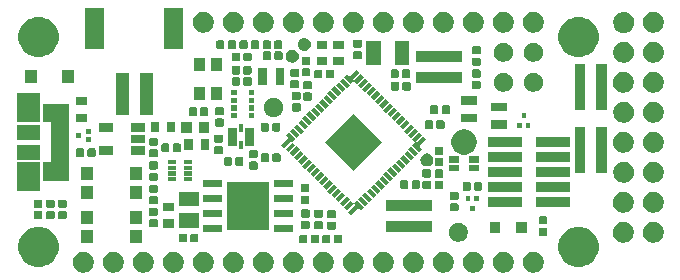
<source format=gbr>
G04 #@! TF.GenerationSoftware,KiCad,Pcbnew,5.1.4+dfsg1-1~bpo10+1*
G04 #@! TF.CreationDate,2020-02-13T15:56:51+01:00*
G04 #@! TF.ProjectId,quick-feather-board,71756963-6b2d-4666-9561-746865722d62,rev?*
G04 #@! TF.SameCoordinates,Original*
G04 #@! TF.FileFunction,Soldermask,Top*
G04 #@! TF.FilePolarity,Negative*
%FSLAX46Y46*%
G04 Gerber Fmt 4.6, Leading zero omitted, Abs format (unit mm)*
G04 Created by KiCad (PCBNEW 5.1.4+dfsg1-1~bpo10+1) date 2020-02-13 15:56:51*
%MOMM*%
%LPD*%
G04 APERTURE LIST*
%ADD10C,0.100000*%
G04 APERTURE END LIST*
D10*
G36*
X167810312Y-114308164D02*
G01*
X167877326Y-114335922D01*
X167972098Y-114375178D01*
X168117703Y-114472468D01*
X168241532Y-114596297D01*
X168338822Y-114741902D01*
X168405836Y-114903689D01*
X168440000Y-115075441D01*
X168440000Y-115250559D01*
X168405836Y-115422311D01*
X168338822Y-115584098D01*
X168241532Y-115729703D01*
X168117703Y-115853532D01*
X167972098Y-115950822D01*
X167877326Y-115990078D01*
X167810312Y-116017836D01*
X167638559Y-116052000D01*
X167463441Y-116052000D01*
X167291688Y-116017836D01*
X167224674Y-115990078D01*
X167129902Y-115950822D01*
X166984297Y-115853532D01*
X166860468Y-115729703D01*
X166763178Y-115584098D01*
X166696164Y-115422311D01*
X166662000Y-115250559D01*
X166662000Y-115075441D01*
X166696164Y-114903689D01*
X166763178Y-114741902D01*
X166860468Y-114596297D01*
X166984297Y-114472468D01*
X167129902Y-114375178D01*
X167224674Y-114335922D01*
X167291688Y-114308164D01*
X167463441Y-114274000D01*
X167638559Y-114274000D01*
X167810312Y-114308164D01*
X167810312Y-114308164D01*
G37*
G36*
X147490312Y-114308164D02*
G01*
X147557326Y-114335922D01*
X147652098Y-114375178D01*
X147797703Y-114472468D01*
X147921532Y-114596297D01*
X148018822Y-114741902D01*
X148085836Y-114903689D01*
X148120000Y-115075441D01*
X148120000Y-115250559D01*
X148085836Y-115422311D01*
X148018822Y-115584098D01*
X147921532Y-115729703D01*
X147797703Y-115853532D01*
X147652098Y-115950822D01*
X147557326Y-115990078D01*
X147490312Y-116017836D01*
X147318559Y-116052000D01*
X147143441Y-116052000D01*
X146971688Y-116017836D01*
X146904674Y-115990078D01*
X146809902Y-115950822D01*
X146664297Y-115853532D01*
X146540468Y-115729703D01*
X146443178Y-115584098D01*
X146376164Y-115422311D01*
X146342000Y-115250559D01*
X146342000Y-115075441D01*
X146376164Y-114903689D01*
X146443178Y-114741902D01*
X146540468Y-114596297D01*
X146664297Y-114472468D01*
X146809902Y-114375178D01*
X146904674Y-114335922D01*
X146971688Y-114308164D01*
X147143441Y-114274000D01*
X147318559Y-114274000D01*
X147490312Y-114308164D01*
X147490312Y-114308164D01*
G37*
G36*
X152570312Y-114308164D02*
G01*
X152637326Y-114335922D01*
X152732098Y-114375178D01*
X152877703Y-114472468D01*
X153001532Y-114596297D01*
X153098822Y-114741902D01*
X153165836Y-114903689D01*
X153200000Y-115075441D01*
X153200000Y-115250559D01*
X153165836Y-115422311D01*
X153098822Y-115584098D01*
X153001532Y-115729703D01*
X152877703Y-115853532D01*
X152732098Y-115950822D01*
X152637326Y-115990078D01*
X152570312Y-116017836D01*
X152398559Y-116052000D01*
X152223441Y-116052000D01*
X152051688Y-116017836D01*
X151984674Y-115990078D01*
X151889902Y-115950822D01*
X151744297Y-115853532D01*
X151620468Y-115729703D01*
X151523178Y-115584098D01*
X151456164Y-115422311D01*
X151422000Y-115250559D01*
X151422000Y-115075441D01*
X151456164Y-114903689D01*
X151523178Y-114741902D01*
X151620468Y-114596297D01*
X151744297Y-114472468D01*
X151889902Y-114375178D01*
X151984674Y-114335922D01*
X152051688Y-114308164D01*
X152223441Y-114274000D01*
X152398559Y-114274000D01*
X152570312Y-114308164D01*
X152570312Y-114308164D01*
G37*
G36*
X160190312Y-114308164D02*
G01*
X160257326Y-114335922D01*
X160352098Y-114375178D01*
X160497703Y-114472468D01*
X160621532Y-114596297D01*
X160718822Y-114741902D01*
X160785836Y-114903689D01*
X160820000Y-115075441D01*
X160820000Y-115250559D01*
X160785836Y-115422311D01*
X160718822Y-115584098D01*
X160621532Y-115729703D01*
X160497703Y-115853532D01*
X160352098Y-115950822D01*
X160257326Y-115990078D01*
X160190312Y-116017836D01*
X160018559Y-116052000D01*
X159843441Y-116052000D01*
X159671688Y-116017836D01*
X159604674Y-115990078D01*
X159509902Y-115950822D01*
X159364297Y-115853532D01*
X159240468Y-115729703D01*
X159143178Y-115584098D01*
X159076164Y-115422311D01*
X159042000Y-115250559D01*
X159042000Y-115075441D01*
X159076164Y-114903689D01*
X159143178Y-114741902D01*
X159240468Y-114596297D01*
X159364297Y-114472468D01*
X159509902Y-114375178D01*
X159604674Y-114335922D01*
X159671688Y-114308164D01*
X159843441Y-114274000D01*
X160018559Y-114274000D01*
X160190312Y-114308164D01*
X160190312Y-114308164D01*
G37*
G36*
X142410312Y-114308164D02*
G01*
X142477326Y-114335922D01*
X142572098Y-114375178D01*
X142717703Y-114472468D01*
X142841532Y-114596297D01*
X142938822Y-114741902D01*
X143005836Y-114903689D01*
X143040000Y-115075441D01*
X143040000Y-115250559D01*
X143005836Y-115422311D01*
X142938822Y-115584098D01*
X142841532Y-115729703D01*
X142717703Y-115853532D01*
X142572098Y-115950822D01*
X142477326Y-115990078D01*
X142410312Y-116017836D01*
X142238559Y-116052000D01*
X142063441Y-116052000D01*
X141891688Y-116017836D01*
X141824674Y-115990078D01*
X141729902Y-115950822D01*
X141584297Y-115853532D01*
X141460468Y-115729703D01*
X141363178Y-115584098D01*
X141296164Y-115422311D01*
X141262000Y-115250559D01*
X141262000Y-115075441D01*
X141296164Y-114903689D01*
X141363178Y-114741902D01*
X141460468Y-114596297D01*
X141584297Y-114472468D01*
X141729902Y-114375178D01*
X141824674Y-114335922D01*
X141891688Y-114308164D01*
X142063441Y-114274000D01*
X142238559Y-114274000D01*
X142410312Y-114308164D01*
X142410312Y-114308164D01*
G37*
G36*
X139870312Y-114308164D02*
G01*
X139937326Y-114335922D01*
X140032098Y-114375178D01*
X140177703Y-114472468D01*
X140301532Y-114596297D01*
X140398822Y-114741902D01*
X140465836Y-114903689D01*
X140500000Y-115075441D01*
X140500000Y-115250559D01*
X140465836Y-115422311D01*
X140398822Y-115584098D01*
X140301532Y-115729703D01*
X140177703Y-115853532D01*
X140032098Y-115950822D01*
X139937326Y-115990078D01*
X139870312Y-116017836D01*
X139698559Y-116052000D01*
X139523441Y-116052000D01*
X139351688Y-116017836D01*
X139284674Y-115990078D01*
X139189902Y-115950822D01*
X139044297Y-115853532D01*
X138920468Y-115729703D01*
X138823178Y-115584098D01*
X138756164Y-115422311D01*
X138722000Y-115250559D01*
X138722000Y-115075441D01*
X138756164Y-114903689D01*
X138823178Y-114741902D01*
X138920468Y-114596297D01*
X139044297Y-114472468D01*
X139189902Y-114375178D01*
X139284674Y-114335922D01*
X139351688Y-114308164D01*
X139523441Y-114274000D01*
X139698559Y-114274000D01*
X139870312Y-114308164D01*
X139870312Y-114308164D01*
G37*
G36*
X144950312Y-114308164D02*
G01*
X145017326Y-114335922D01*
X145112098Y-114375178D01*
X145257703Y-114472468D01*
X145381532Y-114596297D01*
X145478822Y-114741902D01*
X145545836Y-114903689D01*
X145580000Y-115075441D01*
X145580000Y-115250559D01*
X145545836Y-115422311D01*
X145478822Y-115584098D01*
X145381532Y-115729703D01*
X145257703Y-115853532D01*
X145112098Y-115950822D01*
X145017326Y-115990078D01*
X144950312Y-116017836D01*
X144778559Y-116052000D01*
X144603441Y-116052000D01*
X144431688Y-116017836D01*
X144364674Y-115990078D01*
X144269902Y-115950822D01*
X144124297Y-115853532D01*
X144000468Y-115729703D01*
X143903178Y-115584098D01*
X143836164Y-115422311D01*
X143802000Y-115250559D01*
X143802000Y-115075441D01*
X143836164Y-114903689D01*
X143903178Y-114741902D01*
X144000468Y-114596297D01*
X144124297Y-114472468D01*
X144269902Y-114375178D01*
X144364674Y-114335922D01*
X144431688Y-114308164D01*
X144603441Y-114274000D01*
X144778559Y-114274000D01*
X144950312Y-114308164D01*
X144950312Y-114308164D01*
G37*
G36*
X150030312Y-114308164D02*
G01*
X150097326Y-114335922D01*
X150192098Y-114375178D01*
X150337703Y-114472468D01*
X150461532Y-114596297D01*
X150558822Y-114741902D01*
X150625836Y-114903689D01*
X150660000Y-115075441D01*
X150660000Y-115250559D01*
X150625836Y-115422311D01*
X150558822Y-115584098D01*
X150461532Y-115729703D01*
X150337703Y-115853532D01*
X150192098Y-115950822D01*
X150097326Y-115990078D01*
X150030312Y-116017836D01*
X149858559Y-116052000D01*
X149683441Y-116052000D01*
X149511688Y-116017836D01*
X149444674Y-115990078D01*
X149349902Y-115950822D01*
X149204297Y-115853532D01*
X149080468Y-115729703D01*
X148983178Y-115584098D01*
X148916164Y-115422311D01*
X148882000Y-115250559D01*
X148882000Y-115075441D01*
X148916164Y-114903689D01*
X148983178Y-114741902D01*
X149080468Y-114596297D01*
X149204297Y-114472468D01*
X149349902Y-114375178D01*
X149444674Y-114335922D01*
X149511688Y-114308164D01*
X149683441Y-114274000D01*
X149858559Y-114274000D01*
X150030312Y-114308164D01*
X150030312Y-114308164D01*
G37*
G36*
X157650312Y-114308164D02*
G01*
X157717326Y-114335922D01*
X157812098Y-114375178D01*
X157957703Y-114472468D01*
X158081532Y-114596297D01*
X158178822Y-114741902D01*
X158245836Y-114903689D01*
X158280000Y-115075441D01*
X158280000Y-115250559D01*
X158245836Y-115422311D01*
X158178822Y-115584098D01*
X158081532Y-115729703D01*
X157957703Y-115853532D01*
X157812098Y-115950822D01*
X157717326Y-115990078D01*
X157650312Y-116017836D01*
X157478559Y-116052000D01*
X157303441Y-116052000D01*
X157131688Y-116017836D01*
X157064674Y-115990078D01*
X156969902Y-115950822D01*
X156824297Y-115853532D01*
X156700468Y-115729703D01*
X156603178Y-115584098D01*
X156536164Y-115422311D01*
X156502000Y-115250559D01*
X156502000Y-115075441D01*
X156536164Y-114903689D01*
X156603178Y-114741902D01*
X156700468Y-114596297D01*
X156824297Y-114472468D01*
X156969902Y-114375178D01*
X157064674Y-114335922D01*
X157131688Y-114308164D01*
X157303441Y-114274000D01*
X157478559Y-114274000D01*
X157650312Y-114308164D01*
X157650312Y-114308164D01*
G37*
G36*
X162730312Y-114308164D02*
G01*
X162797326Y-114335922D01*
X162892098Y-114375178D01*
X163037703Y-114472468D01*
X163161532Y-114596297D01*
X163258822Y-114741902D01*
X163325836Y-114903689D01*
X163360000Y-115075441D01*
X163360000Y-115250559D01*
X163325836Y-115422311D01*
X163258822Y-115584098D01*
X163161532Y-115729703D01*
X163037703Y-115853532D01*
X162892098Y-115950822D01*
X162797326Y-115990078D01*
X162730312Y-116017836D01*
X162558559Y-116052000D01*
X162383441Y-116052000D01*
X162211688Y-116017836D01*
X162144674Y-115990078D01*
X162049902Y-115950822D01*
X161904297Y-115853532D01*
X161780468Y-115729703D01*
X161683178Y-115584098D01*
X161616164Y-115422311D01*
X161582000Y-115250559D01*
X161582000Y-115075441D01*
X161616164Y-114903689D01*
X161683178Y-114741902D01*
X161780468Y-114596297D01*
X161904297Y-114472468D01*
X162049902Y-114375178D01*
X162144674Y-114335922D01*
X162211688Y-114308164D01*
X162383441Y-114274000D01*
X162558559Y-114274000D01*
X162730312Y-114308164D01*
X162730312Y-114308164D01*
G37*
G36*
X165270312Y-114308164D02*
G01*
X165337326Y-114335922D01*
X165432098Y-114375178D01*
X165577703Y-114472468D01*
X165701532Y-114596297D01*
X165798822Y-114741902D01*
X165865836Y-114903689D01*
X165900000Y-115075441D01*
X165900000Y-115250559D01*
X165865836Y-115422311D01*
X165798822Y-115584098D01*
X165701532Y-115729703D01*
X165577703Y-115853532D01*
X165432098Y-115950822D01*
X165337326Y-115990078D01*
X165270312Y-116017836D01*
X165098559Y-116052000D01*
X164923441Y-116052000D01*
X164751688Y-116017836D01*
X164684674Y-115990078D01*
X164589902Y-115950822D01*
X164444297Y-115853532D01*
X164320468Y-115729703D01*
X164223178Y-115584098D01*
X164156164Y-115422311D01*
X164122000Y-115250559D01*
X164122000Y-115075441D01*
X164156164Y-114903689D01*
X164223178Y-114741902D01*
X164320468Y-114596297D01*
X164444297Y-114472468D01*
X164589902Y-114375178D01*
X164684674Y-114335922D01*
X164751688Y-114308164D01*
X164923441Y-114274000D01*
X165098559Y-114274000D01*
X165270312Y-114308164D01*
X165270312Y-114308164D01*
G37*
G36*
X132240312Y-114308164D02*
G01*
X132307326Y-114335922D01*
X132402098Y-114375178D01*
X132547703Y-114472468D01*
X132671532Y-114596297D01*
X132768822Y-114741902D01*
X132835836Y-114903689D01*
X132870000Y-115075441D01*
X132870000Y-115250559D01*
X132835836Y-115422311D01*
X132768822Y-115584098D01*
X132671532Y-115729703D01*
X132547703Y-115853532D01*
X132402098Y-115950822D01*
X132307326Y-115990078D01*
X132240312Y-116017836D01*
X132068559Y-116052000D01*
X131893441Y-116052000D01*
X131721688Y-116017836D01*
X131654674Y-115990078D01*
X131559902Y-115950822D01*
X131414297Y-115853532D01*
X131290468Y-115729703D01*
X131193178Y-115584098D01*
X131126164Y-115422311D01*
X131092000Y-115250559D01*
X131092000Y-115075441D01*
X131126164Y-114903689D01*
X131193178Y-114741902D01*
X131290468Y-114596297D01*
X131414297Y-114472468D01*
X131559902Y-114375178D01*
X131654674Y-114335922D01*
X131721688Y-114308164D01*
X131893441Y-114274000D01*
X132068559Y-114274000D01*
X132240312Y-114308164D01*
X132240312Y-114308164D01*
G37*
G36*
X134780312Y-114308164D02*
G01*
X134847326Y-114335922D01*
X134942098Y-114375178D01*
X135087703Y-114472468D01*
X135211532Y-114596297D01*
X135308822Y-114741902D01*
X135375836Y-114903689D01*
X135410000Y-115075441D01*
X135410000Y-115250559D01*
X135375836Y-115422311D01*
X135308822Y-115584098D01*
X135211532Y-115729703D01*
X135087703Y-115853532D01*
X134942098Y-115950822D01*
X134847326Y-115990078D01*
X134780312Y-116017836D01*
X134608559Y-116052000D01*
X134433441Y-116052000D01*
X134261688Y-116017836D01*
X134194674Y-115990078D01*
X134099902Y-115950822D01*
X133954297Y-115853532D01*
X133830468Y-115729703D01*
X133733178Y-115584098D01*
X133666164Y-115422311D01*
X133632000Y-115250559D01*
X133632000Y-115075441D01*
X133666164Y-114903689D01*
X133733178Y-114741902D01*
X133830468Y-114596297D01*
X133954297Y-114472468D01*
X134099902Y-114375178D01*
X134194674Y-114335922D01*
X134261688Y-114308164D01*
X134433441Y-114274000D01*
X134608559Y-114274000D01*
X134780312Y-114308164D01*
X134780312Y-114308164D01*
G37*
G36*
X137320312Y-114308164D02*
G01*
X137387326Y-114335922D01*
X137482098Y-114375178D01*
X137627703Y-114472468D01*
X137751532Y-114596297D01*
X137848822Y-114741902D01*
X137915836Y-114903689D01*
X137950000Y-115075441D01*
X137950000Y-115250559D01*
X137915836Y-115422311D01*
X137848822Y-115584098D01*
X137751532Y-115729703D01*
X137627703Y-115853532D01*
X137482098Y-115950822D01*
X137387326Y-115990078D01*
X137320312Y-116017836D01*
X137148559Y-116052000D01*
X136973441Y-116052000D01*
X136801688Y-116017836D01*
X136734674Y-115990078D01*
X136639902Y-115950822D01*
X136494297Y-115853532D01*
X136370468Y-115729703D01*
X136273178Y-115584098D01*
X136206164Y-115422311D01*
X136172000Y-115250559D01*
X136172000Y-115075441D01*
X136206164Y-114903689D01*
X136273178Y-114741902D01*
X136370468Y-114596297D01*
X136494297Y-114472468D01*
X136639902Y-114375178D01*
X136734674Y-114335922D01*
X136801688Y-114308164D01*
X136973441Y-114274000D01*
X137148559Y-114274000D01*
X137320312Y-114308164D01*
X137320312Y-114308164D01*
G37*
G36*
X129700312Y-114308164D02*
G01*
X129767326Y-114335922D01*
X129862098Y-114375178D01*
X130007703Y-114472468D01*
X130131532Y-114596297D01*
X130228822Y-114741902D01*
X130295836Y-114903689D01*
X130330000Y-115075441D01*
X130330000Y-115250559D01*
X130295836Y-115422311D01*
X130228822Y-115584098D01*
X130131532Y-115729703D01*
X130007703Y-115853532D01*
X129862098Y-115950822D01*
X129767326Y-115990078D01*
X129700312Y-116017836D01*
X129528559Y-116052000D01*
X129353441Y-116052000D01*
X129181688Y-116017836D01*
X129114674Y-115990078D01*
X129019902Y-115950822D01*
X128874297Y-115853532D01*
X128750468Y-115729703D01*
X128653178Y-115584098D01*
X128586164Y-115422311D01*
X128552000Y-115250559D01*
X128552000Y-115075441D01*
X128586164Y-114903689D01*
X128653178Y-114741902D01*
X128750468Y-114596297D01*
X128874297Y-114472468D01*
X129019902Y-114375178D01*
X129114674Y-114335922D01*
X129181688Y-114308164D01*
X129353441Y-114274000D01*
X129528559Y-114274000D01*
X129700312Y-114308164D01*
X129700312Y-114308164D01*
G37*
G36*
X155110312Y-114308164D02*
G01*
X155177326Y-114335922D01*
X155272098Y-114375178D01*
X155417703Y-114472468D01*
X155541532Y-114596297D01*
X155638822Y-114741902D01*
X155705836Y-114903689D01*
X155740000Y-115075441D01*
X155740000Y-115250559D01*
X155705836Y-115422311D01*
X155638822Y-115584098D01*
X155541532Y-115729703D01*
X155417703Y-115853532D01*
X155272098Y-115950822D01*
X155177326Y-115990078D01*
X155110312Y-116017836D01*
X154938559Y-116052000D01*
X154763441Y-116052000D01*
X154591688Y-116017836D01*
X154524674Y-115990078D01*
X154429902Y-115950822D01*
X154284297Y-115853532D01*
X154160468Y-115729703D01*
X154063178Y-115584098D01*
X153996164Y-115422311D01*
X153962000Y-115250559D01*
X153962000Y-115075441D01*
X153996164Y-114903689D01*
X154063178Y-114741902D01*
X154160468Y-114596297D01*
X154284297Y-114472468D01*
X154429902Y-114375178D01*
X154524674Y-114335922D01*
X154591688Y-114308164D01*
X154763441Y-114274000D01*
X154938559Y-114274000D01*
X155110312Y-114308164D01*
X155110312Y-114308164D01*
G37*
G36*
X125913487Y-112185856D02*
G01*
X126151497Y-112233199D01*
X126325053Y-112305089D01*
X126461203Y-112361484D01*
X126739933Y-112547725D01*
X126976975Y-112784767D01*
X127163216Y-113063497D01*
X127195839Y-113142256D01*
X127291501Y-113373203D01*
X127356900Y-113701987D01*
X127356900Y-114037213D01*
X127291501Y-114365997D01*
X127247399Y-114472468D01*
X127163216Y-114675703D01*
X126976975Y-114954433D01*
X126739933Y-115191475D01*
X126461203Y-115377716D01*
X126332919Y-115430853D01*
X126151497Y-115506001D01*
X125932308Y-115549600D01*
X125822714Y-115571400D01*
X125487486Y-115571400D01*
X125377892Y-115549600D01*
X125158703Y-115506001D01*
X124977281Y-115430853D01*
X124848997Y-115377716D01*
X124570267Y-115191475D01*
X124333225Y-114954433D01*
X124146984Y-114675703D01*
X124062801Y-114472468D01*
X124018699Y-114365997D01*
X123953300Y-114037213D01*
X123953300Y-113701987D01*
X124018699Y-113373203D01*
X124114361Y-113142256D01*
X124146984Y-113063497D01*
X124333225Y-112784767D01*
X124570267Y-112547725D01*
X124848997Y-112361484D01*
X124985147Y-112305089D01*
X125158703Y-112233199D01*
X125396713Y-112185856D01*
X125487486Y-112167800D01*
X125822714Y-112167800D01*
X125913487Y-112185856D01*
X125913487Y-112185856D01*
G37*
G36*
X171633487Y-112185856D02*
G01*
X171871497Y-112233199D01*
X172045053Y-112305089D01*
X172181203Y-112361484D01*
X172459933Y-112547725D01*
X172696975Y-112784767D01*
X172883216Y-113063497D01*
X172915839Y-113142256D01*
X173011501Y-113373203D01*
X173076900Y-113701987D01*
X173076900Y-114037213D01*
X173011501Y-114365997D01*
X172967399Y-114472468D01*
X172883216Y-114675703D01*
X172696975Y-114954433D01*
X172459933Y-115191475D01*
X172181203Y-115377716D01*
X172052919Y-115430853D01*
X171871497Y-115506001D01*
X171652308Y-115549600D01*
X171542714Y-115571400D01*
X171207486Y-115571400D01*
X171097892Y-115549600D01*
X170878703Y-115506001D01*
X170697281Y-115430853D01*
X170568997Y-115377716D01*
X170290267Y-115191475D01*
X170053225Y-114954433D01*
X169866984Y-114675703D01*
X169782801Y-114472468D01*
X169738699Y-114365997D01*
X169673300Y-114037213D01*
X169673300Y-113701987D01*
X169738699Y-113373203D01*
X169834361Y-113142256D01*
X169866984Y-113063497D01*
X170053225Y-112784767D01*
X170290267Y-112547725D01*
X170568997Y-112361484D01*
X170705147Y-112305089D01*
X170878703Y-112233199D01*
X171116713Y-112185856D01*
X171207486Y-112167800D01*
X171542714Y-112167800D01*
X171633487Y-112185856D01*
X171633487Y-112185856D01*
G37*
G36*
X150256824Y-112832080D02*
G01*
X150284545Y-112840490D01*
X150310089Y-112854144D01*
X150332480Y-112872520D01*
X150350856Y-112894911D01*
X150364510Y-112920455D01*
X150372920Y-112948176D01*
X150376000Y-112979453D01*
X150376000Y-113420547D01*
X150372920Y-113451824D01*
X150364510Y-113479545D01*
X150350856Y-113505089D01*
X150332480Y-113527480D01*
X150310089Y-113545856D01*
X150284545Y-113559510D01*
X150256824Y-113567920D01*
X150225547Y-113571000D01*
X149834453Y-113571000D01*
X149803176Y-113567920D01*
X149775455Y-113559510D01*
X149749911Y-113545856D01*
X149727520Y-113527480D01*
X149709144Y-113505089D01*
X149695490Y-113479545D01*
X149687080Y-113451824D01*
X149684000Y-113420547D01*
X149684000Y-112979453D01*
X149687080Y-112948176D01*
X149695490Y-112920455D01*
X149709144Y-112894911D01*
X149727520Y-112872520D01*
X149749911Y-112854144D01*
X149775455Y-112840490D01*
X149803176Y-112832080D01*
X149834453Y-112829000D01*
X150225547Y-112829000D01*
X150256824Y-112832080D01*
X150256824Y-112832080D01*
G37*
G36*
X151226824Y-112832080D02*
G01*
X151254545Y-112840490D01*
X151280089Y-112854144D01*
X151302480Y-112872520D01*
X151320856Y-112894911D01*
X151334510Y-112920455D01*
X151342920Y-112948176D01*
X151346000Y-112979453D01*
X151346000Y-113420547D01*
X151342920Y-113451824D01*
X151334510Y-113479545D01*
X151320856Y-113505089D01*
X151302480Y-113527480D01*
X151280089Y-113545856D01*
X151254545Y-113559510D01*
X151226824Y-113567920D01*
X151195547Y-113571000D01*
X150804453Y-113571000D01*
X150773176Y-113567920D01*
X150745455Y-113559510D01*
X150719911Y-113545856D01*
X150697520Y-113527480D01*
X150679144Y-113505089D01*
X150665490Y-113479545D01*
X150657080Y-113451824D01*
X150654000Y-113420547D01*
X150654000Y-112979453D01*
X150657080Y-112948176D01*
X150665490Y-112920455D01*
X150679144Y-112894911D01*
X150697520Y-112872520D01*
X150719911Y-112854144D01*
X150745455Y-112840490D01*
X150773176Y-112832080D01*
X150804453Y-112829000D01*
X151195547Y-112829000D01*
X151226824Y-112832080D01*
X151226824Y-112832080D01*
G37*
G36*
X148311824Y-112822080D02*
G01*
X148339545Y-112830490D01*
X148365089Y-112844144D01*
X148387480Y-112862520D01*
X148405856Y-112884911D01*
X148419510Y-112910455D01*
X148427920Y-112938176D01*
X148431000Y-112969453D01*
X148431000Y-113410547D01*
X148427920Y-113441824D01*
X148419510Y-113469545D01*
X148405856Y-113495089D01*
X148387480Y-113517480D01*
X148365089Y-113535856D01*
X148339545Y-113549510D01*
X148311824Y-113557920D01*
X148280547Y-113561000D01*
X147889453Y-113561000D01*
X147858176Y-113557920D01*
X147830455Y-113549510D01*
X147804911Y-113535856D01*
X147782520Y-113517480D01*
X147764144Y-113495089D01*
X147750490Y-113469545D01*
X147742080Y-113441824D01*
X147739000Y-113410547D01*
X147739000Y-112969453D01*
X147742080Y-112938176D01*
X147750490Y-112910455D01*
X147764144Y-112884911D01*
X147782520Y-112862520D01*
X147804911Y-112844144D01*
X147830455Y-112830490D01*
X147858176Y-112822080D01*
X147889453Y-112819000D01*
X148280547Y-112819000D01*
X148311824Y-112822080D01*
X148311824Y-112822080D01*
G37*
G36*
X149281824Y-112822080D02*
G01*
X149309545Y-112830490D01*
X149335089Y-112844144D01*
X149357480Y-112862520D01*
X149375856Y-112884911D01*
X149389510Y-112910455D01*
X149397920Y-112938176D01*
X149401000Y-112969453D01*
X149401000Y-113410547D01*
X149397920Y-113441824D01*
X149389510Y-113469545D01*
X149375856Y-113495089D01*
X149357480Y-113517480D01*
X149335089Y-113535856D01*
X149309545Y-113549510D01*
X149281824Y-113557920D01*
X149250547Y-113561000D01*
X148859453Y-113561000D01*
X148828176Y-113557920D01*
X148800455Y-113549510D01*
X148774911Y-113535856D01*
X148752520Y-113517480D01*
X148734144Y-113495089D01*
X148720490Y-113469545D01*
X148712080Y-113441824D01*
X148709000Y-113410547D01*
X148709000Y-112969453D01*
X148712080Y-112938176D01*
X148720490Y-112910455D01*
X148734144Y-112884911D01*
X148752520Y-112862520D01*
X148774911Y-112844144D01*
X148800455Y-112830490D01*
X148828176Y-112822080D01*
X148859453Y-112819000D01*
X149250547Y-112819000D01*
X149281824Y-112822080D01*
X149281824Y-112822080D01*
G37*
G36*
X177970312Y-111768164D02*
G01*
X178010742Y-111784911D01*
X178132098Y-111835178D01*
X178277703Y-111932468D01*
X178401532Y-112056297D01*
X178498822Y-112201902D01*
X178519500Y-112251824D01*
X178565836Y-112363688D01*
X178600000Y-112535441D01*
X178600000Y-112710559D01*
X178565836Y-112882312D01*
X178543682Y-112935796D01*
X178498822Y-113044098D01*
X178401532Y-113189703D01*
X178277703Y-113313532D01*
X178132098Y-113410822D01*
X178057252Y-113441824D01*
X177970312Y-113477836D01*
X177798559Y-113512000D01*
X177623441Y-113512000D01*
X177451688Y-113477836D01*
X177364748Y-113441824D01*
X177289902Y-113410822D01*
X177144297Y-113313532D01*
X177020468Y-113189703D01*
X176923178Y-113044098D01*
X176878318Y-112935796D01*
X176856164Y-112882312D01*
X176822000Y-112710559D01*
X176822000Y-112535441D01*
X176856164Y-112363688D01*
X176902500Y-112251824D01*
X176923178Y-112201902D01*
X177020468Y-112056297D01*
X177144297Y-111932468D01*
X177289902Y-111835178D01*
X177411258Y-111784911D01*
X177451688Y-111768164D01*
X177623441Y-111734000D01*
X177798559Y-111734000D01*
X177970312Y-111768164D01*
X177970312Y-111768164D01*
G37*
G36*
X175430312Y-111768164D02*
G01*
X175470742Y-111784911D01*
X175592098Y-111835178D01*
X175737703Y-111932468D01*
X175861532Y-112056297D01*
X175958822Y-112201902D01*
X175979500Y-112251824D01*
X176025836Y-112363688D01*
X176060000Y-112535441D01*
X176060000Y-112710559D01*
X176025836Y-112882312D01*
X176003682Y-112935796D01*
X175958822Y-113044098D01*
X175861532Y-113189703D01*
X175737703Y-113313532D01*
X175592098Y-113410822D01*
X175517252Y-113441824D01*
X175430312Y-113477836D01*
X175258559Y-113512000D01*
X175083441Y-113512000D01*
X174911688Y-113477836D01*
X174824748Y-113441824D01*
X174749902Y-113410822D01*
X174604297Y-113313532D01*
X174480468Y-113189703D01*
X174383178Y-113044098D01*
X174338318Y-112935796D01*
X174316164Y-112882312D01*
X174282000Y-112710559D01*
X174282000Y-112535441D01*
X174316164Y-112363688D01*
X174362500Y-112251824D01*
X174383178Y-112201902D01*
X174480468Y-112056297D01*
X174604297Y-111932468D01*
X174749902Y-111835178D01*
X174871258Y-111784911D01*
X174911688Y-111768164D01*
X175083441Y-111734000D01*
X175258559Y-111734000D01*
X175430312Y-111768164D01*
X175430312Y-111768164D01*
G37*
G36*
X134381000Y-113501000D02*
G01*
X133379000Y-113501000D01*
X133379000Y-112399000D01*
X134381000Y-112399000D01*
X134381000Y-113501000D01*
X134381000Y-113501000D01*
G37*
G36*
X130281000Y-113501000D02*
G01*
X129279000Y-113501000D01*
X129279000Y-112399000D01*
X130281000Y-112399000D01*
X130281000Y-113501000D01*
X130281000Y-113501000D01*
G37*
G36*
X139081824Y-112742080D02*
G01*
X139109545Y-112750490D01*
X139135089Y-112764144D01*
X139157480Y-112782520D01*
X139175856Y-112804911D01*
X139189510Y-112830455D01*
X139197920Y-112858176D01*
X139201000Y-112889453D01*
X139201000Y-113330547D01*
X139197920Y-113361824D01*
X139189510Y-113389545D01*
X139175856Y-113415089D01*
X139157480Y-113437480D01*
X139135089Y-113455856D01*
X139109545Y-113469510D01*
X139081824Y-113477920D01*
X139050547Y-113481000D01*
X138659453Y-113481000D01*
X138628176Y-113477920D01*
X138600455Y-113469510D01*
X138574911Y-113455856D01*
X138552520Y-113437480D01*
X138534144Y-113415089D01*
X138520490Y-113389545D01*
X138512080Y-113361824D01*
X138509000Y-113330547D01*
X138509000Y-112889453D01*
X138512080Y-112858176D01*
X138520490Y-112830455D01*
X138534144Y-112804911D01*
X138552520Y-112782520D01*
X138574911Y-112764144D01*
X138600455Y-112750490D01*
X138628176Y-112742080D01*
X138659453Y-112739000D01*
X139050547Y-112739000D01*
X139081824Y-112742080D01*
X139081824Y-112742080D01*
G37*
G36*
X138111824Y-112742080D02*
G01*
X138139545Y-112750490D01*
X138165089Y-112764144D01*
X138187480Y-112782520D01*
X138205856Y-112804911D01*
X138219510Y-112830455D01*
X138227920Y-112858176D01*
X138231000Y-112889453D01*
X138231000Y-113330547D01*
X138227920Y-113361824D01*
X138219510Y-113389545D01*
X138205856Y-113415089D01*
X138187480Y-113437480D01*
X138165089Y-113455856D01*
X138139545Y-113469510D01*
X138111824Y-113477920D01*
X138080547Y-113481000D01*
X137689453Y-113481000D01*
X137658176Y-113477920D01*
X137630455Y-113469510D01*
X137604911Y-113455856D01*
X137582520Y-113437480D01*
X137564144Y-113415089D01*
X137550490Y-113389545D01*
X137542080Y-113361824D01*
X137539000Y-113330547D01*
X137539000Y-112889453D01*
X137542080Y-112858176D01*
X137550490Y-112830455D01*
X137564144Y-112804911D01*
X137582520Y-112782520D01*
X137604911Y-112764144D01*
X137630455Y-112750490D01*
X137658176Y-112742080D01*
X137689453Y-112739000D01*
X138080547Y-112739000D01*
X138111824Y-112742080D01*
X138111824Y-112742080D01*
G37*
G36*
X161433142Y-111842242D02*
G01*
X161581098Y-111903528D01*
X161581100Y-111903529D01*
X161714257Y-111992501D01*
X161827499Y-112105743D01*
X161916471Y-112238900D01*
X161916472Y-112238902D01*
X161977758Y-112386858D01*
X162009000Y-112543925D01*
X162009000Y-112704073D01*
X161977758Y-112861142D01*
X161928751Y-112979453D01*
X161916471Y-113009100D01*
X161827499Y-113142257D01*
X161714257Y-113255499D01*
X161581100Y-113344471D01*
X161581099Y-113344472D01*
X161581098Y-113344472D01*
X161433142Y-113405758D01*
X161276075Y-113437000D01*
X161115925Y-113437000D01*
X160958858Y-113405758D01*
X160810902Y-113344472D01*
X160810901Y-113344472D01*
X160810900Y-113344471D01*
X160677743Y-113255499D01*
X160564501Y-113142257D01*
X160475529Y-113009100D01*
X160463249Y-112979453D01*
X160414242Y-112861142D01*
X160383000Y-112704073D01*
X160383000Y-112543925D01*
X160414242Y-112386858D01*
X160475528Y-112238902D01*
X160475529Y-112238900D01*
X160564501Y-112105743D01*
X160677743Y-111992501D01*
X160810900Y-111903529D01*
X160810902Y-111903528D01*
X160958858Y-111842242D01*
X161115925Y-111811000D01*
X161276075Y-111811000D01*
X161433142Y-111842242D01*
X161433142Y-111842242D01*
G37*
G36*
X168631824Y-112242080D02*
G01*
X168659545Y-112250490D01*
X168685089Y-112264144D01*
X168707480Y-112282520D01*
X168725856Y-112304911D01*
X168739510Y-112330455D01*
X168747920Y-112358176D01*
X168751000Y-112389453D01*
X168751000Y-112780547D01*
X168747920Y-112811824D01*
X168739510Y-112839545D01*
X168725856Y-112865089D01*
X168707480Y-112887480D01*
X168685089Y-112905856D01*
X168659545Y-112919510D01*
X168631824Y-112927920D01*
X168600547Y-112931000D01*
X168159453Y-112931000D01*
X168128176Y-112927920D01*
X168100455Y-112919510D01*
X168074911Y-112905856D01*
X168052520Y-112887480D01*
X168034144Y-112865089D01*
X168020490Y-112839545D01*
X168012080Y-112811824D01*
X168009000Y-112780547D01*
X168009000Y-112389453D01*
X168012080Y-112358176D01*
X168020490Y-112330455D01*
X168034144Y-112304911D01*
X168052520Y-112282520D01*
X168074911Y-112264144D01*
X168100455Y-112250490D01*
X168128176Y-112242080D01*
X168159453Y-112239000D01*
X168600547Y-112239000D01*
X168631824Y-112242080D01*
X168631824Y-112242080D01*
G37*
G36*
X164746000Y-112671000D02*
G01*
X163844000Y-112671000D01*
X163844000Y-111769000D01*
X164746000Y-111769000D01*
X164746000Y-112671000D01*
X164746000Y-112671000D01*
G37*
G36*
X166996000Y-112671000D02*
G01*
X166094000Y-112671000D01*
X166094000Y-111769000D01*
X166996000Y-111769000D01*
X166996000Y-112671000D01*
X166996000Y-112671000D01*
G37*
G36*
X158941000Y-112611000D02*
G01*
X155039000Y-112611000D01*
X155039000Y-111709000D01*
X158941000Y-111709000D01*
X158941000Y-112611000D01*
X158941000Y-112611000D01*
G37*
G36*
X141201000Y-112606000D02*
G01*
X139599000Y-112606000D01*
X139599000Y-112004000D01*
X141201000Y-112004000D01*
X141201000Y-112606000D01*
X141201000Y-112606000D01*
G37*
G36*
X147201000Y-112606000D02*
G01*
X145599000Y-112606000D01*
X145599000Y-112004000D01*
X147201000Y-112004000D01*
X147201000Y-112606000D01*
X147201000Y-112606000D01*
G37*
G36*
X145151000Y-112451000D02*
G01*
X141649000Y-112451000D01*
X141649000Y-108349000D01*
X145151000Y-108349000D01*
X145151000Y-112451000D01*
X145151000Y-112451000D01*
G37*
G36*
X150721824Y-111722080D02*
G01*
X150749545Y-111730490D01*
X150775089Y-111744144D01*
X150797480Y-111762520D01*
X150815856Y-111784911D01*
X150829510Y-111810455D01*
X150837920Y-111838176D01*
X150841000Y-111869453D01*
X150841000Y-112260547D01*
X150837920Y-112291824D01*
X150829510Y-112319545D01*
X150815856Y-112345089D01*
X150797480Y-112367480D01*
X150775089Y-112385856D01*
X150749545Y-112399510D01*
X150721824Y-112407920D01*
X150690547Y-112411000D01*
X150249453Y-112411000D01*
X150218176Y-112407920D01*
X150190455Y-112399510D01*
X150164911Y-112385856D01*
X150142520Y-112367480D01*
X150124144Y-112345089D01*
X150110490Y-112319545D01*
X150102080Y-112291824D01*
X150099000Y-112260547D01*
X150099000Y-111869453D01*
X150102080Y-111838176D01*
X150110490Y-111810455D01*
X150124144Y-111784911D01*
X150142520Y-111762520D01*
X150164911Y-111744144D01*
X150190455Y-111730490D01*
X150218176Y-111722080D01*
X150249453Y-111719000D01*
X150690547Y-111719000D01*
X150721824Y-111722080D01*
X150721824Y-111722080D01*
G37*
G36*
X149611824Y-111682080D02*
G01*
X149639545Y-111690490D01*
X149665089Y-111704144D01*
X149687480Y-111722520D01*
X149705856Y-111744911D01*
X149719510Y-111770455D01*
X149727920Y-111798176D01*
X149731000Y-111829453D01*
X149731000Y-112220547D01*
X149727920Y-112251824D01*
X149719510Y-112279545D01*
X149705856Y-112305089D01*
X149687480Y-112327480D01*
X149665089Y-112345856D01*
X149639545Y-112359510D01*
X149611824Y-112367920D01*
X149580547Y-112371000D01*
X149139453Y-112371000D01*
X149108176Y-112367920D01*
X149080455Y-112359510D01*
X149054911Y-112345856D01*
X149032520Y-112327480D01*
X149014144Y-112305089D01*
X149000490Y-112279545D01*
X148992080Y-112251824D01*
X148989000Y-112220547D01*
X148989000Y-111829453D01*
X148992080Y-111798176D01*
X149000490Y-111770455D01*
X149014144Y-111744911D01*
X149032520Y-111722520D01*
X149054911Y-111704144D01*
X149080455Y-111690490D01*
X149108176Y-111682080D01*
X149139453Y-111679000D01*
X149580547Y-111679000D01*
X149611824Y-111682080D01*
X149611824Y-111682080D01*
G37*
G36*
X148501824Y-111662080D02*
G01*
X148529545Y-111670490D01*
X148555089Y-111684144D01*
X148577480Y-111702520D01*
X148595856Y-111724911D01*
X148609510Y-111750455D01*
X148617920Y-111778176D01*
X148621000Y-111809453D01*
X148621000Y-112200547D01*
X148617920Y-112231824D01*
X148609510Y-112259545D01*
X148595856Y-112285089D01*
X148577480Y-112307480D01*
X148555089Y-112325856D01*
X148529545Y-112339510D01*
X148501824Y-112347920D01*
X148470547Y-112351000D01*
X148029453Y-112351000D01*
X147998176Y-112347920D01*
X147970455Y-112339510D01*
X147944911Y-112325856D01*
X147922520Y-112307480D01*
X147904144Y-112285089D01*
X147890490Y-112259545D01*
X147882080Y-112231824D01*
X147879000Y-112200547D01*
X147879000Y-111809453D01*
X147882080Y-111778176D01*
X147890490Y-111750455D01*
X147904144Y-111724911D01*
X147922520Y-111702520D01*
X147944911Y-111684144D01*
X147970455Y-111670490D01*
X147998176Y-111662080D01*
X148029453Y-111659000D01*
X148470547Y-111659000D01*
X148501824Y-111662080D01*
X148501824Y-111662080D01*
G37*
G36*
X137131000Y-112231000D02*
G01*
X136229000Y-112231000D01*
X136229000Y-111529000D01*
X137131000Y-111529000D01*
X137131000Y-112231000D01*
X137131000Y-112231000D01*
G37*
G36*
X139231000Y-112231000D02*
G01*
X137529000Y-112231000D01*
X137529000Y-111029000D01*
X139231000Y-111029000D01*
X139231000Y-112231000D01*
X139231000Y-112231000D01*
G37*
G36*
X135631824Y-111522080D02*
G01*
X135659545Y-111530490D01*
X135685089Y-111544144D01*
X135707480Y-111562520D01*
X135725856Y-111584911D01*
X135739510Y-111610455D01*
X135747920Y-111638176D01*
X135751000Y-111669453D01*
X135751000Y-112060547D01*
X135747920Y-112091824D01*
X135739510Y-112119545D01*
X135725856Y-112145089D01*
X135707480Y-112167480D01*
X135685089Y-112185856D01*
X135659545Y-112199510D01*
X135631824Y-112207920D01*
X135600547Y-112211000D01*
X135159453Y-112211000D01*
X135128176Y-112207920D01*
X135100455Y-112199510D01*
X135074911Y-112185856D01*
X135052520Y-112167480D01*
X135034144Y-112145089D01*
X135020490Y-112119545D01*
X135012080Y-112091824D01*
X135009000Y-112060547D01*
X135009000Y-111669453D01*
X135012080Y-111638176D01*
X135020490Y-111610455D01*
X135034144Y-111584911D01*
X135052520Y-111562520D01*
X135074911Y-111544144D01*
X135100455Y-111530490D01*
X135128176Y-111522080D01*
X135159453Y-111519000D01*
X135600547Y-111519000D01*
X135631824Y-111522080D01*
X135631824Y-111522080D01*
G37*
G36*
X168631824Y-111272080D02*
G01*
X168659545Y-111280490D01*
X168685089Y-111294144D01*
X168707480Y-111312520D01*
X168725856Y-111334911D01*
X168739510Y-111360455D01*
X168747920Y-111388176D01*
X168751000Y-111419453D01*
X168751000Y-111810547D01*
X168747920Y-111841824D01*
X168739510Y-111869545D01*
X168725856Y-111895089D01*
X168707480Y-111917480D01*
X168685089Y-111935856D01*
X168659545Y-111949510D01*
X168631824Y-111957920D01*
X168600547Y-111961000D01*
X168159453Y-111961000D01*
X168128176Y-111957920D01*
X168100455Y-111949510D01*
X168074911Y-111935856D01*
X168052520Y-111917480D01*
X168034144Y-111895089D01*
X168020490Y-111869545D01*
X168012080Y-111841824D01*
X168009000Y-111810547D01*
X168009000Y-111419453D01*
X168012080Y-111388176D01*
X168020490Y-111360455D01*
X168034144Y-111334911D01*
X168052520Y-111312520D01*
X168074911Y-111294144D01*
X168100455Y-111280490D01*
X168128176Y-111272080D01*
X168159453Y-111269000D01*
X168600547Y-111269000D01*
X168631824Y-111272080D01*
X168631824Y-111272080D01*
G37*
G36*
X130281000Y-111901000D02*
G01*
X129279000Y-111901000D01*
X129279000Y-110799000D01*
X130281000Y-110799000D01*
X130281000Y-111901000D01*
X130281000Y-111901000D01*
G37*
G36*
X134381000Y-111901000D02*
G01*
X133379000Y-111901000D01*
X133379000Y-110799000D01*
X134381000Y-110799000D01*
X134381000Y-111901000D01*
X134381000Y-111901000D01*
G37*
G36*
X127921824Y-110832080D02*
G01*
X127949545Y-110840490D01*
X127975089Y-110854144D01*
X127997480Y-110872520D01*
X128015856Y-110894911D01*
X128029510Y-110920455D01*
X128037920Y-110948176D01*
X128041000Y-110979453D01*
X128041000Y-111370547D01*
X128037920Y-111401824D01*
X128029510Y-111429545D01*
X128015856Y-111455089D01*
X127997480Y-111477480D01*
X127975089Y-111495856D01*
X127949545Y-111509510D01*
X127921824Y-111517920D01*
X127890547Y-111521000D01*
X127449453Y-111521000D01*
X127418176Y-111517920D01*
X127390455Y-111509510D01*
X127364911Y-111495856D01*
X127342520Y-111477480D01*
X127324144Y-111455089D01*
X127310490Y-111429545D01*
X127302080Y-111401824D01*
X127299000Y-111370547D01*
X127299000Y-110979453D01*
X127302080Y-110948176D01*
X127310490Y-110920455D01*
X127324144Y-110894911D01*
X127342520Y-110872520D01*
X127364911Y-110854144D01*
X127390455Y-110840490D01*
X127418176Y-110832080D01*
X127449453Y-110829000D01*
X127890547Y-110829000D01*
X127921824Y-110832080D01*
X127921824Y-110832080D01*
G37*
G36*
X125861824Y-110832080D02*
G01*
X125889545Y-110840490D01*
X125915089Y-110854144D01*
X125937480Y-110872520D01*
X125955856Y-110894911D01*
X125969510Y-110920455D01*
X125977920Y-110948176D01*
X125981000Y-110979453D01*
X125981000Y-111370547D01*
X125977920Y-111401824D01*
X125969510Y-111429545D01*
X125955856Y-111455089D01*
X125937480Y-111477480D01*
X125915089Y-111495856D01*
X125889545Y-111509510D01*
X125861824Y-111517920D01*
X125830547Y-111521000D01*
X125389453Y-111521000D01*
X125358176Y-111517920D01*
X125330455Y-111509510D01*
X125304911Y-111495856D01*
X125282520Y-111477480D01*
X125264144Y-111455089D01*
X125250490Y-111429545D01*
X125242080Y-111401824D01*
X125239000Y-111370547D01*
X125239000Y-110979453D01*
X125242080Y-110948176D01*
X125250490Y-110920455D01*
X125264144Y-110894911D01*
X125282520Y-110872520D01*
X125304911Y-110854144D01*
X125330455Y-110840490D01*
X125358176Y-110832080D01*
X125389453Y-110829000D01*
X125830547Y-110829000D01*
X125861824Y-110832080D01*
X125861824Y-110832080D01*
G37*
G36*
X126901824Y-110832080D02*
G01*
X126929545Y-110840490D01*
X126955089Y-110854144D01*
X126977480Y-110872520D01*
X126995856Y-110894911D01*
X127009510Y-110920455D01*
X127017920Y-110948176D01*
X127021000Y-110979453D01*
X127021000Y-111370547D01*
X127017920Y-111401824D01*
X127009510Y-111429545D01*
X126995856Y-111455089D01*
X126977480Y-111477480D01*
X126955089Y-111495856D01*
X126929545Y-111509510D01*
X126901824Y-111517920D01*
X126870547Y-111521000D01*
X126429453Y-111521000D01*
X126398176Y-111517920D01*
X126370455Y-111509510D01*
X126344911Y-111495856D01*
X126322520Y-111477480D01*
X126304144Y-111455089D01*
X126290490Y-111429545D01*
X126282080Y-111401824D01*
X126279000Y-111370547D01*
X126279000Y-110979453D01*
X126282080Y-110948176D01*
X126290490Y-110920455D01*
X126304144Y-110894911D01*
X126322520Y-110872520D01*
X126344911Y-110854144D01*
X126370455Y-110840490D01*
X126398176Y-110832080D01*
X126429453Y-110829000D01*
X126870547Y-110829000D01*
X126901824Y-110832080D01*
X126901824Y-110832080D01*
G37*
G36*
X150721824Y-110752080D02*
G01*
X150749545Y-110760490D01*
X150775089Y-110774144D01*
X150797480Y-110792520D01*
X150815856Y-110814911D01*
X150829510Y-110840455D01*
X150837920Y-110868176D01*
X150841000Y-110899453D01*
X150841000Y-111290547D01*
X150837920Y-111321824D01*
X150829510Y-111349545D01*
X150815856Y-111375089D01*
X150797480Y-111397480D01*
X150775089Y-111415856D01*
X150749545Y-111429510D01*
X150721824Y-111437920D01*
X150690547Y-111441000D01*
X150249453Y-111441000D01*
X150218176Y-111437920D01*
X150190455Y-111429510D01*
X150164911Y-111415856D01*
X150142520Y-111397480D01*
X150124144Y-111375089D01*
X150110490Y-111349545D01*
X150102080Y-111321824D01*
X150099000Y-111290547D01*
X150099000Y-110899453D01*
X150102080Y-110868176D01*
X150110490Y-110840455D01*
X150124144Y-110814911D01*
X150142520Y-110792520D01*
X150164911Y-110774144D01*
X150190455Y-110760490D01*
X150218176Y-110752080D01*
X150249453Y-110749000D01*
X150690547Y-110749000D01*
X150721824Y-110752080D01*
X150721824Y-110752080D01*
G37*
G36*
X149611824Y-110712080D02*
G01*
X149639545Y-110720490D01*
X149665089Y-110734144D01*
X149687480Y-110752520D01*
X149705856Y-110774911D01*
X149719510Y-110800455D01*
X149727920Y-110828176D01*
X149731000Y-110859453D01*
X149731000Y-111250547D01*
X149727920Y-111281824D01*
X149719510Y-111309545D01*
X149705856Y-111335089D01*
X149687480Y-111357480D01*
X149665089Y-111375856D01*
X149639545Y-111389510D01*
X149611824Y-111397920D01*
X149580547Y-111401000D01*
X149139453Y-111401000D01*
X149108176Y-111397920D01*
X149080455Y-111389510D01*
X149054911Y-111375856D01*
X149032520Y-111357480D01*
X149014144Y-111335089D01*
X149000490Y-111309545D01*
X148992080Y-111281824D01*
X148989000Y-111250547D01*
X148989000Y-110859453D01*
X148992080Y-110828176D01*
X149000490Y-110800455D01*
X149014144Y-110774911D01*
X149032520Y-110752520D01*
X149054911Y-110734144D01*
X149080455Y-110720490D01*
X149108176Y-110712080D01*
X149139453Y-110709000D01*
X149580547Y-110709000D01*
X149611824Y-110712080D01*
X149611824Y-110712080D01*
G37*
G36*
X148501824Y-110692080D02*
G01*
X148529545Y-110700490D01*
X148555089Y-110714144D01*
X148577480Y-110732520D01*
X148595856Y-110754911D01*
X148609510Y-110780455D01*
X148617920Y-110808176D01*
X148621000Y-110839453D01*
X148621000Y-111230547D01*
X148617920Y-111261824D01*
X148609510Y-111289545D01*
X148595856Y-111315089D01*
X148577480Y-111337480D01*
X148555089Y-111355856D01*
X148529545Y-111369510D01*
X148501824Y-111377920D01*
X148470547Y-111381000D01*
X148029453Y-111381000D01*
X147998176Y-111377920D01*
X147970455Y-111369510D01*
X147944911Y-111355856D01*
X147922520Y-111337480D01*
X147904144Y-111315089D01*
X147890490Y-111289545D01*
X147882080Y-111261824D01*
X147879000Y-111230547D01*
X147879000Y-110839453D01*
X147882080Y-110808176D01*
X147890490Y-110780455D01*
X147904144Y-110754911D01*
X147922520Y-110732520D01*
X147944911Y-110714144D01*
X147970455Y-110700490D01*
X147998176Y-110692080D01*
X148029453Y-110689000D01*
X148470547Y-110689000D01*
X148501824Y-110692080D01*
X148501824Y-110692080D01*
G37*
G36*
X141201000Y-111336000D02*
G01*
X139599000Y-111336000D01*
X139599000Y-110734000D01*
X141201000Y-110734000D01*
X141201000Y-111336000D01*
X141201000Y-111336000D01*
G37*
G36*
X147201000Y-111336000D02*
G01*
X145599000Y-111336000D01*
X145599000Y-110734000D01*
X147201000Y-110734000D01*
X147201000Y-111336000D01*
X147201000Y-111336000D01*
G37*
G36*
X135631824Y-110552080D02*
G01*
X135659545Y-110560490D01*
X135685089Y-110574144D01*
X135707480Y-110592520D01*
X135725856Y-110614911D01*
X135739510Y-110640455D01*
X135747920Y-110668176D01*
X135751000Y-110699453D01*
X135751000Y-111090547D01*
X135747920Y-111121824D01*
X135739510Y-111149545D01*
X135725856Y-111175089D01*
X135707480Y-111197480D01*
X135685089Y-111215856D01*
X135659545Y-111229510D01*
X135631824Y-111237920D01*
X135600547Y-111241000D01*
X135159453Y-111241000D01*
X135128176Y-111237920D01*
X135100455Y-111229510D01*
X135074911Y-111215856D01*
X135052520Y-111197480D01*
X135034144Y-111175089D01*
X135020490Y-111149545D01*
X135012080Y-111121824D01*
X135009000Y-111090547D01*
X135009000Y-110699453D01*
X135012080Y-110668176D01*
X135020490Y-110640455D01*
X135034144Y-110614911D01*
X135052520Y-110592520D01*
X135074911Y-110574144D01*
X135100455Y-110560490D01*
X135128176Y-110552080D01*
X135159453Y-110549000D01*
X135600547Y-110549000D01*
X135631824Y-110552080D01*
X135631824Y-110552080D01*
G37*
G36*
X153199336Y-110516040D02*
G01*
X152936292Y-110779084D01*
X152748902Y-110591694D01*
X152741331Y-110585481D01*
X152732687Y-110580861D01*
X152723307Y-110578016D01*
X152713553Y-110577055D01*
X152703799Y-110578016D01*
X152694419Y-110580861D01*
X152685775Y-110585481D01*
X152678198Y-110591699D01*
X152676077Y-110593821D01*
X152137261Y-111132637D01*
X151874217Y-110869593D01*
X152413033Y-110330777D01*
X152413034Y-110330778D01*
X152415155Y-110328656D01*
X152421373Y-110321079D01*
X152425993Y-110312435D01*
X152428838Y-110303055D01*
X152429799Y-110293301D01*
X152428838Y-110283547D01*
X152425993Y-110274167D01*
X152421373Y-110265523D01*
X152415160Y-110257952D01*
X152395349Y-110238141D01*
X152387778Y-110231928D01*
X152379134Y-110227308D01*
X152369754Y-110224463D01*
X152360000Y-110223502D01*
X152350246Y-110224463D01*
X152340866Y-110227308D01*
X152332222Y-110231928D01*
X152324651Y-110238141D01*
X151783708Y-110779084D01*
X151520664Y-110516040D01*
X152087764Y-109948940D01*
X152324651Y-110185827D01*
X152332222Y-110192040D01*
X152340866Y-110196660D01*
X152350246Y-110199505D01*
X152360000Y-110200466D01*
X152369754Y-110199505D01*
X152379134Y-110196660D01*
X152387778Y-110192040D01*
X152395349Y-110185827D01*
X152632236Y-109948940D01*
X153199336Y-110516040D01*
X153199336Y-110516040D01*
G37*
G36*
X177970312Y-109228164D02*
G01*
X178037326Y-109255922D01*
X178132098Y-109295178D01*
X178277703Y-109392468D01*
X178401532Y-109516297D01*
X178498822Y-109661902D01*
X178526802Y-109729453D01*
X178565836Y-109823688D01*
X178600000Y-109995441D01*
X178600000Y-110170559D01*
X178565836Y-110342312D01*
X178551053Y-110378000D01*
X178498822Y-110504098D01*
X178401532Y-110649703D01*
X178277703Y-110773532D01*
X178132098Y-110870822D01*
X178037326Y-110910078D01*
X177970312Y-110937836D01*
X177798559Y-110972000D01*
X177623441Y-110972000D01*
X177451688Y-110937836D01*
X177384674Y-110910078D01*
X177289902Y-110870822D01*
X177144297Y-110773532D01*
X177020468Y-110649703D01*
X176923178Y-110504098D01*
X176870947Y-110378000D01*
X176856164Y-110342312D01*
X176822000Y-110170559D01*
X176822000Y-109995441D01*
X176856164Y-109823688D01*
X176895198Y-109729453D01*
X176923178Y-109661902D01*
X177020468Y-109516297D01*
X177144297Y-109392468D01*
X177289902Y-109295178D01*
X177384674Y-109255922D01*
X177451688Y-109228164D01*
X177623441Y-109194000D01*
X177798559Y-109194000D01*
X177970312Y-109228164D01*
X177970312Y-109228164D01*
G37*
G36*
X175430312Y-109228164D02*
G01*
X175497326Y-109255922D01*
X175592098Y-109295178D01*
X175737703Y-109392468D01*
X175861532Y-109516297D01*
X175958822Y-109661902D01*
X175986802Y-109729453D01*
X176025836Y-109823688D01*
X176060000Y-109995441D01*
X176060000Y-110170559D01*
X176025836Y-110342312D01*
X176011053Y-110378000D01*
X175958822Y-110504098D01*
X175861532Y-110649703D01*
X175737703Y-110773532D01*
X175592098Y-110870822D01*
X175497326Y-110910078D01*
X175430312Y-110937836D01*
X175258559Y-110972000D01*
X175083441Y-110972000D01*
X174911688Y-110937836D01*
X174844674Y-110910078D01*
X174749902Y-110870822D01*
X174604297Y-110773532D01*
X174480468Y-110649703D01*
X174383178Y-110504098D01*
X174330947Y-110378000D01*
X174316164Y-110342312D01*
X174282000Y-110170559D01*
X174282000Y-109995441D01*
X174316164Y-109823688D01*
X174355198Y-109729453D01*
X174383178Y-109661902D01*
X174480468Y-109516297D01*
X174604297Y-109392468D01*
X174749902Y-109295178D01*
X174844674Y-109255922D01*
X174911688Y-109228164D01*
X175083441Y-109194000D01*
X175258559Y-109194000D01*
X175430312Y-109228164D01*
X175430312Y-109228164D01*
G37*
G36*
X161101824Y-110172080D02*
G01*
X161129545Y-110180490D01*
X161155089Y-110194144D01*
X161177480Y-110212520D01*
X161195856Y-110234911D01*
X161209510Y-110260455D01*
X161217920Y-110288176D01*
X161221000Y-110319453D01*
X161221000Y-110710547D01*
X161217920Y-110741824D01*
X161209510Y-110769545D01*
X161195856Y-110795089D01*
X161177480Y-110817480D01*
X161155089Y-110835856D01*
X161129545Y-110849510D01*
X161101824Y-110857920D01*
X161070547Y-110861000D01*
X160629453Y-110861000D01*
X160598176Y-110857920D01*
X160570455Y-110849510D01*
X160544911Y-110835856D01*
X160522520Y-110817480D01*
X160504144Y-110795089D01*
X160490490Y-110769545D01*
X160482080Y-110741824D01*
X160479000Y-110710547D01*
X160479000Y-110319453D01*
X160482080Y-110288176D01*
X160490490Y-110260455D01*
X160504144Y-110234911D01*
X160522520Y-110212520D01*
X160544911Y-110194144D01*
X160570455Y-110180490D01*
X160598176Y-110172080D01*
X160629453Y-110169000D01*
X161070547Y-110169000D01*
X161101824Y-110172080D01*
X161101824Y-110172080D01*
G37*
G36*
X137131000Y-110831000D02*
G01*
X136229000Y-110831000D01*
X136229000Y-110129000D01*
X137131000Y-110129000D01*
X137131000Y-110831000D01*
X137131000Y-110831000D01*
G37*
G36*
X158941000Y-110811000D02*
G01*
X155039000Y-110811000D01*
X155039000Y-109909000D01*
X158941000Y-109909000D01*
X158941000Y-110811000D01*
X158941000Y-110811000D01*
G37*
G36*
X162580000Y-110795000D02*
G01*
X162180000Y-110795000D01*
X162180000Y-110395000D01*
X162580000Y-110395000D01*
X162580000Y-110795000D01*
X162580000Y-110795000D01*
G37*
G36*
X125861824Y-109862080D02*
G01*
X125889545Y-109870490D01*
X125915089Y-109884144D01*
X125937480Y-109902520D01*
X125955856Y-109924911D01*
X125969510Y-109950455D01*
X125977920Y-109978176D01*
X125981000Y-110009453D01*
X125981000Y-110400547D01*
X125977920Y-110431824D01*
X125969510Y-110459545D01*
X125955856Y-110485089D01*
X125937480Y-110507480D01*
X125915089Y-110525856D01*
X125889545Y-110539510D01*
X125861824Y-110547920D01*
X125830547Y-110551000D01*
X125389453Y-110551000D01*
X125358176Y-110547920D01*
X125330455Y-110539510D01*
X125304911Y-110525856D01*
X125282520Y-110507480D01*
X125264144Y-110485089D01*
X125250490Y-110459545D01*
X125242080Y-110431824D01*
X125239000Y-110400547D01*
X125239000Y-110009453D01*
X125242080Y-109978176D01*
X125250490Y-109950455D01*
X125264144Y-109924911D01*
X125282520Y-109902520D01*
X125304911Y-109884144D01*
X125330455Y-109870490D01*
X125358176Y-109862080D01*
X125389453Y-109859000D01*
X125830547Y-109859000D01*
X125861824Y-109862080D01*
X125861824Y-109862080D01*
G37*
G36*
X126901824Y-109862080D02*
G01*
X126929545Y-109870490D01*
X126955089Y-109884144D01*
X126977480Y-109902520D01*
X126995856Y-109924911D01*
X127009510Y-109950455D01*
X127017920Y-109978176D01*
X127021000Y-110009453D01*
X127021000Y-110400547D01*
X127017920Y-110431824D01*
X127009510Y-110459545D01*
X126995856Y-110485089D01*
X126977480Y-110507480D01*
X126955089Y-110525856D01*
X126929545Y-110539510D01*
X126901824Y-110547920D01*
X126870547Y-110551000D01*
X126429453Y-110551000D01*
X126398176Y-110547920D01*
X126370455Y-110539510D01*
X126344911Y-110525856D01*
X126322520Y-110507480D01*
X126304144Y-110485089D01*
X126290490Y-110459545D01*
X126282080Y-110431824D01*
X126279000Y-110400547D01*
X126279000Y-110009453D01*
X126282080Y-109978176D01*
X126290490Y-109950455D01*
X126304144Y-109924911D01*
X126322520Y-109902520D01*
X126344911Y-109884144D01*
X126370455Y-109870490D01*
X126398176Y-109862080D01*
X126429453Y-109859000D01*
X126870547Y-109859000D01*
X126901824Y-109862080D01*
X126901824Y-109862080D01*
G37*
G36*
X127921824Y-109862080D02*
G01*
X127949545Y-109870490D01*
X127975089Y-109884144D01*
X127997480Y-109902520D01*
X128015856Y-109924911D01*
X128029510Y-109950455D01*
X128037920Y-109978176D01*
X128041000Y-110009453D01*
X128041000Y-110400547D01*
X128037920Y-110431824D01*
X128029510Y-110459545D01*
X128015856Y-110485089D01*
X127997480Y-110507480D01*
X127975089Y-110525856D01*
X127949545Y-110539510D01*
X127921824Y-110547920D01*
X127890547Y-110551000D01*
X127449453Y-110551000D01*
X127418176Y-110547920D01*
X127390455Y-110539510D01*
X127364911Y-110525856D01*
X127342520Y-110507480D01*
X127324144Y-110485089D01*
X127310490Y-110459545D01*
X127302080Y-110431824D01*
X127299000Y-110400547D01*
X127299000Y-110009453D01*
X127302080Y-109978176D01*
X127310490Y-109950455D01*
X127324144Y-109924911D01*
X127342520Y-109902520D01*
X127364911Y-109884144D01*
X127390455Y-109870490D01*
X127418176Y-109862080D01*
X127449453Y-109859000D01*
X127890547Y-109859000D01*
X127921824Y-109862080D01*
X127921824Y-109862080D01*
G37*
G36*
X166571000Y-110504600D02*
G01*
X163679000Y-110504600D01*
X163679000Y-109662600D01*
X166571000Y-109662600D01*
X166571000Y-110504600D01*
X166571000Y-110504600D01*
G37*
G36*
X170641000Y-110504600D02*
G01*
X167749000Y-110504600D01*
X167749000Y-109662600D01*
X170641000Y-109662600D01*
X170641000Y-110504600D01*
X170641000Y-110504600D01*
G37*
G36*
X139231000Y-110431000D02*
G01*
X137529000Y-110431000D01*
X137529000Y-109229000D01*
X139231000Y-109229000D01*
X139231000Y-110431000D01*
X139231000Y-110431000D01*
G37*
G36*
X151997255Y-109858430D02*
G01*
X151430155Y-110425530D01*
X151167111Y-110162486D01*
X151734211Y-109595386D01*
X151997255Y-109858430D01*
X151997255Y-109858430D01*
G37*
G36*
X153552889Y-110162486D02*
G01*
X153289845Y-110425530D01*
X152722745Y-109858430D01*
X152985789Y-109595386D01*
X153552889Y-110162486D01*
X153552889Y-110162486D01*
G37*
G36*
X135651824Y-109582080D02*
G01*
X135679545Y-109590490D01*
X135705089Y-109604144D01*
X135727480Y-109622520D01*
X135745856Y-109644911D01*
X135759510Y-109670455D01*
X135767920Y-109698176D01*
X135771000Y-109729453D01*
X135771000Y-110120547D01*
X135767920Y-110151824D01*
X135759510Y-110179545D01*
X135745856Y-110205089D01*
X135727480Y-110227480D01*
X135705089Y-110245856D01*
X135679545Y-110259510D01*
X135651824Y-110267920D01*
X135620547Y-110271000D01*
X135179453Y-110271000D01*
X135148176Y-110267920D01*
X135120455Y-110259510D01*
X135094911Y-110245856D01*
X135072520Y-110227480D01*
X135054144Y-110205089D01*
X135040490Y-110179545D01*
X135032080Y-110151824D01*
X135029000Y-110120547D01*
X135029000Y-109729453D01*
X135032080Y-109698176D01*
X135040490Y-109670455D01*
X135054144Y-109644911D01*
X135072520Y-109622520D01*
X135094911Y-109604144D01*
X135120455Y-109590490D01*
X135148176Y-109582080D01*
X135179453Y-109579000D01*
X135620547Y-109579000D01*
X135651824Y-109582080D01*
X135651824Y-109582080D01*
G37*
G36*
X148471824Y-109522080D02*
G01*
X148499545Y-109530490D01*
X148525089Y-109544144D01*
X148547480Y-109562520D01*
X148565856Y-109584911D01*
X148579510Y-109610455D01*
X148587920Y-109638176D01*
X148591000Y-109669453D01*
X148591000Y-110060547D01*
X148587920Y-110091824D01*
X148579510Y-110119545D01*
X148565856Y-110145089D01*
X148547480Y-110167480D01*
X148525089Y-110185856D01*
X148499545Y-110199510D01*
X148471824Y-110207920D01*
X148440547Y-110211000D01*
X147999453Y-110211000D01*
X147968176Y-110207920D01*
X147940455Y-110199510D01*
X147914911Y-110185856D01*
X147892520Y-110167480D01*
X147874144Y-110145089D01*
X147860490Y-110119545D01*
X147852080Y-110091824D01*
X147849000Y-110060547D01*
X147849000Y-109669453D01*
X147852080Y-109638176D01*
X147860490Y-109610455D01*
X147874144Y-109584911D01*
X147892520Y-109562520D01*
X147914911Y-109544144D01*
X147940455Y-109530490D01*
X147968176Y-109522080D01*
X147999453Y-109519000D01*
X148440547Y-109519000D01*
X148471824Y-109522080D01*
X148471824Y-109522080D01*
G37*
G36*
X153906443Y-109808933D02*
G01*
X153643399Y-110071977D01*
X153076299Y-109504877D01*
X153339343Y-109241833D01*
X153906443Y-109808933D01*
X153906443Y-109808933D01*
G37*
G36*
X151643701Y-109504877D02*
G01*
X151076601Y-110071977D01*
X150813557Y-109808933D01*
X151380657Y-109241833D01*
X151643701Y-109504877D01*
X151643701Y-109504877D01*
G37*
G36*
X141201000Y-110066000D02*
G01*
X139599000Y-110066000D01*
X139599000Y-109464000D01*
X141201000Y-109464000D01*
X141201000Y-110066000D01*
X141201000Y-110066000D01*
G37*
G36*
X147201000Y-110066000D02*
G01*
X145599000Y-110066000D01*
X145599000Y-109464000D01*
X147201000Y-109464000D01*
X147201000Y-110066000D01*
X147201000Y-110066000D01*
G37*
G36*
X162230000Y-109945000D02*
G01*
X161830000Y-109945000D01*
X161830000Y-109545000D01*
X162230000Y-109545000D01*
X162230000Y-109945000D01*
X162230000Y-109945000D01*
G37*
G36*
X162930000Y-109945000D02*
G01*
X162530000Y-109945000D01*
X162530000Y-109545000D01*
X162930000Y-109545000D01*
X162930000Y-109945000D01*
X162930000Y-109945000D01*
G37*
G36*
X161101824Y-109202080D02*
G01*
X161129545Y-109210490D01*
X161155089Y-109224144D01*
X161177480Y-109242520D01*
X161195856Y-109264911D01*
X161209510Y-109290455D01*
X161217920Y-109318176D01*
X161221000Y-109349453D01*
X161221000Y-109740547D01*
X161217920Y-109771824D01*
X161209510Y-109799545D01*
X161195856Y-109825089D01*
X161177480Y-109847480D01*
X161155089Y-109865856D01*
X161129545Y-109879510D01*
X161101824Y-109887920D01*
X161070547Y-109891000D01*
X160629453Y-109891000D01*
X160598176Y-109887920D01*
X160570455Y-109879510D01*
X160544911Y-109865856D01*
X160522520Y-109847480D01*
X160504144Y-109825089D01*
X160490490Y-109799545D01*
X160482080Y-109771824D01*
X160479000Y-109740547D01*
X160479000Y-109349453D01*
X160482080Y-109318176D01*
X160490490Y-109290455D01*
X160504144Y-109264911D01*
X160522520Y-109242520D01*
X160544911Y-109224144D01*
X160570455Y-109210490D01*
X160598176Y-109202080D01*
X160629453Y-109199000D01*
X161070547Y-109199000D01*
X161101824Y-109202080D01*
X161101824Y-109202080D01*
G37*
G36*
X134381000Y-109801000D02*
G01*
X133379000Y-109801000D01*
X133379000Y-108699000D01*
X134381000Y-108699000D01*
X134381000Y-109801000D01*
X134381000Y-109801000D01*
G37*
G36*
X130281000Y-109801000D02*
G01*
X129279000Y-109801000D01*
X129279000Y-108699000D01*
X130281000Y-108699000D01*
X130281000Y-109801000D01*
X130281000Y-109801000D01*
G37*
G36*
X151290148Y-109151323D02*
G01*
X150723048Y-109718423D01*
X150460004Y-109455379D01*
X151027104Y-108888279D01*
X151290148Y-109151323D01*
X151290148Y-109151323D01*
G37*
G36*
X154259996Y-109455379D02*
G01*
X153996952Y-109718423D01*
X153429852Y-109151323D01*
X153692896Y-108888279D01*
X154259996Y-109455379D01*
X154259996Y-109455379D01*
G37*
G36*
X154613550Y-109101826D02*
G01*
X154350506Y-109364870D01*
X153783406Y-108797770D01*
X154046450Y-108534726D01*
X154613550Y-109101826D01*
X154613550Y-109101826D01*
G37*
G36*
X150936594Y-108797770D02*
G01*
X150369494Y-109364870D01*
X150106450Y-109101826D01*
X150673550Y-108534726D01*
X150936594Y-108797770D01*
X150936594Y-108797770D01*
G37*
G36*
X135651824Y-108612080D02*
G01*
X135679545Y-108620490D01*
X135705089Y-108634144D01*
X135727480Y-108652520D01*
X135745856Y-108674911D01*
X135759510Y-108700455D01*
X135767920Y-108728176D01*
X135771000Y-108759453D01*
X135771000Y-109150547D01*
X135767920Y-109181824D01*
X135759510Y-109209545D01*
X135745856Y-109235089D01*
X135727480Y-109257480D01*
X135705089Y-109275856D01*
X135679545Y-109289510D01*
X135651824Y-109297920D01*
X135620547Y-109301000D01*
X135179453Y-109301000D01*
X135148176Y-109297920D01*
X135120455Y-109289510D01*
X135094911Y-109275856D01*
X135072520Y-109257480D01*
X135054144Y-109235089D01*
X135040490Y-109209545D01*
X135032080Y-109181824D01*
X135029000Y-109150547D01*
X135029000Y-108759453D01*
X135032080Y-108728176D01*
X135040490Y-108700455D01*
X135054144Y-108674911D01*
X135072520Y-108652520D01*
X135094911Y-108634144D01*
X135120455Y-108620490D01*
X135148176Y-108612080D01*
X135179453Y-108609000D01*
X135620547Y-108609000D01*
X135651824Y-108612080D01*
X135651824Y-108612080D01*
G37*
G36*
X148471824Y-108552080D02*
G01*
X148499545Y-108560490D01*
X148525089Y-108574144D01*
X148547480Y-108592520D01*
X148565856Y-108614911D01*
X148579510Y-108640455D01*
X148587920Y-108668176D01*
X148591000Y-108699453D01*
X148591000Y-109090547D01*
X148587920Y-109121824D01*
X148579510Y-109149545D01*
X148565856Y-109175089D01*
X148547480Y-109197480D01*
X148525089Y-109215856D01*
X148499545Y-109229510D01*
X148471824Y-109237920D01*
X148440547Y-109241000D01*
X147999453Y-109241000D01*
X147968176Y-109237920D01*
X147940455Y-109229510D01*
X147914911Y-109215856D01*
X147892520Y-109197480D01*
X147874144Y-109175089D01*
X147860490Y-109149545D01*
X147852080Y-109121824D01*
X147849000Y-109090547D01*
X147849000Y-108699453D01*
X147852080Y-108668176D01*
X147860490Y-108640455D01*
X147874144Y-108614911D01*
X147892520Y-108592520D01*
X147914911Y-108574144D01*
X147940455Y-108560490D01*
X147968176Y-108552080D01*
X147999453Y-108549000D01*
X148440547Y-108549000D01*
X148471824Y-108552080D01*
X148471824Y-108552080D01*
G37*
G36*
X166571000Y-109234600D02*
G01*
X163679000Y-109234600D01*
X163679000Y-108392600D01*
X166571000Y-108392600D01*
X166571000Y-109234600D01*
X166571000Y-109234600D01*
G37*
G36*
X170641000Y-109234600D02*
G01*
X167749000Y-109234600D01*
X167749000Y-108392600D01*
X170641000Y-108392600D01*
X170641000Y-109234600D01*
X170641000Y-109234600D01*
G37*
G36*
X125821000Y-109154600D02*
G01*
X123819000Y-109154600D01*
X123819000Y-106677600D01*
X125821000Y-106677600D01*
X125821000Y-109154600D01*
X125821000Y-109154600D01*
G37*
G36*
X162131824Y-108372080D02*
G01*
X162159545Y-108380490D01*
X162185089Y-108394144D01*
X162207480Y-108412520D01*
X162225856Y-108434911D01*
X162239510Y-108460455D01*
X162247920Y-108488176D01*
X162251000Y-108519453D01*
X162251000Y-108960547D01*
X162247920Y-108991824D01*
X162239510Y-109019545D01*
X162225856Y-109045089D01*
X162207480Y-109067480D01*
X162185089Y-109085856D01*
X162159545Y-109099510D01*
X162131824Y-109107920D01*
X162100547Y-109111000D01*
X161709453Y-109111000D01*
X161678176Y-109107920D01*
X161650455Y-109099510D01*
X161624911Y-109085856D01*
X161602520Y-109067480D01*
X161584144Y-109045089D01*
X161570490Y-109019545D01*
X161562080Y-108991824D01*
X161559000Y-108960547D01*
X161559000Y-108519453D01*
X161562080Y-108488176D01*
X161570490Y-108460455D01*
X161584144Y-108434911D01*
X161602520Y-108412520D01*
X161624911Y-108394144D01*
X161650455Y-108380490D01*
X161678176Y-108372080D01*
X161709453Y-108369000D01*
X162100547Y-108369000D01*
X162131824Y-108372080D01*
X162131824Y-108372080D01*
G37*
G36*
X163101824Y-108372080D02*
G01*
X163129545Y-108380490D01*
X163155089Y-108394144D01*
X163177480Y-108412520D01*
X163195856Y-108434911D01*
X163209510Y-108460455D01*
X163217920Y-108488176D01*
X163221000Y-108519453D01*
X163221000Y-108960547D01*
X163217920Y-108991824D01*
X163209510Y-109019545D01*
X163195856Y-109045089D01*
X163177480Y-109067480D01*
X163155089Y-109085856D01*
X163129545Y-109099510D01*
X163101824Y-109107920D01*
X163070547Y-109111000D01*
X162679453Y-109111000D01*
X162648176Y-109107920D01*
X162620455Y-109099510D01*
X162594911Y-109085856D01*
X162572520Y-109067480D01*
X162554144Y-109045089D01*
X162540490Y-109019545D01*
X162532080Y-108991824D01*
X162529000Y-108960547D01*
X162529000Y-108519453D01*
X162532080Y-108488176D01*
X162540490Y-108460455D01*
X162554144Y-108434911D01*
X162572520Y-108412520D01*
X162594911Y-108394144D01*
X162620455Y-108380490D01*
X162648176Y-108372080D01*
X162679453Y-108369000D01*
X163070547Y-108369000D01*
X163101824Y-108372080D01*
X163101824Y-108372080D01*
G37*
G36*
X154967103Y-108748273D02*
G01*
X154704059Y-109011317D01*
X154136959Y-108444217D01*
X154400003Y-108181173D01*
X154967103Y-108748273D01*
X154967103Y-108748273D01*
G37*
G36*
X150583041Y-108444217D02*
G01*
X150015941Y-109011317D01*
X149752897Y-108748273D01*
X150319997Y-108181173D01*
X150583041Y-108444217D01*
X150583041Y-108444217D01*
G37*
G36*
X159811824Y-108282080D02*
G01*
X159839545Y-108290490D01*
X159865089Y-108304144D01*
X159887480Y-108322520D01*
X159905856Y-108344911D01*
X159919510Y-108370455D01*
X159927920Y-108398176D01*
X159931000Y-108429453D01*
X159931000Y-108820547D01*
X159927920Y-108851824D01*
X159919510Y-108879545D01*
X159905856Y-108905089D01*
X159887480Y-108927480D01*
X159865089Y-108945856D01*
X159839545Y-108959510D01*
X159811824Y-108967920D01*
X159780547Y-108971000D01*
X159339453Y-108971000D01*
X159308176Y-108967920D01*
X159280455Y-108959510D01*
X159254911Y-108945856D01*
X159232520Y-108927480D01*
X159214144Y-108905089D01*
X159200490Y-108879545D01*
X159192080Y-108851824D01*
X159189000Y-108820547D01*
X159189000Y-108429453D01*
X159192080Y-108398176D01*
X159200490Y-108370455D01*
X159214144Y-108344911D01*
X159232520Y-108322520D01*
X159254911Y-108304144D01*
X159280455Y-108290490D01*
X159308176Y-108282080D01*
X159339453Y-108279000D01*
X159780547Y-108279000D01*
X159811824Y-108282080D01*
X159811824Y-108282080D01*
G37*
G36*
X158771824Y-108272080D02*
G01*
X158799545Y-108280490D01*
X158825089Y-108294144D01*
X158847480Y-108312520D01*
X158865856Y-108334911D01*
X158879510Y-108360455D01*
X158887920Y-108388176D01*
X158891000Y-108419453D01*
X158891000Y-108810547D01*
X158887920Y-108841824D01*
X158879510Y-108869545D01*
X158865856Y-108895089D01*
X158847480Y-108917480D01*
X158825089Y-108935856D01*
X158799545Y-108949510D01*
X158771824Y-108957920D01*
X158740547Y-108961000D01*
X158299453Y-108961000D01*
X158268176Y-108957920D01*
X158240455Y-108949510D01*
X158214911Y-108935856D01*
X158192520Y-108917480D01*
X158174144Y-108895089D01*
X158160490Y-108869545D01*
X158152080Y-108841824D01*
X158149000Y-108810547D01*
X158149000Y-108419453D01*
X158152080Y-108388176D01*
X158160490Y-108360455D01*
X158174144Y-108334911D01*
X158192520Y-108312520D01*
X158214911Y-108294144D01*
X158240455Y-108280490D01*
X158268176Y-108272080D01*
X158299453Y-108269000D01*
X158740547Y-108269000D01*
X158771824Y-108272080D01*
X158771824Y-108272080D01*
G37*
G36*
X157821824Y-108222080D02*
G01*
X157849545Y-108230490D01*
X157875089Y-108244144D01*
X157897480Y-108262520D01*
X157915856Y-108284911D01*
X157929510Y-108310455D01*
X157937920Y-108338176D01*
X157941000Y-108369453D01*
X157941000Y-108810547D01*
X157937920Y-108841824D01*
X157929510Y-108869545D01*
X157915856Y-108895089D01*
X157897480Y-108917480D01*
X157875089Y-108935856D01*
X157849545Y-108949510D01*
X157821824Y-108957920D01*
X157790547Y-108961000D01*
X157399453Y-108961000D01*
X157368176Y-108957920D01*
X157340455Y-108949510D01*
X157314911Y-108935856D01*
X157292520Y-108917480D01*
X157274144Y-108895089D01*
X157260490Y-108869545D01*
X157252080Y-108841824D01*
X157249000Y-108810547D01*
X157249000Y-108369453D01*
X157252080Y-108338176D01*
X157260490Y-108310455D01*
X157274144Y-108284911D01*
X157292520Y-108262520D01*
X157314911Y-108244144D01*
X157340455Y-108230490D01*
X157368176Y-108222080D01*
X157399453Y-108219000D01*
X157790547Y-108219000D01*
X157821824Y-108222080D01*
X157821824Y-108222080D01*
G37*
G36*
X156851824Y-108222080D02*
G01*
X156879545Y-108230490D01*
X156905089Y-108244144D01*
X156927480Y-108262520D01*
X156945856Y-108284911D01*
X156959510Y-108310455D01*
X156967920Y-108338176D01*
X156971000Y-108369453D01*
X156971000Y-108810547D01*
X156967920Y-108841824D01*
X156959510Y-108869545D01*
X156945856Y-108895089D01*
X156927480Y-108917480D01*
X156905089Y-108935856D01*
X156879545Y-108949510D01*
X156851824Y-108957920D01*
X156820547Y-108961000D01*
X156429453Y-108961000D01*
X156398176Y-108957920D01*
X156370455Y-108949510D01*
X156344911Y-108935856D01*
X156322520Y-108917480D01*
X156304144Y-108895089D01*
X156290490Y-108869545D01*
X156282080Y-108841824D01*
X156279000Y-108810547D01*
X156279000Y-108369453D01*
X156282080Y-108338176D01*
X156290490Y-108310455D01*
X156304144Y-108284911D01*
X156322520Y-108262520D01*
X156344911Y-108244144D01*
X156370455Y-108230490D01*
X156398176Y-108222080D01*
X156429453Y-108219000D01*
X156820547Y-108219000D01*
X156851824Y-108222080D01*
X156851824Y-108222080D01*
G37*
G36*
X141201000Y-108796000D02*
G01*
X139599000Y-108796000D01*
X139599000Y-108194000D01*
X141201000Y-108194000D01*
X141201000Y-108796000D01*
X141201000Y-108796000D01*
G37*
G36*
X147201000Y-108796000D02*
G01*
X145599000Y-108796000D01*
X145599000Y-108194000D01*
X147201000Y-108194000D01*
X147201000Y-108796000D01*
X147201000Y-108796000D01*
G37*
G36*
X150229488Y-108090663D02*
G01*
X149662388Y-108657763D01*
X149399344Y-108394719D01*
X149966444Y-107827619D01*
X150229488Y-108090663D01*
X150229488Y-108090663D01*
G37*
G36*
X155320656Y-108394719D02*
G01*
X155057612Y-108657763D01*
X154490512Y-108090663D01*
X154753556Y-107827619D01*
X155320656Y-108394719D01*
X155320656Y-108394719D01*
G37*
G36*
X177970312Y-106688164D02*
G01*
X178020339Y-106708886D01*
X178132098Y-106755178D01*
X178277703Y-106852468D01*
X178401532Y-106976297D01*
X178498822Y-107121902D01*
X178514829Y-107160547D01*
X178565836Y-107283688D01*
X178600000Y-107455441D01*
X178600000Y-107630559D01*
X178565836Y-107802312D01*
X178541215Y-107861751D01*
X178498822Y-107964098D01*
X178401532Y-108109703D01*
X178277703Y-108233532D01*
X178132098Y-108330822D01*
X178065883Y-108358249D01*
X177970312Y-108397836D01*
X177798559Y-108432000D01*
X177623441Y-108432000D01*
X177451688Y-108397836D01*
X177356117Y-108358249D01*
X177289902Y-108330822D01*
X177144297Y-108233532D01*
X177020468Y-108109703D01*
X176923178Y-107964098D01*
X176880785Y-107861751D01*
X176856164Y-107802312D01*
X176822000Y-107630559D01*
X176822000Y-107455441D01*
X176856164Y-107283688D01*
X176907171Y-107160547D01*
X176923178Y-107121902D01*
X177020468Y-106976297D01*
X177144297Y-106852468D01*
X177289902Y-106755178D01*
X177401661Y-106708886D01*
X177451688Y-106688164D01*
X177623441Y-106654000D01*
X177798559Y-106654000D01*
X177970312Y-106688164D01*
X177970312Y-106688164D01*
G37*
G36*
X175454312Y-106688164D02*
G01*
X175504339Y-106708886D01*
X175616098Y-106755178D01*
X175761703Y-106852468D01*
X175885532Y-106976297D01*
X175982822Y-107121902D01*
X175998829Y-107160547D01*
X176049836Y-107283688D01*
X176084000Y-107455441D01*
X176084000Y-107630559D01*
X176049836Y-107802312D01*
X176025215Y-107861751D01*
X175982822Y-107964098D01*
X175885532Y-108109703D01*
X175761703Y-108233532D01*
X175616098Y-108330822D01*
X175549883Y-108358249D01*
X175454312Y-108397836D01*
X175282559Y-108432000D01*
X175107441Y-108432000D01*
X174935688Y-108397836D01*
X174840117Y-108358249D01*
X174773902Y-108330822D01*
X174628297Y-108233532D01*
X174504468Y-108109703D01*
X174407178Y-107964098D01*
X174364785Y-107861751D01*
X174340164Y-107802312D01*
X174306000Y-107630559D01*
X174306000Y-107455441D01*
X174340164Y-107283688D01*
X174391171Y-107160547D01*
X174407178Y-107121902D01*
X174504468Y-106976297D01*
X174628297Y-106852468D01*
X174773902Y-106755178D01*
X174885661Y-106708886D01*
X174935688Y-106688164D01*
X175107441Y-106654000D01*
X175282559Y-106654000D01*
X175454312Y-106688164D01*
X175454312Y-106688164D01*
G37*
G36*
X138611000Y-108326000D02*
G01*
X137959000Y-108326000D01*
X137959000Y-107974000D01*
X138611000Y-107974000D01*
X138611000Y-108326000D01*
X138611000Y-108326000D01*
G37*
G36*
X137261000Y-108326000D02*
G01*
X136609000Y-108326000D01*
X136609000Y-107974000D01*
X137261000Y-107974000D01*
X137261000Y-108326000D01*
X137261000Y-108326000D01*
G37*
G36*
X155674210Y-108041166D02*
G01*
X155411166Y-108304210D01*
X154844066Y-107737110D01*
X155107110Y-107474066D01*
X155674210Y-108041166D01*
X155674210Y-108041166D01*
G37*
G36*
X149875934Y-107737110D02*
G01*
X149308834Y-108304210D01*
X149045790Y-108041166D01*
X149612890Y-107474066D01*
X149875934Y-107737110D01*
X149875934Y-107737110D01*
G37*
G36*
X135641824Y-107592080D02*
G01*
X135669545Y-107600490D01*
X135695089Y-107614144D01*
X135717480Y-107632520D01*
X135735856Y-107654911D01*
X135749510Y-107680455D01*
X135757920Y-107708176D01*
X135761000Y-107739453D01*
X135761000Y-108130547D01*
X135757920Y-108161824D01*
X135749510Y-108189545D01*
X135735856Y-108215089D01*
X135717480Y-108237480D01*
X135695089Y-108255856D01*
X135669545Y-108269510D01*
X135641824Y-108277920D01*
X135610547Y-108281000D01*
X135169453Y-108281000D01*
X135138176Y-108277920D01*
X135110455Y-108269510D01*
X135084911Y-108255856D01*
X135062520Y-108237480D01*
X135044144Y-108215089D01*
X135030490Y-108189545D01*
X135022080Y-108161824D01*
X135019000Y-108130547D01*
X135019000Y-107739453D01*
X135022080Y-107708176D01*
X135030490Y-107680455D01*
X135044144Y-107654911D01*
X135062520Y-107632520D01*
X135084911Y-107614144D01*
X135110455Y-107600490D01*
X135138176Y-107592080D01*
X135169453Y-107589000D01*
X135610547Y-107589000D01*
X135641824Y-107592080D01*
X135641824Y-107592080D01*
G37*
G36*
X128221000Y-108254600D02*
G01*
X126019000Y-108254600D01*
X126019000Y-106677600D01*
X126689001Y-106677600D01*
X126698755Y-106676639D01*
X126708135Y-106673794D01*
X126716779Y-106669174D01*
X126724356Y-106662956D01*
X126730574Y-106655379D01*
X126735194Y-106646735D01*
X126738039Y-106637355D01*
X126739000Y-106627601D01*
X126739000Y-103379599D01*
X126738039Y-103369845D01*
X126735194Y-103360465D01*
X126730574Y-103351821D01*
X126724356Y-103344244D01*
X126716779Y-103338026D01*
X126708135Y-103333406D01*
X126698755Y-103330561D01*
X126689001Y-103329600D01*
X126019000Y-103329600D01*
X126019000Y-101752600D01*
X128221000Y-101752600D01*
X128221000Y-108254600D01*
X128221000Y-108254600D01*
G37*
G36*
X134381000Y-108201000D02*
G01*
X133379000Y-108201000D01*
X133379000Y-107099000D01*
X134381000Y-107099000D01*
X134381000Y-108201000D01*
X134381000Y-108201000D01*
G37*
G36*
X130281000Y-108201000D02*
G01*
X129279000Y-108201000D01*
X129279000Y-107099000D01*
X130281000Y-107099000D01*
X130281000Y-108201000D01*
X130281000Y-108201000D01*
G37*
G36*
X159811824Y-107312080D02*
G01*
X159839545Y-107320490D01*
X159865089Y-107334144D01*
X159887480Y-107352520D01*
X159905856Y-107374911D01*
X159919510Y-107400455D01*
X159927920Y-107428176D01*
X159931000Y-107459453D01*
X159931000Y-107850547D01*
X159927920Y-107881824D01*
X159919510Y-107909545D01*
X159905856Y-107935089D01*
X159887480Y-107957480D01*
X159865089Y-107975856D01*
X159839545Y-107989510D01*
X159811824Y-107997920D01*
X159780547Y-108001000D01*
X159339453Y-108001000D01*
X159308176Y-107997920D01*
X159280455Y-107989510D01*
X159254911Y-107975856D01*
X159232520Y-107957480D01*
X159214144Y-107935089D01*
X159200490Y-107909545D01*
X159192080Y-107881824D01*
X159189000Y-107850547D01*
X159189000Y-107459453D01*
X159192080Y-107428176D01*
X159200490Y-107400455D01*
X159214144Y-107374911D01*
X159232520Y-107352520D01*
X159254911Y-107334144D01*
X159280455Y-107320490D01*
X159308176Y-107312080D01*
X159339453Y-107309000D01*
X159780547Y-107309000D01*
X159811824Y-107312080D01*
X159811824Y-107312080D01*
G37*
G36*
X158771824Y-107302080D02*
G01*
X158799545Y-107310490D01*
X158825089Y-107324144D01*
X158847480Y-107342520D01*
X158865856Y-107364911D01*
X158879510Y-107390455D01*
X158887920Y-107418176D01*
X158891000Y-107449453D01*
X158891000Y-107840547D01*
X158887920Y-107871824D01*
X158879510Y-107899545D01*
X158865856Y-107925089D01*
X158847480Y-107947480D01*
X158825089Y-107965856D01*
X158799545Y-107979510D01*
X158771824Y-107987920D01*
X158740547Y-107991000D01*
X158299453Y-107991000D01*
X158268176Y-107987920D01*
X158240455Y-107979510D01*
X158214911Y-107965856D01*
X158192520Y-107947480D01*
X158174144Y-107925089D01*
X158160490Y-107899545D01*
X158152080Y-107871824D01*
X158149000Y-107840547D01*
X158149000Y-107449453D01*
X158152080Y-107418176D01*
X158160490Y-107390455D01*
X158174144Y-107364911D01*
X158192520Y-107342520D01*
X158214911Y-107324144D01*
X158240455Y-107310490D01*
X158268176Y-107302080D01*
X158299453Y-107299000D01*
X158740547Y-107299000D01*
X158771824Y-107302080D01*
X158771824Y-107302080D01*
G37*
G36*
X170641000Y-107964600D02*
G01*
X167749000Y-107964600D01*
X167749000Y-107122600D01*
X170641000Y-107122600D01*
X170641000Y-107964600D01*
X170641000Y-107964600D01*
G37*
G36*
X166571000Y-107964600D02*
G01*
X163679000Y-107964600D01*
X163679000Y-107122600D01*
X166571000Y-107122600D01*
X166571000Y-107964600D01*
X166571000Y-107964600D01*
G37*
G36*
X149522381Y-107383556D02*
G01*
X148955281Y-107950656D01*
X148692237Y-107687612D01*
X149259337Y-107120512D01*
X149522381Y-107383556D01*
X149522381Y-107383556D01*
G37*
G36*
X156027763Y-107687612D02*
G01*
X155764719Y-107950656D01*
X155197619Y-107383556D01*
X155460663Y-107120512D01*
X156027763Y-107687612D01*
X156027763Y-107687612D01*
G37*
G36*
X138611000Y-107826000D02*
G01*
X137959000Y-107826000D01*
X137959000Y-107474000D01*
X138611000Y-107474000D01*
X138611000Y-107826000D01*
X138611000Y-107826000D01*
G37*
G36*
X137261000Y-107826000D02*
G01*
X136609000Y-107826000D01*
X136609000Y-107474000D01*
X137261000Y-107474000D01*
X137261000Y-107826000D01*
X137261000Y-107826000D01*
G37*
G36*
X156381317Y-107334059D02*
G01*
X156118273Y-107597103D01*
X155551173Y-107030003D01*
X155814217Y-106766959D01*
X156381317Y-107334059D01*
X156381317Y-107334059D01*
G37*
G36*
X149168827Y-107030003D02*
G01*
X148601727Y-107597103D01*
X148338683Y-107334059D01*
X148905783Y-106766959D01*
X149168827Y-107030003D01*
X149168827Y-107030003D01*
G37*
G36*
X173762000Y-107594000D02*
G01*
X172860000Y-107594000D01*
X172860000Y-103692000D01*
X173762000Y-103692000D01*
X173762000Y-107594000D01*
X173762000Y-107594000D01*
G37*
G36*
X171962000Y-107594000D02*
G01*
X171060000Y-107594000D01*
X171060000Y-103692000D01*
X171962000Y-103692000D01*
X171962000Y-107594000D01*
X171962000Y-107594000D01*
G37*
G36*
X162966000Y-107446000D02*
G01*
X162114000Y-107446000D01*
X162114000Y-106894000D01*
X162966000Y-106894000D01*
X162966000Y-107446000D01*
X162966000Y-107446000D01*
G37*
G36*
X161266000Y-107446000D02*
G01*
X160414000Y-107446000D01*
X160414000Y-106894000D01*
X161266000Y-106894000D01*
X161266000Y-107446000D01*
X161266000Y-107446000D01*
G37*
G36*
X153245292Y-103469715D02*
G01*
X153245297Y-103469721D01*
X153880280Y-104104704D01*
X153880286Y-104104709D01*
X154765577Y-104990000D01*
X152360000Y-107395577D01*
X151474709Y-106510286D01*
X151474704Y-106510280D01*
X150839721Y-105875297D01*
X150839715Y-105875292D01*
X149954423Y-104990000D01*
X150839710Y-104104713D01*
X150839715Y-104104709D01*
X151474709Y-103469715D01*
X151474713Y-103469710D01*
X152360000Y-102584423D01*
X153245292Y-103469715D01*
X153245292Y-103469715D01*
G37*
G36*
X137261000Y-107326000D02*
G01*
X136609000Y-107326000D01*
X136609000Y-106974000D01*
X137261000Y-106974000D01*
X137261000Y-107326000D01*
X137261000Y-107326000D01*
G37*
G36*
X138611000Y-107326000D02*
G01*
X137959000Y-107326000D01*
X137959000Y-106974000D01*
X138611000Y-106974000D01*
X138611000Y-107326000D01*
X138611000Y-107326000D01*
G37*
G36*
X144092824Y-106635080D02*
G01*
X144120545Y-106643490D01*
X144146089Y-106657144D01*
X144168480Y-106675520D01*
X144186856Y-106697911D01*
X144200510Y-106723455D01*
X144208920Y-106751176D01*
X144212000Y-106782453D01*
X144212000Y-107173547D01*
X144208920Y-107204824D01*
X144200510Y-107232545D01*
X144186856Y-107258089D01*
X144168480Y-107280480D01*
X144146089Y-107298856D01*
X144120545Y-107312510D01*
X144092824Y-107320920D01*
X144061547Y-107324000D01*
X143620453Y-107324000D01*
X143589176Y-107320920D01*
X143561455Y-107312510D01*
X143535911Y-107298856D01*
X143513520Y-107280480D01*
X143495144Y-107258089D01*
X143481490Y-107232545D01*
X143473080Y-107204824D01*
X143470000Y-107173547D01*
X143470000Y-106782453D01*
X143473080Y-106751176D01*
X143481490Y-106723455D01*
X143495144Y-106697911D01*
X143513520Y-106675520D01*
X143535911Y-106657144D01*
X143561455Y-106643490D01*
X143589176Y-106635080D01*
X143620453Y-106632000D01*
X144061547Y-106632000D01*
X144092824Y-106635080D01*
X144092824Y-106635080D01*
G37*
G36*
X135641824Y-106622080D02*
G01*
X135669545Y-106630490D01*
X135695089Y-106644144D01*
X135717480Y-106662520D01*
X135735856Y-106684911D01*
X135749510Y-106710455D01*
X135757920Y-106738176D01*
X135761000Y-106769453D01*
X135761000Y-107160547D01*
X135757920Y-107191824D01*
X135749510Y-107219545D01*
X135735856Y-107245089D01*
X135717480Y-107267480D01*
X135695089Y-107285856D01*
X135669545Y-107299510D01*
X135641824Y-107307920D01*
X135610547Y-107311000D01*
X135169453Y-107311000D01*
X135138176Y-107307920D01*
X135110455Y-107299510D01*
X135084911Y-107285856D01*
X135062520Y-107267480D01*
X135044144Y-107245089D01*
X135030490Y-107219545D01*
X135022080Y-107191824D01*
X135019000Y-107160547D01*
X135019000Y-106769453D01*
X135022080Y-106738176D01*
X135030490Y-106710455D01*
X135044144Y-106684911D01*
X135062520Y-106662520D01*
X135084911Y-106644144D01*
X135110455Y-106630490D01*
X135138176Y-106622080D01*
X135169453Y-106619000D01*
X135610547Y-106619000D01*
X135641824Y-106622080D01*
X135641824Y-106622080D01*
G37*
G36*
X156734870Y-106980506D02*
G01*
X156471826Y-107243550D01*
X155904726Y-106676450D01*
X156167770Y-106413406D01*
X156734870Y-106980506D01*
X156734870Y-106980506D01*
G37*
G36*
X148815274Y-106676450D02*
G01*
X148248174Y-107243550D01*
X147985130Y-106980506D01*
X148552230Y-106413406D01*
X148815274Y-106676450D01*
X148815274Y-106676450D01*
G37*
G36*
X159821824Y-106352080D02*
G01*
X159849545Y-106360490D01*
X159875089Y-106374144D01*
X159897480Y-106392520D01*
X159915856Y-106414911D01*
X159929510Y-106440455D01*
X159937920Y-106468176D01*
X159941000Y-106499453D01*
X159941000Y-106890547D01*
X159937920Y-106921824D01*
X159929510Y-106949545D01*
X159915856Y-106975089D01*
X159897480Y-106997480D01*
X159875089Y-107015856D01*
X159849545Y-107029510D01*
X159821824Y-107037920D01*
X159790547Y-107041000D01*
X159349453Y-107041000D01*
X159318176Y-107037920D01*
X159290455Y-107029510D01*
X159264911Y-107015856D01*
X159242520Y-106997480D01*
X159224144Y-106975089D01*
X159210490Y-106949545D01*
X159202080Y-106921824D01*
X159199000Y-106890547D01*
X159199000Y-106499453D01*
X159202080Y-106468176D01*
X159210490Y-106440455D01*
X159224144Y-106414911D01*
X159242520Y-106392520D01*
X159264911Y-106374144D01*
X159290455Y-106360490D01*
X159318176Y-106352080D01*
X159349453Y-106349000D01*
X159790547Y-106349000D01*
X159821824Y-106352080D01*
X159821824Y-106352080D01*
G37*
G36*
X158690719Y-105960174D02*
G01*
X158695535Y-105962169D01*
X158790996Y-106001710D01*
X158881242Y-106062010D01*
X158957990Y-106138758D01*
X159018290Y-106229004D01*
X159045842Y-106295520D01*
X159059826Y-106329281D01*
X159081000Y-106435730D01*
X159081000Y-106544270D01*
X159059826Y-106650719D01*
X159048691Y-106677600D01*
X159018290Y-106750996D01*
X158957990Y-106841242D01*
X158881242Y-106917990D01*
X158790996Y-106978290D01*
X158761931Y-106990329D01*
X158690719Y-107019826D01*
X158584270Y-107041000D01*
X158475730Y-107041000D01*
X158369281Y-107019826D01*
X158298069Y-106990329D01*
X158269004Y-106978290D01*
X158178758Y-106917990D01*
X158102010Y-106841242D01*
X158041710Y-106750996D01*
X158011309Y-106677600D01*
X158000174Y-106650719D01*
X157979000Y-106544270D01*
X157979000Y-106435730D01*
X158000174Y-106329281D01*
X158014158Y-106295520D01*
X158041710Y-106229004D01*
X158102010Y-106138758D01*
X158178758Y-106062010D01*
X158269004Y-106001710D01*
X158364465Y-105962169D01*
X158369281Y-105960174D01*
X158475730Y-105939000D01*
X158584270Y-105939000D01*
X158690719Y-105960174D01*
X158690719Y-105960174D01*
G37*
G36*
X142892824Y-106255080D02*
G01*
X142920545Y-106263490D01*
X142946089Y-106277144D01*
X142968480Y-106295520D01*
X142986856Y-106317911D01*
X143000510Y-106343455D01*
X143008920Y-106371176D01*
X143012000Y-106402453D01*
X143012000Y-106843547D01*
X143008920Y-106874824D01*
X143000510Y-106902545D01*
X142986856Y-106928089D01*
X142968480Y-106950480D01*
X142946089Y-106968856D01*
X142920545Y-106982510D01*
X142892824Y-106990920D01*
X142861547Y-106994000D01*
X142470453Y-106994000D01*
X142439176Y-106990920D01*
X142411455Y-106982510D01*
X142385911Y-106968856D01*
X142363520Y-106950480D01*
X142345144Y-106928089D01*
X142331490Y-106902545D01*
X142323080Y-106874824D01*
X142320000Y-106843547D01*
X142320000Y-106402453D01*
X142323080Y-106371176D01*
X142331490Y-106343455D01*
X142345144Y-106317911D01*
X142363520Y-106295520D01*
X142385911Y-106277144D01*
X142411455Y-106263490D01*
X142439176Y-106255080D01*
X142470453Y-106252000D01*
X142861547Y-106252000D01*
X142892824Y-106255080D01*
X142892824Y-106255080D01*
G37*
G36*
X141922824Y-106255080D02*
G01*
X141950545Y-106263490D01*
X141976089Y-106277144D01*
X141998480Y-106295520D01*
X142016856Y-106317911D01*
X142030510Y-106343455D01*
X142038920Y-106371176D01*
X142042000Y-106402453D01*
X142042000Y-106843547D01*
X142038920Y-106874824D01*
X142030510Y-106902545D01*
X142016856Y-106928089D01*
X141998480Y-106950480D01*
X141976089Y-106968856D01*
X141950545Y-106982510D01*
X141922824Y-106990920D01*
X141891547Y-106994000D01*
X141500453Y-106994000D01*
X141469176Y-106990920D01*
X141441455Y-106982510D01*
X141415911Y-106968856D01*
X141393520Y-106950480D01*
X141375144Y-106928089D01*
X141361490Y-106902545D01*
X141353080Y-106874824D01*
X141350000Y-106843547D01*
X141350000Y-106402453D01*
X141353080Y-106371176D01*
X141361490Y-106343455D01*
X141375144Y-106317911D01*
X141393520Y-106295520D01*
X141415911Y-106277144D01*
X141441455Y-106263490D01*
X141469176Y-106255080D01*
X141500453Y-106252000D01*
X141891547Y-106252000D01*
X141922824Y-106255080D01*
X141922824Y-106255080D01*
G37*
G36*
X157088423Y-106626952D02*
G01*
X156825379Y-106889996D01*
X156258279Y-106322896D01*
X156521323Y-106059852D01*
X157088423Y-106626952D01*
X157088423Y-106626952D01*
G37*
G36*
X148461721Y-106322896D02*
G01*
X147894621Y-106889996D01*
X147631577Y-106626952D01*
X148198677Y-106059852D01*
X148461721Y-106322896D01*
X148461721Y-106322896D01*
G37*
G36*
X138611000Y-106826000D02*
G01*
X137959000Y-106826000D01*
X137959000Y-106474000D01*
X138611000Y-106474000D01*
X138611000Y-106826000D01*
X138611000Y-106826000D01*
G37*
G36*
X137261000Y-106826000D02*
G01*
X136609000Y-106826000D01*
X136609000Y-106474000D01*
X137261000Y-106474000D01*
X137261000Y-106826000D01*
X137261000Y-106826000D01*
G37*
G36*
X161266000Y-106746000D02*
G01*
X160414000Y-106746000D01*
X160414000Y-106194000D01*
X161266000Y-106194000D01*
X161266000Y-106746000D01*
X161266000Y-106746000D01*
G37*
G36*
X162966000Y-106736000D02*
G01*
X162114000Y-106736000D01*
X162114000Y-106184000D01*
X162966000Y-106184000D01*
X162966000Y-106736000D01*
X162966000Y-106736000D01*
G37*
G36*
X166571000Y-106694600D02*
G01*
X163679000Y-106694600D01*
X163679000Y-105852600D01*
X166571000Y-105852600D01*
X166571000Y-106694600D01*
X166571000Y-106694600D01*
G37*
G36*
X170641000Y-106694600D02*
G01*
X167749000Y-106694600D01*
X167749000Y-105852600D01*
X170641000Y-105852600D01*
X170641000Y-106694600D01*
X170641000Y-106694600D01*
G37*
G36*
X146026824Y-105952080D02*
G01*
X146054545Y-105960490D01*
X146080089Y-105974144D01*
X146102480Y-105992520D01*
X146120856Y-106014911D01*
X146134510Y-106040455D01*
X146142920Y-106068176D01*
X146146000Y-106099453D01*
X146146000Y-106540547D01*
X146142920Y-106571824D01*
X146134510Y-106599545D01*
X146120856Y-106625089D01*
X146102480Y-106647480D01*
X146080089Y-106665856D01*
X146054545Y-106679510D01*
X146026824Y-106687920D01*
X145995547Y-106691000D01*
X145604453Y-106691000D01*
X145573176Y-106687920D01*
X145545455Y-106679510D01*
X145519911Y-106665856D01*
X145497520Y-106647480D01*
X145479144Y-106625089D01*
X145465490Y-106599545D01*
X145457080Y-106571824D01*
X145454000Y-106540547D01*
X145454000Y-106099453D01*
X145457080Y-106068176D01*
X145465490Y-106040455D01*
X145479144Y-106014911D01*
X145497520Y-105992520D01*
X145519911Y-105974144D01*
X145545455Y-105960490D01*
X145573176Y-105952080D01*
X145604453Y-105949000D01*
X145995547Y-105949000D01*
X146026824Y-105952080D01*
X146026824Y-105952080D01*
G37*
G36*
X145056824Y-105952080D02*
G01*
X145084545Y-105960490D01*
X145110089Y-105974144D01*
X145132480Y-105992520D01*
X145150856Y-106014911D01*
X145164510Y-106040455D01*
X145172920Y-106068176D01*
X145176000Y-106099453D01*
X145176000Y-106540547D01*
X145172920Y-106571824D01*
X145164510Y-106599545D01*
X145150856Y-106625089D01*
X145132480Y-106647480D01*
X145110089Y-106665856D01*
X145084545Y-106679510D01*
X145056824Y-106687920D01*
X145025547Y-106691000D01*
X144634453Y-106691000D01*
X144603176Y-106687920D01*
X144575455Y-106679510D01*
X144549911Y-106665856D01*
X144527520Y-106647480D01*
X144509144Y-106625089D01*
X144495490Y-106599545D01*
X144487080Y-106571824D01*
X144484000Y-106540547D01*
X144484000Y-106099453D01*
X144487080Y-106068176D01*
X144495490Y-106040455D01*
X144509144Y-106014911D01*
X144527520Y-105992520D01*
X144549911Y-105974144D01*
X144575455Y-105960490D01*
X144603176Y-105952080D01*
X144634453Y-105949000D01*
X145025547Y-105949000D01*
X145056824Y-105952080D01*
X145056824Y-105952080D01*
G37*
G36*
X157441977Y-106273399D02*
G01*
X157178933Y-106536443D01*
X156611833Y-105969343D01*
X156874877Y-105706299D01*
X157441977Y-106273399D01*
X157441977Y-106273399D01*
G37*
G36*
X148108167Y-105969343D02*
G01*
X147541067Y-106536443D01*
X147278023Y-106273399D01*
X147845123Y-105706299D01*
X148108167Y-105969343D01*
X148108167Y-105969343D01*
G37*
G36*
X125821000Y-106479600D02*
G01*
X123819000Y-106479600D01*
X123819000Y-105202600D01*
X125821000Y-105202600D01*
X125821000Y-106479600D01*
X125821000Y-106479600D01*
G37*
G36*
X144092824Y-105665080D02*
G01*
X144120545Y-105673490D01*
X144146089Y-105687144D01*
X144168480Y-105705520D01*
X144186856Y-105727911D01*
X144200510Y-105753455D01*
X144208920Y-105781176D01*
X144212000Y-105812453D01*
X144212000Y-106203547D01*
X144208920Y-106234824D01*
X144200510Y-106262545D01*
X144186856Y-106288089D01*
X144168480Y-106310480D01*
X144146089Y-106328856D01*
X144120545Y-106342510D01*
X144092824Y-106350920D01*
X144061547Y-106354000D01*
X143620453Y-106354000D01*
X143589176Y-106350920D01*
X143561455Y-106342510D01*
X143535911Y-106328856D01*
X143513520Y-106310480D01*
X143495144Y-106288089D01*
X143481490Y-106262545D01*
X143473080Y-106234824D01*
X143470000Y-106203547D01*
X143470000Y-105812453D01*
X143473080Y-105781176D01*
X143481490Y-105753455D01*
X143495144Y-105727911D01*
X143513520Y-105705520D01*
X143535911Y-105687144D01*
X143561455Y-105673490D01*
X143589176Y-105665080D01*
X143620453Y-105662000D01*
X144061547Y-105662000D01*
X144092824Y-105665080D01*
X144092824Y-105665080D01*
G37*
G36*
X135651824Y-105602080D02*
G01*
X135679545Y-105610490D01*
X135705089Y-105624144D01*
X135727480Y-105642520D01*
X135745856Y-105664911D01*
X135759510Y-105690455D01*
X135767920Y-105718176D01*
X135771000Y-105749453D01*
X135771000Y-106140547D01*
X135767920Y-106171824D01*
X135759510Y-106199545D01*
X135745856Y-106225089D01*
X135727480Y-106247480D01*
X135705089Y-106265856D01*
X135679545Y-106279510D01*
X135651824Y-106287920D01*
X135620547Y-106291000D01*
X135179453Y-106291000D01*
X135148176Y-106287920D01*
X135120455Y-106279510D01*
X135094911Y-106265856D01*
X135072520Y-106247480D01*
X135054144Y-106225089D01*
X135040490Y-106199545D01*
X135032080Y-106171824D01*
X135029000Y-106140547D01*
X135029000Y-105749453D01*
X135032080Y-105718176D01*
X135040490Y-105690455D01*
X135054144Y-105664911D01*
X135072520Y-105642520D01*
X135094911Y-105624144D01*
X135120455Y-105610490D01*
X135148176Y-105602080D01*
X135179453Y-105599000D01*
X135620547Y-105599000D01*
X135651824Y-105602080D01*
X135651824Y-105602080D01*
G37*
G36*
X130371824Y-105522080D02*
G01*
X130399545Y-105530490D01*
X130425089Y-105544144D01*
X130447480Y-105562520D01*
X130465856Y-105584911D01*
X130479510Y-105610455D01*
X130487920Y-105638176D01*
X130491000Y-105669453D01*
X130491000Y-106110547D01*
X130487920Y-106141824D01*
X130479510Y-106169545D01*
X130465856Y-106195089D01*
X130447480Y-106217480D01*
X130425089Y-106235856D01*
X130399545Y-106249510D01*
X130371824Y-106257920D01*
X130340547Y-106261000D01*
X129949453Y-106261000D01*
X129918176Y-106257920D01*
X129890455Y-106249510D01*
X129864911Y-106235856D01*
X129842520Y-106217480D01*
X129824144Y-106195089D01*
X129810490Y-106169545D01*
X129802080Y-106141824D01*
X129799000Y-106110547D01*
X129799000Y-105669453D01*
X129802080Y-105638176D01*
X129810490Y-105610455D01*
X129824144Y-105584911D01*
X129842520Y-105562520D01*
X129864911Y-105544144D01*
X129890455Y-105530490D01*
X129918176Y-105522080D01*
X129949453Y-105519000D01*
X130340547Y-105519000D01*
X130371824Y-105522080D01*
X130371824Y-105522080D01*
G37*
G36*
X129401824Y-105522080D02*
G01*
X129429545Y-105530490D01*
X129455089Y-105544144D01*
X129477480Y-105562520D01*
X129495856Y-105584911D01*
X129509510Y-105610455D01*
X129517920Y-105638176D01*
X129521000Y-105669453D01*
X129521000Y-106110547D01*
X129517920Y-106141824D01*
X129509510Y-106169545D01*
X129495856Y-106195089D01*
X129477480Y-106217480D01*
X129455089Y-106235856D01*
X129429545Y-106249510D01*
X129401824Y-106257920D01*
X129370547Y-106261000D01*
X128979453Y-106261000D01*
X128948176Y-106257920D01*
X128920455Y-106249510D01*
X128894911Y-106235856D01*
X128872520Y-106217480D01*
X128854144Y-106195089D01*
X128840490Y-106169545D01*
X128832080Y-106141824D01*
X128829000Y-106110547D01*
X128829000Y-105669453D01*
X128832080Y-105638176D01*
X128840490Y-105610455D01*
X128854144Y-105584911D01*
X128872520Y-105562520D01*
X128894911Y-105544144D01*
X128920455Y-105530490D01*
X128948176Y-105522080D01*
X128979453Y-105519000D01*
X129370547Y-105519000D01*
X129401824Y-105522080D01*
X129401824Y-105522080D01*
G37*
G36*
X147754614Y-105615789D02*
G01*
X147187514Y-106182889D01*
X146924470Y-105919845D01*
X147491570Y-105352745D01*
X147754614Y-105615789D01*
X147754614Y-105615789D01*
G37*
G36*
X157795530Y-105919845D02*
G01*
X157532486Y-106182889D01*
X156965386Y-105615789D01*
X157228430Y-105352745D01*
X157795530Y-105919845D01*
X157795530Y-105919845D01*
G37*
G36*
X159821824Y-105382080D02*
G01*
X159849545Y-105390490D01*
X159875089Y-105404144D01*
X159897480Y-105422520D01*
X159915856Y-105444911D01*
X159929510Y-105470455D01*
X159937920Y-105498176D01*
X159941000Y-105529453D01*
X159941000Y-105920547D01*
X159937920Y-105951824D01*
X159929510Y-105979545D01*
X159915856Y-106005089D01*
X159897480Y-106027480D01*
X159875089Y-106045856D01*
X159849545Y-106059510D01*
X159821824Y-106067920D01*
X159790547Y-106071000D01*
X159349453Y-106071000D01*
X159318176Y-106067920D01*
X159290455Y-106059510D01*
X159264911Y-106045856D01*
X159242520Y-106027480D01*
X159224144Y-106005089D01*
X159210490Y-105979545D01*
X159202080Y-105951824D01*
X159199000Y-105920547D01*
X159199000Y-105529453D01*
X159202080Y-105498176D01*
X159210490Y-105470455D01*
X159224144Y-105444911D01*
X159242520Y-105422520D01*
X159264911Y-105404144D01*
X159290455Y-105390490D01*
X159318176Y-105382080D01*
X159349453Y-105379000D01*
X159790547Y-105379000D01*
X159821824Y-105382080D01*
X159821824Y-105382080D01*
G37*
G36*
X162005314Y-103940542D02*
G01*
X162202044Y-104022030D01*
X162379096Y-104140332D01*
X162529668Y-104290904D01*
X162647970Y-104467956D01*
X162729458Y-104664686D01*
X162771000Y-104873529D01*
X162771000Y-105086471D01*
X162729458Y-105295314D01*
X162647970Y-105492044D01*
X162529668Y-105669096D01*
X162379096Y-105819668D01*
X162202044Y-105937970D01*
X162005314Y-106019458D01*
X161796471Y-106061000D01*
X161583529Y-106061000D01*
X161374686Y-106019458D01*
X161177956Y-105937970D01*
X161000904Y-105819668D01*
X160850332Y-105669096D01*
X160732030Y-105492044D01*
X160650542Y-105295314D01*
X160609000Y-105086471D01*
X160609000Y-104873529D01*
X160650542Y-104664686D01*
X160732030Y-104467956D01*
X160850332Y-104290904D01*
X161000904Y-104140332D01*
X161177956Y-104022030D01*
X161374686Y-103940542D01*
X161583529Y-103899000D01*
X161796471Y-103899000D01*
X162005314Y-103940542D01*
X162005314Y-103940542D01*
G37*
G36*
X131945000Y-106050000D02*
G01*
X130755000Y-106050000D01*
X130755000Y-105310000D01*
X131945000Y-105310000D01*
X131945000Y-106050000D01*
X131945000Y-106050000D01*
G37*
G36*
X134645000Y-106050000D02*
G01*
X133455000Y-106050000D01*
X133455000Y-105310000D01*
X134645000Y-105310000D01*
X134645000Y-106050000D01*
X134645000Y-106050000D01*
G37*
G36*
X141152824Y-105335080D02*
G01*
X141180545Y-105343490D01*
X141206089Y-105357144D01*
X141228480Y-105375520D01*
X141246856Y-105397911D01*
X141260510Y-105423455D01*
X141268920Y-105451176D01*
X141272000Y-105482453D01*
X141272000Y-105873547D01*
X141268920Y-105904824D01*
X141260510Y-105932545D01*
X141246856Y-105958089D01*
X141228480Y-105980480D01*
X141206089Y-105998856D01*
X141180545Y-106012510D01*
X141152824Y-106020920D01*
X141121547Y-106024000D01*
X140680453Y-106024000D01*
X140649176Y-106020920D01*
X140621455Y-106012510D01*
X140595911Y-105998856D01*
X140573520Y-105980480D01*
X140555144Y-105958089D01*
X140541490Y-105932545D01*
X140533080Y-105904824D01*
X140530000Y-105873547D01*
X140530000Y-105482453D01*
X140533080Y-105451176D01*
X140541490Y-105423455D01*
X140555144Y-105397911D01*
X140573520Y-105375520D01*
X140595911Y-105357144D01*
X140621455Y-105343490D01*
X140649176Y-105335080D01*
X140680453Y-105332000D01*
X141121547Y-105332000D01*
X141152824Y-105335080D01*
X141152824Y-105335080D01*
G37*
G36*
X177970312Y-104148164D02*
G01*
X178025442Y-104171000D01*
X178132098Y-104215178D01*
X178277703Y-104312468D01*
X178401532Y-104436297D01*
X178498822Y-104581902D01*
X178518579Y-104629600D01*
X178565836Y-104743688D01*
X178600000Y-104915441D01*
X178600000Y-105090559D01*
X178566405Y-105259453D01*
X178565836Y-105262311D01*
X178498822Y-105424098D01*
X178401532Y-105569703D01*
X178277703Y-105693532D01*
X178132098Y-105790822D01*
X178062457Y-105819668D01*
X177970312Y-105857836D01*
X177798559Y-105892000D01*
X177623441Y-105892000D01*
X177451688Y-105857836D01*
X177359543Y-105819668D01*
X177289902Y-105790822D01*
X177144297Y-105693532D01*
X177020468Y-105569703D01*
X176923178Y-105424098D01*
X176856164Y-105262311D01*
X176855596Y-105259453D01*
X176822000Y-105090559D01*
X176822000Y-104915441D01*
X176856164Y-104743688D01*
X176903421Y-104629600D01*
X176923178Y-104581902D01*
X177020468Y-104436297D01*
X177144297Y-104312468D01*
X177289902Y-104215178D01*
X177396558Y-104171000D01*
X177451688Y-104148164D01*
X177623441Y-104114000D01*
X177798559Y-104114000D01*
X177970312Y-104148164D01*
X177970312Y-104148164D01*
G37*
G36*
X175430312Y-104148164D02*
G01*
X175485442Y-104171000D01*
X175592098Y-104215178D01*
X175737703Y-104312468D01*
X175861532Y-104436297D01*
X175958822Y-104581902D01*
X175978579Y-104629600D01*
X176025836Y-104743688D01*
X176060000Y-104915441D01*
X176060000Y-105090559D01*
X176026405Y-105259453D01*
X176025836Y-105262311D01*
X175958822Y-105424098D01*
X175861532Y-105569703D01*
X175737703Y-105693532D01*
X175592098Y-105790822D01*
X175522457Y-105819668D01*
X175430312Y-105857836D01*
X175258559Y-105892000D01*
X175083441Y-105892000D01*
X174911688Y-105857836D01*
X174819543Y-105819668D01*
X174749902Y-105790822D01*
X174604297Y-105693532D01*
X174480468Y-105569703D01*
X174383178Y-105424098D01*
X174316164Y-105262311D01*
X174315596Y-105259453D01*
X174282000Y-105090559D01*
X174282000Y-104915441D01*
X174316164Y-104743688D01*
X174363421Y-104629600D01*
X174383178Y-104581902D01*
X174480468Y-104436297D01*
X174604297Y-104312468D01*
X174749902Y-104215178D01*
X174856558Y-104171000D01*
X174911688Y-104148164D01*
X175083441Y-104114000D01*
X175258559Y-104114000D01*
X175430312Y-104148164D01*
X175430312Y-104148164D01*
G37*
G36*
X136621824Y-105112080D02*
G01*
X136649545Y-105120490D01*
X136675089Y-105134144D01*
X136697480Y-105152520D01*
X136715856Y-105174911D01*
X136729510Y-105200455D01*
X136737920Y-105228176D01*
X136741000Y-105259453D01*
X136741000Y-105700547D01*
X136737920Y-105731824D01*
X136729510Y-105759545D01*
X136715856Y-105785089D01*
X136697480Y-105807480D01*
X136675089Y-105825856D01*
X136649545Y-105839510D01*
X136621824Y-105847920D01*
X136590547Y-105851000D01*
X136199453Y-105851000D01*
X136168176Y-105847920D01*
X136140455Y-105839510D01*
X136114911Y-105825856D01*
X136092520Y-105807480D01*
X136074144Y-105785089D01*
X136060490Y-105759545D01*
X136052080Y-105731824D01*
X136049000Y-105700547D01*
X136049000Y-105259453D01*
X136052080Y-105228176D01*
X136060490Y-105200455D01*
X136074144Y-105174911D01*
X136092520Y-105152520D01*
X136114911Y-105134144D01*
X136140455Y-105120490D01*
X136168176Y-105112080D01*
X136199453Y-105109000D01*
X136590547Y-105109000D01*
X136621824Y-105112080D01*
X136621824Y-105112080D01*
G37*
G36*
X137591824Y-105112080D02*
G01*
X137619545Y-105120490D01*
X137645089Y-105134144D01*
X137667480Y-105152520D01*
X137685856Y-105174911D01*
X137699510Y-105200455D01*
X137707920Y-105228176D01*
X137711000Y-105259453D01*
X137711000Y-105700547D01*
X137707920Y-105731824D01*
X137699510Y-105759545D01*
X137685856Y-105785089D01*
X137667480Y-105807480D01*
X137645089Y-105825856D01*
X137619545Y-105839510D01*
X137591824Y-105847920D01*
X137560547Y-105851000D01*
X137169453Y-105851000D01*
X137138176Y-105847920D01*
X137110455Y-105839510D01*
X137084911Y-105825856D01*
X137062520Y-105807480D01*
X137044144Y-105785089D01*
X137030490Y-105759545D01*
X137022080Y-105731824D01*
X137019000Y-105700547D01*
X137019000Y-105259453D01*
X137022080Y-105228176D01*
X137030490Y-105200455D01*
X137044144Y-105174911D01*
X137062520Y-105152520D01*
X137084911Y-105134144D01*
X137110455Y-105120490D01*
X137138176Y-105112080D01*
X137169453Y-105109000D01*
X137560547Y-105109000D01*
X137591824Y-105112080D01*
X137591824Y-105112080D01*
G37*
G36*
X147401060Y-104717764D02*
G01*
X147164173Y-104954651D01*
X147157960Y-104962222D01*
X147153340Y-104970866D01*
X147150495Y-104980246D01*
X147149534Y-104990000D01*
X147150495Y-104999754D01*
X147153340Y-105009134D01*
X147157960Y-105017778D01*
X147164173Y-105025349D01*
X147401060Y-105262236D01*
X146833960Y-105829336D01*
X146570916Y-105566292D01*
X147111859Y-105025349D01*
X147118072Y-105017778D01*
X147122692Y-105009134D01*
X147125537Y-104999754D01*
X147126498Y-104990000D01*
X147125537Y-104980246D01*
X147122692Y-104970866D01*
X147118072Y-104962222D01*
X147111859Y-104954651D01*
X147092048Y-104934840D01*
X147084477Y-104928627D01*
X147075833Y-104924007D01*
X147066453Y-104921162D01*
X147056699Y-104920201D01*
X147046945Y-104921162D01*
X147037565Y-104924007D01*
X147028921Y-104928627D01*
X147021344Y-104934845D01*
X147019223Y-104936967D01*
X146480407Y-105475783D01*
X146217363Y-105212739D01*
X146756179Y-104673923D01*
X146756180Y-104673924D01*
X146758301Y-104671802D01*
X146764519Y-104664225D01*
X146769139Y-104655581D01*
X146771984Y-104646201D01*
X146772945Y-104636447D01*
X146771984Y-104626693D01*
X146769139Y-104617313D01*
X146764519Y-104608669D01*
X146758306Y-104601098D01*
X146570916Y-104413708D01*
X146833960Y-104150664D01*
X147401060Y-104717764D01*
X147401060Y-104717764D01*
G37*
G36*
X158149084Y-104413708D02*
G01*
X157608141Y-104954651D01*
X157601928Y-104962222D01*
X157597308Y-104970866D01*
X157594463Y-104980246D01*
X157593502Y-104990000D01*
X157594463Y-104999754D01*
X157597308Y-105009134D01*
X157601928Y-105017778D01*
X157608141Y-105025349D01*
X157627952Y-105045160D01*
X157635523Y-105051373D01*
X157644167Y-105055993D01*
X157653547Y-105058838D01*
X157663301Y-105059799D01*
X157673055Y-105058838D01*
X157682435Y-105055993D01*
X157691079Y-105051373D01*
X157698656Y-105045155D01*
X157700778Y-105043034D01*
X157700777Y-105043033D01*
X158239593Y-104504217D01*
X158502637Y-104767261D01*
X157963821Y-105306077D01*
X157961699Y-105308198D01*
X157955481Y-105315775D01*
X157950861Y-105324419D01*
X157948016Y-105333799D01*
X157947055Y-105343553D01*
X157948016Y-105353307D01*
X157950861Y-105362687D01*
X157955481Y-105371331D01*
X157961694Y-105378902D01*
X158149084Y-105566292D01*
X157886040Y-105829336D01*
X157318940Y-105262236D01*
X157555827Y-105025349D01*
X157562040Y-105017778D01*
X157566660Y-105009134D01*
X157569505Y-104999754D01*
X157570466Y-104990000D01*
X157569505Y-104980246D01*
X157566660Y-104970866D01*
X157562040Y-104962222D01*
X157555827Y-104954651D01*
X157318940Y-104717764D01*
X157886040Y-104150664D01*
X158149084Y-104413708D01*
X158149084Y-104413708D01*
G37*
G36*
X140101000Y-105651000D02*
G01*
X139399000Y-105651000D01*
X139399000Y-104749000D01*
X140101000Y-104749000D01*
X140101000Y-105651000D01*
X140101000Y-105651000D01*
G37*
G36*
X138701000Y-105651000D02*
G01*
X137999000Y-105651000D01*
X137999000Y-104749000D01*
X138701000Y-104749000D01*
X138701000Y-105651000D01*
X138701000Y-105651000D01*
G37*
G36*
X142976000Y-105616000D02*
G01*
X142624000Y-105616000D01*
X142624000Y-104864000D01*
X142976000Y-104864000D01*
X142976000Y-105616000D01*
X142976000Y-105616000D01*
G37*
G36*
X166571000Y-105424600D02*
G01*
X163679000Y-105424600D01*
X163679000Y-104582600D01*
X166571000Y-104582600D01*
X166571000Y-105424600D01*
X166571000Y-105424600D01*
G37*
G36*
X170641000Y-105424600D02*
G01*
X167749000Y-105424600D01*
X167749000Y-104582600D01*
X170641000Y-104582600D01*
X170641000Y-105424600D01*
X170641000Y-105424600D01*
G37*
G36*
X135651824Y-104632080D02*
G01*
X135679545Y-104640490D01*
X135705089Y-104654144D01*
X135727480Y-104672520D01*
X135745856Y-104694911D01*
X135759510Y-104720455D01*
X135767920Y-104748176D01*
X135771000Y-104779453D01*
X135771000Y-105170547D01*
X135767920Y-105201824D01*
X135759510Y-105229545D01*
X135745856Y-105255089D01*
X135727480Y-105277480D01*
X135705089Y-105295856D01*
X135679545Y-105309510D01*
X135651824Y-105317920D01*
X135620547Y-105321000D01*
X135179453Y-105321000D01*
X135148176Y-105317920D01*
X135120455Y-105309510D01*
X135094911Y-105295856D01*
X135072520Y-105277480D01*
X135054144Y-105255089D01*
X135040490Y-105229545D01*
X135032080Y-105201824D01*
X135029000Y-105170547D01*
X135029000Y-104779453D01*
X135032080Y-104748176D01*
X135040490Y-104720455D01*
X135054144Y-104694911D01*
X135072520Y-104672520D01*
X135094911Y-104654144D01*
X135120455Y-104640490D01*
X135148176Y-104632080D01*
X135179453Y-104629000D01*
X135620547Y-104629000D01*
X135651824Y-104632080D01*
X135651824Y-104632080D01*
G37*
G36*
X142476000Y-105321000D02*
G01*
X141724000Y-105321000D01*
X141724000Y-103774000D01*
X142476000Y-103774000D01*
X142476000Y-105321000D01*
X142476000Y-105321000D01*
G37*
G36*
X143876000Y-105321000D02*
G01*
X143124000Y-105321000D01*
X143124000Y-103774000D01*
X143876000Y-103774000D01*
X143876000Y-105321000D01*
X143876000Y-105321000D01*
G37*
G36*
X134645000Y-105100000D02*
G01*
X133455000Y-105100000D01*
X133455000Y-104360000D01*
X134645000Y-104360000D01*
X134645000Y-105100000D01*
X134645000Y-105100000D01*
G37*
G36*
X141152824Y-104365080D02*
G01*
X141180545Y-104373490D01*
X141206089Y-104387144D01*
X141228480Y-104405520D01*
X141246856Y-104427911D01*
X141260510Y-104453455D01*
X141268920Y-104481176D01*
X141272000Y-104512453D01*
X141272000Y-104903547D01*
X141268920Y-104934824D01*
X141260510Y-104962545D01*
X141246856Y-104988089D01*
X141228480Y-105010480D01*
X141206089Y-105028856D01*
X141180545Y-105042510D01*
X141152824Y-105050920D01*
X141121547Y-105054000D01*
X140680453Y-105054000D01*
X140649176Y-105050920D01*
X140621455Y-105042510D01*
X140595911Y-105028856D01*
X140573520Y-105010480D01*
X140555144Y-104988089D01*
X140541490Y-104962545D01*
X140533080Y-104934824D01*
X140530000Y-104903547D01*
X140530000Y-104512453D01*
X140533080Y-104481176D01*
X140541490Y-104453455D01*
X140555144Y-104427911D01*
X140573520Y-104405520D01*
X140595911Y-104387144D01*
X140621455Y-104373490D01*
X140649176Y-104365080D01*
X140680453Y-104362000D01*
X141121547Y-104362000D01*
X141152824Y-104365080D01*
X141152824Y-104365080D01*
G37*
G36*
X130075000Y-105000000D02*
G01*
X129675000Y-105000000D01*
X129675000Y-104600000D01*
X130075000Y-104600000D01*
X130075000Y-105000000D01*
X130075000Y-105000000D01*
G37*
G36*
X125821000Y-104804600D02*
G01*
X123819000Y-104804600D01*
X123819000Y-103527600D01*
X125821000Y-103527600D01*
X125821000Y-104804600D01*
X125821000Y-104804600D01*
G37*
G36*
X129225000Y-104650000D02*
G01*
X128825000Y-104650000D01*
X128825000Y-104250000D01*
X129225000Y-104250000D01*
X129225000Y-104650000D01*
X129225000Y-104650000D01*
G37*
G36*
X147754614Y-104364211D02*
G01*
X147491570Y-104627255D01*
X146924470Y-104060155D01*
X147187514Y-103797111D01*
X147754614Y-104364211D01*
X147754614Y-104364211D01*
G37*
G36*
X157795530Y-104060155D02*
G01*
X157228430Y-104627255D01*
X156965386Y-104364211D01*
X157532486Y-103797111D01*
X157795530Y-104060155D01*
X157795530Y-104060155D01*
G37*
G36*
X130075000Y-104300000D02*
G01*
X129675000Y-104300000D01*
X129675000Y-103900000D01*
X130075000Y-103900000D01*
X130075000Y-104300000D01*
X130075000Y-104300000D01*
G37*
G36*
X157441977Y-103706601D02*
G01*
X156874877Y-104273701D01*
X156611833Y-104010657D01*
X157178933Y-103443557D01*
X157441977Y-103706601D01*
X157441977Y-103706601D01*
G37*
G36*
X148108167Y-104010657D02*
G01*
X147845123Y-104273701D01*
X147278023Y-103706601D01*
X147541067Y-103443557D01*
X148108167Y-104010657D01*
X148108167Y-104010657D01*
G37*
G36*
X138631000Y-104181000D02*
G01*
X137729000Y-104181000D01*
X137729000Y-103279000D01*
X138631000Y-103279000D01*
X138631000Y-104181000D01*
X138631000Y-104181000D01*
G37*
G36*
X140131000Y-104181000D02*
G01*
X139229000Y-104181000D01*
X139229000Y-103279000D01*
X140131000Y-103279000D01*
X140131000Y-104181000D01*
X140131000Y-104181000D01*
G37*
G36*
X142976000Y-104176000D02*
G01*
X142624000Y-104176000D01*
X142624000Y-103424000D01*
X142976000Y-103424000D01*
X142976000Y-104176000D01*
X142976000Y-104176000D01*
G37*
G36*
X135841000Y-104171000D02*
G01*
X135139000Y-104171000D01*
X135139000Y-103269000D01*
X135841000Y-103269000D01*
X135841000Y-104171000D01*
X135841000Y-104171000D01*
G37*
G36*
X137241000Y-104171000D02*
G01*
X136539000Y-104171000D01*
X136539000Y-103269000D01*
X137241000Y-103269000D01*
X137241000Y-104171000D01*
X137241000Y-104171000D01*
G37*
G36*
X131945000Y-104150000D02*
G01*
X130755000Y-104150000D01*
X130755000Y-103410000D01*
X131945000Y-103410000D01*
X131945000Y-104150000D01*
X131945000Y-104150000D01*
G37*
G36*
X134645000Y-104150000D02*
G01*
X133455000Y-104150000D01*
X133455000Y-103410000D01*
X134645000Y-103410000D01*
X134645000Y-104150000D01*
X134645000Y-104150000D01*
G37*
G36*
X145052824Y-103355080D02*
G01*
X145080545Y-103363490D01*
X145106089Y-103377144D01*
X145128480Y-103395520D01*
X145146856Y-103417911D01*
X145160510Y-103443455D01*
X145168920Y-103471176D01*
X145172000Y-103502453D01*
X145172000Y-103943547D01*
X145168920Y-103974824D01*
X145160510Y-104002545D01*
X145146856Y-104028089D01*
X145128480Y-104050480D01*
X145106089Y-104068856D01*
X145080545Y-104082510D01*
X145052824Y-104090920D01*
X145021547Y-104094000D01*
X144630453Y-104094000D01*
X144599176Y-104090920D01*
X144571455Y-104082510D01*
X144545911Y-104068856D01*
X144523520Y-104050480D01*
X144505144Y-104028089D01*
X144491490Y-104002545D01*
X144483080Y-103974824D01*
X144480000Y-103943547D01*
X144480000Y-103502453D01*
X144483080Y-103471176D01*
X144491490Y-103443455D01*
X144505144Y-103417911D01*
X144523520Y-103395520D01*
X144545911Y-103377144D01*
X144571455Y-103363490D01*
X144599176Y-103355080D01*
X144630453Y-103352000D01*
X145021547Y-103352000D01*
X145052824Y-103355080D01*
X145052824Y-103355080D01*
G37*
G36*
X146022824Y-103355080D02*
G01*
X146050545Y-103363490D01*
X146076089Y-103377144D01*
X146098480Y-103395520D01*
X146116856Y-103417911D01*
X146130510Y-103443455D01*
X146138920Y-103471176D01*
X146142000Y-103502453D01*
X146142000Y-103943547D01*
X146138920Y-103974824D01*
X146130510Y-104002545D01*
X146116856Y-104028089D01*
X146098480Y-104050480D01*
X146076089Y-104068856D01*
X146050545Y-104082510D01*
X146022824Y-104090920D01*
X145991547Y-104094000D01*
X145600453Y-104094000D01*
X145569176Y-104090920D01*
X145541455Y-104082510D01*
X145515911Y-104068856D01*
X145493520Y-104050480D01*
X145475144Y-104028089D01*
X145461490Y-104002545D01*
X145453080Y-103974824D01*
X145450000Y-103943547D01*
X145450000Y-103502453D01*
X145453080Y-103471176D01*
X145461490Y-103443455D01*
X145475144Y-103417911D01*
X145493520Y-103395520D01*
X145515911Y-103377144D01*
X145541455Y-103363490D01*
X145569176Y-103355080D01*
X145600453Y-103352000D01*
X145991547Y-103352000D01*
X146022824Y-103355080D01*
X146022824Y-103355080D01*
G37*
G36*
X148461721Y-103657104D02*
G01*
X148198677Y-103920148D01*
X147631577Y-103353048D01*
X147894621Y-103090004D01*
X148461721Y-103657104D01*
X148461721Y-103657104D01*
G37*
G36*
X157088423Y-103353048D02*
G01*
X156521323Y-103920148D01*
X156258279Y-103657104D01*
X156825379Y-103090004D01*
X157088423Y-103353048D01*
X157088423Y-103353048D01*
G37*
G36*
X158941824Y-103152080D02*
G01*
X158969545Y-103160490D01*
X158995089Y-103174144D01*
X159017480Y-103192520D01*
X159035856Y-103214911D01*
X159049510Y-103240455D01*
X159057920Y-103268176D01*
X159061000Y-103299453D01*
X159061000Y-103740547D01*
X159057920Y-103771824D01*
X159049510Y-103799545D01*
X159035856Y-103825089D01*
X159017480Y-103847480D01*
X158995089Y-103865856D01*
X158969545Y-103879510D01*
X158941824Y-103887920D01*
X158910547Y-103891000D01*
X158519453Y-103891000D01*
X158488176Y-103887920D01*
X158460455Y-103879510D01*
X158434911Y-103865856D01*
X158412520Y-103847480D01*
X158394144Y-103825089D01*
X158380490Y-103799545D01*
X158372080Y-103771824D01*
X158369000Y-103740547D01*
X158369000Y-103299453D01*
X158372080Y-103268176D01*
X158380490Y-103240455D01*
X158394144Y-103214911D01*
X158412520Y-103192520D01*
X158434911Y-103174144D01*
X158460455Y-103160490D01*
X158488176Y-103152080D01*
X158519453Y-103149000D01*
X158910547Y-103149000D01*
X158941824Y-103152080D01*
X158941824Y-103152080D01*
G37*
G36*
X159911824Y-103152080D02*
G01*
X159939545Y-103160490D01*
X159965089Y-103174144D01*
X159987480Y-103192520D01*
X160005856Y-103214911D01*
X160019510Y-103240455D01*
X160027920Y-103268176D01*
X160031000Y-103299453D01*
X160031000Y-103740547D01*
X160027920Y-103771824D01*
X160019510Y-103799545D01*
X160005856Y-103825089D01*
X159987480Y-103847480D01*
X159965089Y-103865856D01*
X159939545Y-103879510D01*
X159911824Y-103887920D01*
X159880547Y-103891000D01*
X159489453Y-103891000D01*
X159458176Y-103887920D01*
X159430455Y-103879510D01*
X159404911Y-103865856D01*
X159382520Y-103847480D01*
X159364144Y-103825089D01*
X159350490Y-103799545D01*
X159342080Y-103771824D01*
X159339000Y-103740547D01*
X159339000Y-103299453D01*
X159342080Y-103268176D01*
X159350490Y-103240455D01*
X159364144Y-103214911D01*
X159382520Y-103192520D01*
X159404911Y-103174144D01*
X159430455Y-103160490D01*
X159458176Y-103152080D01*
X159489453Y-103149000D01*
X159880547Y-103149000D01*
X159911824Y-103152080D01*
X159911824Y-103152080D01*
G37*
G36*
X165341000Y-103861000D02*
G01*
X163939000Y-103861000D01*
X163939000Y-103159000D01*
X165341000Y-103159000D01*
X165341000Y-103861000D01*
X165341000Y-103861000D01*
G37*
G36*
X166600000Y-103765000D02*
G01*
X166200000Y-103765000D01*
X166200000Y-103365000D01*
X166600000Y-103365000D01*
X166600000Y-103765000D01*
X166600000Y-103765000D01*
G37*
G36*
X167300000Y-103765000D02*
G01*
X166900000Y-103765000D01*
X166900000Y-103365000D01*
X167300000Y-103365000D01*
X167300000Y-103765000D01*
X167300000Y-103765000D01*
G37*
G36*
X141231824Y-102987080D02*
G01*
X141259545Y-102995490D01*
X141285089Y-103009144D01*
X141307480Y-103027520D01*
X141325856Y-103049911D01*
X141339510Y-103075455D01*
X141347920Y-103103176D01*
X141351000Y-103134453D01*
X141351000Y-103525547D01*
X141347920Y-103556824D01*
X141339510Y-103584545D01*
X141325856Y-103610089D01*
X141307480Y-103632480D01*
X141285089Y-103650856D01*
X141259545Y-103664510D01*
X141231824Y-103672920D01*
X141200547Y-103676000D01*
X140759453Y-103676000D01*
X140728176Y-103672920D01*
X140700455Y-103664510D01*
X140674911Y-103650856D01*
X140652520Y-103632480D01*
X140634144Y-103610089D01*
X140620490Y-103584545D01*
X140612080Y-103556824D01*
X140609000Y-103525547D01*
X140609000Y-103134453D01*
X140612080Y-103103176D01*
X140620490Y-103075455D01*
X140634144Y-103049911D01*
X140652520Y-103027520D01*
X140674911Y-103009144D01*
X140700455Y-102995490D01*
X140728176Y-102987080D01*
X140759453Y-102984000D01*
X141200547Y-102984000D01*
X141231824Y-102987080D01*
X141231824Y-102987080D01*
G37*
G36*
X148815274Y-103303550D02*
G01*
X148552230Y-103566594D01*
X147985130Y-102999494D01*
X148248174Y-102736450D01*
X148815274Y-103303550D01*
X148815274Y-103303550D01*
G37*
G36*
X156734870Y-102999494D02*
G01*
X156167770Y-103566594D01*
X155904726Y-103303550D01*
X156471826Y-102736450D01*
X156734870Y-102999494D01*
X156734870Y-102999494D01*
G37*
G36*
X175454312Y-101608164D02*
G01*
X175521326Y-101635922D01*
X175616098Y-101675178D01*
X175761703Y-101772468D01*
X175885532Y-101896297D01*
X175982822Y-102041902D01*
X176009146Y-102105455D01*
X176049836Y-102203688D01*
X176084000Y-102375441D01*
X176084000Y-102550559D01*
X176049836Y-102722312D01*
X176043979Y-102736451D01*
X175982822Y-102884098D01*
X175885532Y-103029703D01*
X175761703Y-103153532D01*
X175616098Y-103250822D01*
X175548070Y-103279000D01*
X175454312Y-103317836D01*
X175282559Y-103352000D01*
X175107441Y-103352000D01*
X174935688Y-103317836D01*
X174841930Y-103279000D01*
X174773902Y-103250822D01*
X174628297Y-103153532D01*
X174504468Y-103029703D01*
X174407178Y-102884098D01*
X174346021Y-102736451D01*
X174340164Y-102722312D01*
X174306000Y-102550559D01*
X174306000Y-102375441D01*
X174340164Y-102203688D01*
X174380854Y-102105455D01*
X174407178Y-102041902D01*
X174504468Y-101896297D01*
X174628297Y-101772468D01*
X174773902Y-101675178D01*
X174868674Y-101635922D01*
X174935688Y-101608164D01*
X175107441Y-101574000D01*
X175282559Y-101574000D01*
X175454312Y-101608164D01*
X175454312Y-101608164D01*
G37*
G36*
X177970312Y-101608164D02*
G01*
X178037326Y-101635922D01*
X178132098Y-101675178D01*
X178277703Y-101772468D01*
X178401532Y-101896297D01*
X178498822Y-102041902D01*
X178525146Y-102105455D01*
X178565836Y-102203688D01*
X178600000Y-102375441D01*
X178600000Y-102550559D01*
X178565836Y-102722312D01*
X178559979Y-102736451D01*
X178498822Y-102884098D01*
X178401532Y-103029703D01*
X178277703Y-103153532D01*
X178132098Y-103250822D01*
X178064070Y-103279000D01*
X177970312Y-103317836D01*
X177798559Y-103352000D01*
X177623441Y-103352000D01*
X177451688Y-103317836D01*
X177357930Y-103279000D01*
X177289902Y-103250822D01*
X177144297Y-103153532D01*
X177020468Y-103029703D01*
X176923178Y-102884098D01*
X176862021Y-102736451D01*
X176856164Y-102722312D01*
X176822000Y-102550559D01*
X176822000Y-102375441D01*
X176856164Y-102203688D01*
X176896854Y-102105455D01*
X176923178Y-102041902D01*
X177020468Y-101896297D01*
X177144297Y-101772468D01*
X177289902Y-101675178D01*
X177384674Y-101635922D01*
X177451688Y-101608164D01*
X177623441Y-101574000D01*
X177798559Y-101574000D01*
X177970312Y-101608164D01*
X177970312Y-101608164D01*
G37*
G36*
X162791000Y-103331000D02*
G01*
X161389000Y-103331000D01*
X161389000Y-102629000D01*
X162791000Y-102629000D01*
X162791000Y-103331000D01*
X162791000Y-103331000D01*
G37*
G36*
X125821000Y-103329600D02*
G01*
X123819000Y-103329600D01*
X123819000Y-100852600D01*
X125821000Y-100852600D01*
X125821000Y-103329600D01*
X125821000Y-103329600D01*
G37*
G36*
X129741000Y-103281000D02*
G01*
X128839000Y-103281000D01*
X128839000Y-102579000D01*
X129741000Y-102579000D01*
X129741000Y-103281000D01*
X129741000Y-103281000D01*
G37*
G36*
X156381317Y-102645941D02*
G01*
X155814217Y-103213041D01*
X155551173Y-102949997D01*
X156118273Y-102382897D01*
X156381317Y-102645941D01*
X156381317Y-102645941D01*
G37*
G36*
X149168827Y-102949997D02*
G01*
X148905783Y-103213041D01*
X148338683Y-102645941D01*
X148601727Y-102382897D01*
X149168827Y-102949997D01*
X149168827Y-102949997D01*
G37*
G36*
X143896000Y-102986000D02*
G01*
X143444000Y-102986000D01*
X143444000Y-102534000D01*
X143896000Y-102534000D01*
X143896000Y-102986000D01*
X143896000Y-102986000D01*
G37*
G36*
X142446000Y-102986000D02*
G01*
X141994000Y-102986000D01*
X141994000Y-102534000D01*
X142446000Y-102534000D01*
X142446000Y-102986000D01*
X142446000Y-102986000D01*
G37*
G36*
X166950000Y-102915000D02*
G01*
X166550000Y-102915000D01*
X166550000Y-102515000D01*
X166950000Y-102515000D01*
X166950000Y-102915000D01*
X166950000Y-102915000D01*
G37*
G36*
X145787142Y-101288242D02*
G01*
X145935098Y-101349528D01*
X145935100Y-101349529D01*
X146068257Y-101438501D01*
X146181499Y-101551743D01*
X146270471Y-101684900D01*
X146270472Y-101684902D01*
X146331758Y-101832858D01*
X146363000Y-101989925D01*
X146363000Y-102150075D01*
X146331758Y-102307142D01*
X146294257Y-102397676D01*
X146270471Y-102455100D01*
X146181499Y-102588257D01*
X146068257Y-102701499D01*
X145935100Y-102790471D01*
X145935099Y-102790472D01*
X145935098Y-102790472D01*
X145787142Y-102851758D01*
X145630075Y-102883000D01*
X145469925Y-102883000D01*
X145312858Y-102851758D01*
X145164902Y-102790472D01*
X145164901Y-102790472D01*
X145164900Y-102790471D01*
X145031743Y-102701499D01*
X144918501Y-102588257D01*
X144829529Y-102455100D01*
X144805743Y-102397676D01*
X144768242Y-102307142D01*
X144737000Y-102150075D01*
X144737000Y-101989925D01*
X144768242Y-101832858D01*
X144829528Y-101684902D01*
X144829529Y-101684900D01*
X144918501Y-101551743D01*
X145031743Y-101438501D01*
X145164900Y-101349529D01*
X145164902Y-101349528D01*
X145312858Y-101288242D01*
X145469925Y-101257000D01*
X145630075Y-101257000D01*
X145787142Y-101288242D01*
X145787142Y-101288242D01*
G37*
G36*
X156027763Y-102292388D02*
G01*
X155460663Y-102859488D01*
X155197619Y-102596444D01*
X155764719Y-102029344D01*
X156027763Y-102292388D01*
X156027763Y-102292388D01*
G37*
G36*
X149522381Y-102596444D02*
G01*
X149259337Y-102859488D01*
X148692237Y-102292388D01*
X148955281Y-102029344D01*
X149522381Y-102596444D01*
X149522381Y-102596444D01*
G37*
G36*
X138941824Y-102052080D02*
G01*
X138969545Y-102060490D01*
X138995089Y-102074144D01*
X139017480Y-102092520D01*
X139035856Y-102114911D01*
X139049510Y-102140455D01*
X139057920Y-102168176D01*
X139061000Y-102199453D01*
X139061000Y-102640547D01*
X139057920Y-102671824D01*
X139049510Y-102699545D01*
X139035856Y-102725089D01*
X139017480Y-102747480D01*
X138995089Y-102765856D01*
X138969545Y-102779510D01*
X138941824Y-102787920D01*
X138910547Y-102791000D01*
X138519453Y-102791000D01*
X138488176Y-102787920D01*
X138460455Y-102779510D01*
X138434911Y-102765856D01*
X138412520Y-102747480D01*
X138394144Y-102725089D01*
X138380490Y-102699545D01*
X138372080Y-102671824D01*
X138369000Y-102640547D01*
X138369000Y-102199453D01*
X138372080Y-102168176D01*
X138380490Y-102140455D01*
X138394144Y-102114911D01*
X138412520Y-102092520D01*
X138434911Y-102074144D01*
X138460455Y-102060490D01*
X138488176Y-102052080D01*
X138519453Y-102049000D01*
X138910547Y-102049000D01*
X138941824Y-102052080D01*
X138941824Y-102052080D01*
G37*
G36*
X139911824Y-102052080D02*
G01*
X139939545Y-102060490D01*
X139965089Y-102074144D01*
X139987480Y-102092520D01*
X140005856Y-102114911D01*
X140019510Y-102140455D01*
X140027920Y-102168176D01*
X140031000Y-102199453D01*
X140031000Y-102640547D01*
X140027920Y-102671824D01*
X140019510Y-102699545D01*
X140005856Y-102725089D01*
X139987480Y-102747480D01*
X139965089Y-102765856D01*
X139939545Y-102779510D01*
X139911824Y-102787920D01*
X139880547Y-102791000D01*
X139489453Y-102791000D01*
X139458176Y-102787920D01*
X139430455Y-102779510D01*
X139404911Y-102765856D01*
X139382520Y-102747480D01*
X139364144Y-102725089D01*
X139350490Y-102699545D01*
X139342080Y-102671824D01*
X139339000Y-102640547D01*
X139339000Y-102199453D01*
X139342080Y-102168176D01*
X139350490Y-102140455D01*
X139364144Y-102114911D01*
X139382520Y-102092520D01*
X139404911Y-102074144D01*
X139430455Y-102060490D01*
X139458176Y-102052080D01*
X139489453Y-102049000D01*
X139880547Y-102049000D01*
X139911824Y-102052080D01*
X139911824Y-102052080D01*
G37*
G36*
X141231824Y-102017080D02*
G01*
X141259545Y-102025490D01*
X141285089Y-102039144D01*
X141307480Y-102057520D01*
X141325856Y-102079911D01*
X141339510Y-102105455D01*
X141347920Y-102133176D01*
X141351000Y-102164453D01*
X141351000Y-102555547D01*
X141347920Y-102586824D01*
X141339510Y-102614545D01*
X141325856Y-102640089D01*
X141307480Y-102662480D01*
X141285089Y-102680856D01*
X141259545Y-102694510D01*
X141231824Y-102702920D01*
X141200547Y-102706000D01*
X140759453Y-102706000D01*
X140728176Y-102702920D01*
X140700455Y-102694510D01*
X140674911Y-102680856D01*
X140652520Y-102662480D01*
X140634144Y-102640089D01*
X140620490Y-102614545D01*
X140612080Y-102586824D01*
X140609000Y-102555547D01*
X140609000Y-102164453D01*
X140612080Y-102133176D01*
X140620490Y-102105455D01*
X140634144Y-102079911D01*
X140652520Y-102057520D01*
X140674911Y-102039144D01*
X140700455Y-102025490D01*
X140728176Y-102017080D01*
X140759453Y-102014000D01*
X141200547Y-102014000D01*
X141231824Y-102017080D01*
X141231824Y-102017080D01*
G37*
G36*
X133320100Y-102701000D02*
G01*
X132218100Y-102701000D01*
X132218100Y-99099000D01*
X133320100Y-99099000D01*
X133320100Y-102701000D01*
X133320100Y-102701000D01*
G37*
G36*
X135320100Y-102701000D02*
G01*
X134218100Y-102701000D01*
X134218100Y-99099000D01*
X135320100Y-99099000D01*
X135320100Y-102701000D01*
X135320100Y-102701000D01*
G37*
G36*
X160361824Y-101882080D02*
G01*
X160389545Y-101890490D01*
X160415089Y-101904144D01*
X160437480Y-101922520D01*
X160455856Y-101944911D01*
X160469510Y-101970455D01*
X160477920Y-101998176D01*
X160481000Y-102029453D01*
X160481000Y-102470547D01*
X160477920Y-102501824D01*
X160469510Y-102529545D01*
X160455856Y-102555089D01*
X160437480Y-102577480D01*
X160415089Y-102595856D01*
X160389545Y-102609510D01*
X160361824Y-102617920D01*
X160330547Y-102621000D01*
X159939453Y-102621000D01*
X159908176Y-102617920D01*
X159880455Y-102609510D01*
X159854911Y-102595856D01*
X159832520Y-102577480D01*
X159814144Y-102555089D01*
X159800490Y-102529545D01*
X159792080Y-102501824D01*
X159789000Y-102470547D01*
X159789000Y-102029453D01*
X159792080Y-101998176D01*
X159800490Y-101970455D01*
X159814144Y-101944911D01*
X159832520Y-101922520D01*
X159854911Y-101904144D01*
X159880455Y-101890490D01*
X159908176Y-101882080D01*
X159939453Y-101879000D01*
X160330547Y-101879000D01*
X160361824Y-101882080D01*
X160361824Y-101882080D01*
G37*
G36*
X159391824Y-101882080D02*
G01*
X159419545Y-101890490D01*
X159445089Y-101904144D01*
X159467480Y-101922520D01*
X159485856Y-101944911D01*
X159499510Y-101970455D01*
X159507920Y-101998176D01*
X159511000Y-102029453D01*
X159511000Y-102470547D01*
X159507920Y-102501824D01*
X159499510Y-102529545D01*
X159485856Y-102555089D01*
X159467480Y-102577480D01*
X159445089Y-102595856D01*
X159419545Y-102609510D01*
X159391824Y-102617920D01*
X159360547Y-102621000D01*
X158969453Y-102621000D01*
X158938176Y-102617920D01*
X158910455Y-102609510D01*
X158884911Y-102595856D01*
X158862520Y-102577480D01*
X158844144Y-102555089D01*
X158830490Y-102529545D01*
X158822080Y-102501824D01*
X158819000Y-102470547D01*
X158819000Y-102029453D01*
X158822080Y-101998176D01*
X158830490Y-101970455D01*
X158844144Y-101944911D01*
X158862520Y-101922520D01*
X158884911Y-101904144D01*
X158910455Y-101890490D01*
X158938176Y-101882080D01*
X158969453Y-101879000D01*
X159360547Y-101879000D01*
X159391824Y-101882080D01*
X159391824Y-101882080D01*
G37*
G36*
X149875934Y-102242890D02*
G01*
X149612890Y-102505934D01*
X149045790Y-101938834D01*
X149308834Y-101675790D01*
X149875934Y-102242890D01*
X149875934Y-102242890D01*
G37*
G36*
X155674210Y-101938834D02*
G01*
X155107110Y-102505934D01*
X154844066Y-102242890D01*
X155411166Y-101675790D01*
X155674210Y-101938834D01*
X155674210Y-101938834D01*
G37*
G36*
X147731824Y-101712080D02*
G01*
X147759545Y-101720490D01*
X147785089Y-101734144D01*
X147807480Y-101752520D01*
X147825856Y-101774911D01*
X147839510Y-101800455D01*
X147847920Y-101828176D01*
X147851000Y-101859453D01*
X147851000Y-102250547D01*
X147847920Y-102281824D01*
X147839510Y-102309545D01*
X147825856Y-102335089D01*
X147807480Y-102357480D01*
X147785089Y-102375856D01*
X147759545Y-102389510D01*
X147731824Y-102397920D01*
X147700547Y-102401000D01*
X147259453Y-102401000D01*
X147228176Y-102397920D01*
X147200455Y-102389510D01*
X147174911Y-102375856D01*
X147152520Y-102357480D01*
X147134144Y-102335089D01*
X147120490Y-102309545D01*
X147112080Y-102281824D01*
X147109000Y-102250547D01*
X147109000Y-101859453D01*
X147112080Y-101828176D01*
X147120490Y-101800455D01*
X147134144Y-101774911D01*
X147152520Y-101752520D01*
X147174911Y-101734144D01*
X147200455Y-101720490D01*
X147228176Y-101712080D01*
X147259453Y-101709000D01*
X147700547Y-101709000D01*
X147731824Y-101712080D01*
X147731824Y-101712080D01*
G37*
G36*
X165341000Y-102361000D02*
G01*
X163939000Y-102361000D01*
X163939000Y-101659000D01*
X165341000Y-101659000D01*
X165341000Y-102361000D01*
X165341000Y-102361000D01*
G37*
G36*
X143896000Y-102336000D02*
G01*
X143444000Y-102336000D01*
X143444000Y-101884000D01*
X143896000Y-101884000D01*
X143896000Y-102336000D01*
X143896000Y-102336000D01*
G37*
G36*
X142446000Y-102336000D02*
G01*
X141994000Y-102336000D01*
X141994000Y-101884000D01*
X142446000Y-101884000D01*
X142446000Y-102336000D01*
X142446000Y-102336000D01*
G37*
G36*
X173762000Y-102294000D02*
G01*
X172860000Y-102294000D01*
X172860000Y-98392000D01*
X173762000Y-98392000D01*
X173762000Y-102294000D01*
X173762000Y-102294000D01*
G37*
G36*
X171962000Y-102294000D02*
G01*
X171060000Y-102294000D01*
X171060000Y-98392000D01*
X171962000Y-98392000D01*
X171962000Y-102294000D01*
X171962000Y-102294000D01*
G37*
G36*
X155320656Y-101585281D02*
G01*
X154753556Y-102152381D01*
X154490512Y-101889337D01*
X155057612Y-101322237D01*
X155320656Y-101585281D01*
X155320656Y-101585281D01*
G37*
G36*
X150229488Y-101889337D02*
G01*
X149966444Y-102152381D01*
X149399344Y-101585281D01*
X149662388Y-101322237D01*
X150229488Y-101889337D01*
X150229488Y-101889337D01*
G37*
G36*
X129741000Y-101881000D02*
G01*
X128839000Y-101881000D01*
X128839000Y-101179000D01*
X129741000Y-101179000D01*
X129741000Y-101881000D01*
X129741000Y-101881000D01*
G37*
G36*
X162791000Y-101831000D02*
G01*
X161389000Y-101831000D01*
X161389000Y-101129000D01*
X162791000Y-101129000D01*
X162791000Y-101831000D01*
X162791000Y-101831000D01*
G37*
G36*
X150583041Y-101535783D02*
G01*
X150319997Y-101798827D01*
X149752897Y-101231727D01*
X150015941Y-100968683D01*
X150583041Y-101535783D01*
X150583041Y-101535783D01*
G37*
G36*
X154967103Y-101231727D02*
G01*
X154400003Y-101798827D01*
X154136959Y-101535783D01*
X154704059Y-100968683D01*
X154967103Y-101231727D01*
X154967103Y-101231727D01*
G37*
G36*
X142446000Y-101686000D02*
G01*
X141994000Y-101686000D01*
X141994000Y-101234000D01*
X142446000Y-101234000D01*
X142446000Y-101686000D01*
X142446000Y-101686000D01*
G37*
G36*
X143896000Y-101686000D02*
G01*
X143444000Y-101686000D01*
X143444000Y-101234000D01*
X143896000Y-101234000D01*
X143896000Y-101686000D01*
X143896000Y-101686000D01*
G37*
G36*
X148681824Y-100792080D02*
G01*
X148709545Y-100800490D01*
X148735089Y-100814144D01*
X148757480Y-100832520D01*
X148775856Y-100854911D01*
X148789510Y-100880455D01*
X148797920Y-100908176D01*
X148801000Y-100939453D01*
X148801000Y-101330547D01*
X148797920Y-101361824D01*
X148789510Y-101389545D01*
X148775856Y-101415089D01*
X148757480Y-101437480D01*
X148735089Y-101455856D01*
X148709545Y-101469510D01*
X148681824Y-101477920D01*
X148650547Y-101481000D01*
X148209453Y-101481000D01*
X148178176Y-101477920D01*
X148150455Y-101469510D01*
X148124911Y-101455856D01*
X148102520Y-101437480D01*
X148084144Y-101415089D01*
X148070490Y-101389545D01*
X148062080Y-101361824D01*
X148059000Y-101330547D01*
X148059000Y-100939453D01*
X148062080Y-100908176D01*
X148070490Y-100880455D01*
X148084144Y-100854911D01*
X148102520Y-100832520D01*
X148124911Y-100814144D01*
X148150455Y-100800490D01*
X148178176Y-100792080D01*
X148209453Y-100789000D01*
X148650547Y-100789000D01*
X148681824Y-100792080D01*
X148681824Y-100792080D01*
G37*
G36*
X154613550Y-100878174D02*
G01*
X154046450Y-101445274D01*
X153783406Y-101182230D01*
X154350506Y-100615130D01*
X154613550Y-100878174D01*
X154613550Y-100878174D01*
G37*
G36*
X150936594Y-101182230D02*
G01*
X150673550Y-101445274D01*
X150106450Y-100878174D01*
X150369494Y-100615130D01*
X150936594Y-101182230D01*
X150936594Y-101182230D01*
G37*
G36*
X141151000Y-101431000D02*
G01*
X140249000Y-101431000D01*
X140249000Y-100329000D01*
X141151000Y-100329000D01*
X141151000Y-101431000D01*
X141151000Y-101431000D01*
G37*
G36*
X147731824Y-100742080D02*
G01*
X147759545Y-100750490D01*
X147785089Y-100764144D01*
X147807480Y-100782520D01*
X147825856Y-100804911D01*
X147839510Y-100830455D01*
X147847920Y-100858176D01*
X147851000Y-100889453D01*
X147851000Y-101280547D01*
X147847920Y-101311824D01*
X147839510Y-101339545D01*
X147825856Y-101365089D01*
X147807480Y-101387480D01*
X147785089Y-101405856D01*
X147759545Y-101419510D01*
X147731824Y-101427920D01*
X147700547Y-101431000D01*
X147259453Y-101431000D01*
X147228176Y-101427920D01*
X147200455Y-101419510D01*
X147174911Y-101405856D01*
X147152520Y-101387480D01*
X147134144Y-101365089D01*
X147120490Y-101339545D01*
X147112080Y-101311824D01*
X147109000Y-101280547D01*
X147109000Y-100889453D01*
X147112080Y-100858176D01*
X147120490Y-100830455D01*
X147134144Y-100804911D01*
X147152520Y-100782520D01*
X147174911Y-100764144D01*
X147200455Y-100750490D01*
X147228176Y-100742080D01*
X147259453Y-100739000D01*
X147700547Y-100739000D01*
X147731824Y-100742080D01*
X147731824Y-100742080D01*
G37*
G36*
X139751000Y-101431000D02*
G01*
X138849000Y-101431000D01*
X138849000Y-100329000D01*
X139751000Y-100329000D01*
X139751000Y-101431000D01*
X139751000Y-101431000D01*
G37*
G36*
X154259996Y-100524621D02*
G01*
X153692896Y-101091721D01*
X153429852Y-100828677D01*
X153996952Y-100261577D01*
X154259996Y-100524621D01*
X154259996Y-100524621D01*
G37*
G36*
X151290148Y-100828677D02*
G01*
X151027104Y-101091721D01*
X150460004Y-100524621D01*
X150723048Y-100261577D01*
X151290148Y-100828677D01*
X151290148Y-100828677D01*
G37*
G36*
X143896000Y-101036000D02*
G01*
X143444000Y-101036000D01*
X143444000Y-100584000D01*
X143896000Y-100584000D01*
X143896000Y-101036000D01*
X143896000Y-101036000D01*
G37*
G36*
X142446000Y-101036000D02*
G01*
X141994000Y-101036000D01*
X141994000Y-100584000D01*
X142446000Y-100584000D01*
X142446000Y-101036000D01*
X142446000Y-101036000D01*
G37*
G36*
X175430312Y-99068164D02*
G01*
X175480614Y-99089000D01*
X175592098Y-99135178D01*
X175737703Y-99232468D01*
X175861532Y-99356297D01*
X175958822Y-99501902D01*
X175991585Y-99581000D01*
X176025836Y-99663688D01*
X176060000Y-99835441D01*
X176060000Y-100010559D01*
X176025836Y-100182312D01*
X176009811Y-100221000D01*
X175958822Y-100344098D01*
X175861532Y-100489703D01*
X175737703Y-100613532D01*
X175592098Y-100710822D01*
X175526083Y-100738166D01*
X175430312Y-100777836D01*
X175258559Y-100812000D01*
X175083441Y-100812000D01*
X174911688Y-100777836D01*
X174815917Y-100738166D01*
X174749902Y-100710822D01*
X174604297Y-100613532D01*
X174480468Y-100489703D01*
X174383178Y-100344098D01*
X174332189Y-100221000D01*
X174316164Y-100182312D01*
X174282000Y-100010559D01*
X174282000Y-99835441D01*
X174316164Y-99663688D01*
X174350415Y-99581000D01*
X174383178Y-99501902D01*
X174480468Y-99356297D01*
X174604297Y-99232468D01*
X174749902Y-99135178D01*
X174861386Y-99089000D01*
X174911688Y-99068164D01*
X175083441Y-99034000D01*
X175258559Y-99034000D01*
X175430312Y-99068164D01*
X175430312Y-99068164D01*
G37*
G36*
X177970312Y-99068164D02*
G01*
X178020614Y-99089000D01*
X178132098Y-99135178D01*
X178277703Y-99232468D01*
X178401532Y-99356297D01*
X178498822Y-99501902D01*
X178531585Y-99581000D01*
X178565836Y-99663688D01*
X178600000Y-99835441D01*
X178600000Y-100010559D01*
X178565836Y-100182312D01*
X178549811Y-100221000D01*
X178498822Y-100344098D01*
X178401532Y-100489703D01*
X178277703Y-100613532D01*
X178132098Y-100710822D01*
X178066083Y-100738166D01*
X177970312Y-100777836D01*
X177798559Y-100812000D01*
X177623441Y-100812000D01*
X177451688Y-100777836D01*
X177355917Y-100738166D01*
X177289902Y-100710822D01*
X177144297Y-100613532D01*
X177020468Y-100489703D01*
X176923178Y-100344098D01*
X176872189Y-100221000D01*
X176856164Y-100182312D01*
X176822000Y-100010559D01*
X176822000Y-99835441D01*
X176856164Y-99663688D01*
X176890415Y-99581000D01*
X176923178Y-99501902D01*
X177020468Y-99356297D01*
X177144297Y-99232468D01*
X177289902Y-99135178D01*
X177401386Y-99089000D01*
X177451688Y-99068164D01*
X177623441Y-99034000D01*
X177798559Y-99034000D01*
X177970312Y-99068164D01*
X177970312Y-99068164D01*
G37*
G36*
X151643701Y-100475123D02*
G01*
X151380657Y-100738167D01*
X150813557Y-100171067D01*
X151076601Y-99908023D01*
X151643701Y-100475123D01*
X151643701Y-100475123D01*
G37*
G36*
X153906443Y-100171067D02*
G01*
X153339343Y-100738167D01*
X153076299Y-100475123D01*
X153643399Y-99908023D01*
X153906443Y-100171067D01*
X153906443Y-100171067D01*
G37*
G36*
X167788142Y-99141242D02*
G01*
X167936098Y-99202528D01*
X167936100Y-99202529D01*
X168069257Y-99291501D01*
X168182499Y-99404743D01*
X168271190Y-99537480D01*
X168271472Y-99537902D01*
X168332758Y-99685858D01*
X168364000Y-99842925D01*
X168364000Y-100003075D01*
X168332758Y-100160142D01*
X168274101Y-100301751D01*
X168271471Y-100308100D01*
X168182499Y-100441257D01*
X168069257Y-100554499D01*
X167936100Y-100643471D01*
X167936099Y-100643472D01*
X167936098Y-100643472D01*
X167788142Y-100704758D01*
X167631075Y-100736000D01*
X167470925Y-100736000D01*
X167313858Y-100704758D01*
X167165902Y-100643472D01*
X167165901Y-100643472D01*
X167165900Y-100643471D01*
X167032743Y-100554499D01*
X166919501Y-100441257D01*
X166830529Y-100308100D01*
X166827899Y-100301751D01*
X166769242Y-100160142D01*
X166738000Y-100003075D01*
X166738000Y-99842925D01*
X166769242Y-99685858D01*
X166830528Y-99537902D01*
X166830810Y-99537480D01*
X166919501Y-99404743D01*
X167032743Y-99291501D01*
X167165900Y-99202529D01*
X167165902Y-99202528D01*
X167313858Y-99141242D01*
X167470925Y-99110000D01*
X167631075Y-99110000D01*
X167788142Y-99141242D01*
X167788142Y-99141242D01*
G37*
G36*
X165248142Y-99141242D02*
G01*
X165396098Y-99202528D01*
X165396100Y-99202529D01*
X165529257Y-99291501D01*
X165642499Y-99404743D01*
X165731190Y-99537480D01*
X165731472Y-99537902D01*
X165792758Y-99685858D01*
X165824000Y-99842925D01*
X165824000Y-100003075D01*
X165792758Y-100160142D01*
X165734101Y-100301751D01*
X165731471Y-100308100D01*
X165642499Y-100441257D01*
X165529257Y-100554499D01*
X165396100Y-100643471D01*
X165396099Y-100643472D01*
X165396098Y-100643472D01*
X165248142Y-100704758D01*
X165091075Y-100736000D01*
X164930925Y-100736000D01*
X164773858Y-100704758D01*
X164625902Y-100643472D01*
X164625901Y-100643472D01*
X164625900Y-100643471D01*
X164492743Y-100554499D01*
X164379501Y-100441257D01*
X164290529Y-100308100D01*
X164287899Y-100301751D01*
X164229242Y-100160142D01*
X164198000Y-100003075D01*
X164198000Y-99842925D01*
X164229242Y-99685858D01*
X164290528Y-99537902D01*
X164290810Y-99537480D01*
X164379501Y-99404743D01*
X164492743Y-99291501D01*
X164625900Y-99202529D01*
X164625902Y-99202528D01*
X164773858Y-99141242D01*
X164930925Y-99110000D01*
X165091075Y-99110000D01*
X165248142Y-99141242D01*
X165248142Y-99141242D01*
G37*
G36*
X157041824Y-99892080D02*
G01*
X157069545Y-99900490D01*
X157095089Y-99914144D01*
X157117480Y-99932520D01*
X157135856Y-99954911D01*
X157149510Y-99980455D01*
X157157920Y-100008176D01*
X157161000Y-100039453D01*
X157161000Y-100480547D01*
X157157920Y-100511824D01*
X157149510Y-100539545D01*
X157135856Y-100565089D01*
X157117480Y-100587480D01*
X157095089Y-100605856D01*
X157069545Y-100619510D01*
X157041824Y-100627920D01*
X157010547Y-100631000D01*
X156619453Y-100631000D01*
X156588176Y-100627920D01*
X156560455Y-100619510D01*
X156534911Y-100605856D01*
X156512520Y-100587480D01*
X156494144Y-100565089D01*
X156480490Y-100539545D01*
X156472080Y-100511824D01*
X156469000Y-100480547D01*
X156469000Y-100039453D01*
X156472080Y-100008176D01*
X156480490Y-99980455D01*
X156494144Y-99954911D01*
X156512520Y-99932520D01*
X156534911Y-99914144D01*
X156560455Y-99900490D01*
X156588176Y-99892080D01*
X156619453Y-99889000D01*
X157010547Y-99889000D01*
X157041824Y-99892080D01*
X157041824Y-99892080D01*
G37*
G36*
X156071824Y-99892080D02*
G01*
X156099545Y-99900490D01*
X156125089Y-99914144D01*
X156147480Y-99932520D01*
X156165856Y-99954911D01*
X156179510Y-99980455D01*
X156187920Y-100008176D01*
X156191000Y-100039453D01*
X156191000Y-100480547D01*
X156187920Y-100511824D01*
X156179510Y-100539545D01*
X156165856Y-100565089D01*
X156147480Y-100587480D01*
X156125089Y-100605856D01*
X156099545Y-100619510D01*
X156071824Y-100627920D01*
X156040547Y-100631000D01*
X155649453Y-100631000D01*
X155618176Y-100627920D01*
X155590455Y-100619510D01*
X155564911Y-100605856D01*
X155542520Y-100587480D01*
X155524144Y-100565089D01*
X155510490Y-100539545D01*
X155502080Y-100511824D01*
X155499000Y-100480547D01*
X155499000Y-100039453D01*
X155502080Y-100008176D01*
X155510490Y-99980455D01*
X155524144Y-99954911D01*
X155542520Y-99932520D01*
X155564911Y-99914144D01*
X155590455Y-99900490D01*
X155618176Y-99892080D01*
X155649453Y-99889000D01*
X156040547Y-99889000D01*
X156071824Y-99892080D01*
X156071824Y-99892080D01*
G37*
G36*
X148681824Y-99822080D02*
G01*
X148709545Y-99830490D01*
X148735089Y-99844144D01*
X148757480Y-99862520D01*
X148775856Y-99884911D01*
X148789510Y-99910455D01*
X148797920Y-99938176D01*
X148801000Y-99969453D01*
X148801000Y-100360547D01*
X148797920Y-100391824D01*
X148789510Y-100419545D01*
X148775856Y-100445089D01*
X148757480Y-100467480D01*
X148735089Y-100485856D01*
X148709545Y-100499510D01*
X148681824Y-100507920D01*
X148650547Y-100511000D01*
X148209453Y-100511000D01*
X148178176Y-100507920D01*
X148150455Y-100499510D01*
X148124911Y-100485856D01*
X148102520Y-100467480D01*
X148084144Y-100445089D01*
X148070490Y-100419545D01*
X148062080Y-100391824D01*
X148059000Y-100360547D01*
X148059000Y-99969453D01*
X148062080Y-99938176D01*
X148070490Y-99910455D01*
X148084144Y-99884911D01*
X148102520Y-99862520D01*
X148124911Y-99844144D01*
X148150455Y-99830490D01*
X148178176Y-99822080D01*
X148209453Y-99819000D01*
X148650547Y-99819000D01*
X148681824Y-99822080D01*
X148681824Y-99822080D01*
G37*
G36*
X162971824Y-99812080D02*
G01*
X162999545Y-99820490D01*
X163025089Y-99834144D01*
X163047480Y-99852520D01*
X163065856Y-99874911D01*
X163079510Y-99900455D01*
X163087920Y-99928176D01*
X163091000Y-99959453D01*
X163091000Y-100350547D01*
X163087920Y-100381824D01*
X163079510Y-100409545D01*
X163065856Y-100435089D01*
X163047480Y-100457480D01*
X163025089Y-100475856D01*
X162999545Y-100489510D01*
X162971824Y-100497920D01*
X162940547Y-100501000D01*
X162499453Y-100501000D01*
X162468176Y-100497920D01*
X162440455Y-100489510D01*
X162414911Y-100475856D01*
X162392520Y-100457480D01*
X162374144Y-100435089D01*
X162360490Y-100409545D01*
X162352080Y-100381824D01*
X162349000Y-100350547D01*
X162349000Y-99959453D01*
X162352080Y-99928176D01*
X162360490Y-99900455D01*
X162374144Y-99874911D01*
X162392520Y-99852520D01*
X162414911Y-99834144D01*
X162440455Y-99820490D01*
X162468176Y-99812080D01*
X162499453Y-99809000D01*
X162940547Y-99809000D01*
X162971824Y-99812080D01*
X162971824Y-99812080D01*
G37*
G36*
X147601824Y-99752080D02*
G01*
X147629545Y-99760490D01*
X147655089Y-99774144D01*
X147677480Y-99792520D01*
X147695856Y-99814911D01*
X147709510Y-99840455D01*
X147717920Y-99868176D01*
X147721000Y-99899453D01*
X147721000Y-100290547D01*
X147717920Y-100321824D01*
X147709510Y-100349545D01*
X147695856Y-100375089D01*
X147677480Y-100397480D01*
X147655089Y-100415856D01*
X147629545Y-100429510D01*
X147601824Y-100437920D01*
X147570547Y-100441000D01*
X147129453Y-100441000D01*
X147098176Y-100437920D01*
X147070455Y-100429510D01*
X147044911Y-100415856D01*
X147022520Y-100397480D01*
X147004144Y-100375089D01*
X146990490Y-100349545D01*
X146982080Y-100321824D01*
X146979000Y-100290547D01*
X146979000Y-99899453D01*
X146982080Y-99868176D01*
X146990490Y-99840455D01*
X147004144Y-99814911D01*
X147022520Y-99792520D01*
X147044911Y-99774144D01*
X147070455Y-99760490D01*
X147098176Y-99752080D01*
X147129453Y-99749000D01*
X147570547Y-99749000D01*
X147601824Y-99752080D01*
X147601824Y-99752080D01*
G37*
G36*
X153552889Y-99817514D02*
G01*
X152985789Y-100384614D01*
X152722745Y-100121570D01*
X153289845Y-99554470D01*
X153552889Y-99817514D01*
X153552889Y-99817514D01*
G37*
G36*
X151997255Y-100121570D02*
G01*
X151734211Y-100384614D01*
X151167111Y-99817514D01*
X151430155Y-99554470D01*
X151997255Y-100121570D01*
X151997255Y-100121570D01*
G37*
G36*
X143581824Y-99482080D02*
G01*
X143609545Y-99490490D01*
X143635089Y-99504144D01*
X143657480Y-99522520D01*
X143675856Y-99544911D01*
X143689510Y-99570455D01*
X143697920Y-99598176D01*
X143701000Y-99629453D01*
X143701000Y-100070547D01*
X143697920Y-100101824D01*
X143689510Y-100129545D01*
X143675856Y-100155089D01*
X143657480Y-100177480D01*
X143635089Y-100195856D01*
X143609545Y-100209510D01*
X143581824Y-100217920D01*
X143550547Y-100221000D01*
X143159453Y-100221000D01*
X143128176Y-100217920D01*
X143100455Y-100209510D01*
X143074911Y-100195856D01*
X143052520Y-100177480D01*
X143034144Y-100155089D01*
X143020490Y-100129545D01*
X143012080Y-100101824D01*
X143009000Y-100070547D01*
X143009000Y-99629453D01*
X143012080Y-99598176D01*
X143020490Y-99570455D01*
X143034144Y-99544911D01*
X143052520Y-99522520D01*
X143074911Y-99504144D01*
X143100455Y-99490490D01*
X143128176Y-99482080D01*
X143159453Y-99479000D01*
X143550547Y-99479000D01*
X143581824Y-99482080D01*
X143581824Y-99482080D01*
G37*
G36*
X142611824Y-99482080D02*
G01*
X142639545Y-99490490D01*
X142665089Y-99504144D01*
X142687480Y-99522520D01*
X142705856Y-99544911D01*
X142719510Y-99570455D01*
X142727920Y-99598176D01*
X142731000Y-99629453D01*
X142731000Y-100070547D01*
X142727920Y-100101824D01*
X142719510Y-100129545D01*
X142705856Y-100155089D01*
X142687480Y-100177480D01*
X142665089Y-100195856D01*
X142639545Y-100209510D01*
X142611824Y-100217920D01*
X142580547Y-100221000D01*
X142189453Y-100221000D01*
X142158176Y-100217920D01*
X142130455Y-100209510D01*
X142104911Y-100195856D01*
X142082520Y-100177480D01*
X142064144Y-100155089D01*
X142050490Y-100129545D01*
X142042080Y-100101824D01*
X142039000Y-100070547D01*
X142039000Y-99629453D01*
X142042080Y-99598176D01*
X142050490Y-99570455D01*
X142064144Y-99544911D01*
X142082520Y-99522520D01*
X142104911Y-99504144D01*
X142130455Y-99490490D01*
X142158176Y-99482080D01*
X142189453Y-99479000D01*
X142580547Y-99479000D01*
X142611824Y-99482080D01*
X142611824Y-99482080D01*
G37*
G36*
X144981000Y-100141000D02*
G01*
X144279000Y-100141000D01*
X144279000Y-98739000D01*
X144981000Y-98739000D01*
X144981000Y-100141000D01*
X144981000Y-100141000D01*
G37*
G36*
X146481000Y-100141000D02*
G01*
X145779000Y-100141000D01*
X145779000Y-98739000D01*
X146481000Y-98739000D01*
X146481000Y-100141000D01*
X146481000Y-100141000D01*
G37*
G36*
X152845783Y-99110407D02*
G01*
X152306967Y-99649223D01*
X152304845Y-99651344D01*
X152298627Y-99658921D01*
X152294007Y-99667565D01*
X152291162Y-99676945D01*
X152290201Y-99686699D01*
X152291162Y-99696453D01*
X152294007Y-99705833D01*
X152298627Y-99714477D01*
X152304840Y-99722048D01*
X152324651Y-99741859D01*
X152332222Y-99748072D01*
X152340866Y-99752692D01*
X152350246Y-99755537D01*
X152360000Y-99756498D01*
X152369754Y-99755537D01*
X152379134Y-99752692D01*
X152387778Y-99748072D01*
X152395349Y-99741859D01*
X152936292Y-99200916D01*
X153199336Y-99463960D01*
X152632236Y-100031060D01*
X152395349Y-99794173D01*
X152387778Y-99787960D01*
X152379134Y-99783340D01*
X152369754Y-99780495D01*
X152360000Y-99779534D01*
X152350246Y-99780495D01*
X152340866Y-99783340D01*
X152332222Y-99787960D01*
X152324651Y-99794173D01*
X152087764Y-100031060D01*
X151520664Y-99463960D01*
X151783708Y-99200916D01*
X151971098Y-99388306D01*
X151978669Y-99394519D01*
X151987313Y-99399139D01*
X151996693Y-99401984D01*
X152006447Y-99402945D01*
X152016201Y-99401984D01*
X152025581Y-99399139D01*
X152034225Y-99394519D01*
X152041802Y-99388301D01*
X152043924Y-99386180D01*
X152043923Y-99386179D01*
X152582739Y-98847363D01*
X152845783Y-99110407D01*
X152845783Y-99110407D01*
G37*
G36*
X161551000Y-99991000D02*
G01*
X157649000Y-99991000D01*
X157649000Y-99089000D01*
X161551000Y-99089000D01*
X161551000Y-99991000D01*
X161551000Y-99991000D01*
G37*
G36*
X128676000Y-99976000D02*
G01*
X127674000Y-99976000D01*
X127674000Y-98924000D01*
X128676000Y-98924000D01*
X128676000Y-99976000D01*
X128676000Y-99976000D01*
G37*
G36*
X125526000Y-99976000D02*
G01*
X124524000Y-99976000D01*
X124524000Y-98924000D01*
X125526000Y-98924000D01*
X125526000Y-99976000D01*
X125526000Y-99976000D01*
G37*
G36*
X150551824Y-98862080D02*
G01*
X150579545Y-98870490D01*
X150605089Y-98884144D01*
X150627480Y-98902520D01*
X150645856Y-98924911D01*
X150659510Y-98950455D01*
X150667920Y-98978176D01*
X150671000Y-99009453D01*
X150671000Y-99450547D01*
X150667920Y-99481824D01*
X150659510Y-99509545D01*
X150645856Y-99535089D01*
X150627480Y-99557480D01*
X150605089Y-99575856D01*
X150579545Y-99589510D01*
X150551824Y-99597920D01*
X150520547Y-99601000D01*
X150129453Y-99601000D01*
X150098176Y-99597920D01*
X150070455Y-99589510D01*
X150044911Y-99575856D01*
X150022520Y-99557480D01*
X150004144Y-99535089D01*
X149990490Y-99509545D01*
X149982080Y-99481824D01*
X149979000Y-99450547D01*
X149979000Y-99009453D01*
X149982080Y-98978176D01*
X149990490Y-98950455D01*
X150004144Y-98924911D01*
X150022520Y-98902520D01*
X150044911Y-98884144D01*
X150070455Y-98870490D01*
X150098176Y-98862080D01*
X150129453Y-98859000D01*
X150520547Y-98859000D01*
X150551824Y-98862080D01*
X150551824Y-98862080D01*
G37*
G36*
X149581824Y-98862080D02*
G01*
X149609545Y-98870490D01*
X149635089Y-98884144D01*
X149657480Y-98902520D01*
X149675856Y-98924911D01*
X149689510Y-98950455D01*
X149697920Y-98978176D01*
X149701000Y-99009453D01*
X149701000Y-99450547D01*
X149697920Y-99481824D01*
X149689510Y-99509545D01*
X149675856Y-99535089D01*
X149657480Y-99557480D01*
X149635089Y-99575856D01*
X149609545Y-99589510D01*
X149581824Y-99597920D01*
X149550547Y-99601000D01*
X149159453Y-99601000D01*
X149128176Y-99597920D01*
X149100455Y-99589510D01*
X149074911Y-99575856D01*
X149052520Y-99557480D01*
X149034144Y-99535089D01*
X149020490Y-99509545D01*
X149012080Y-99481824D01*
X149009000Y-99450547D01*
X149009000Y-99009453D01*
X149012080Y-98978176D01*
X149020490Y-98950455D01*
X149034144Y-98924911D01*
X149052520Y-98902520D01*
X149074911Y-98884144D01*
X149100455Y-98870490D01*
X149128176Y-98862080D01*
X149159453Y-98859000D01*
X149550547Y-98859000D01*
X149581824Y-98862080D01*
X149581824Y-98862080D01*
G37*
G36*
X157001824Y-98842080D02*
G01*
X157029545Y-98850490D01*
X157055089Y-98864144D01*
X157077480Y-98882520D01*
X157095856Y-98904911D01*
X157109510Y-98930455D01*
X157117920Y-98958176D01*
X157121000Y-98989453D01*
X157121000Y-99430547D01*
X157117920Y-99461824D01*
X157109510Y-99489545D01*
X157095856Y-99515089D01*
X157077480Y-99537480D01*
X157055089Y-99555856D01*
X157029545Y-99569510D01*
X157001824Y-99577920D01*
X156970547Y-99581000D01*
X156579453Y-99581000D01*
X156548176Y-99577920D01*
X156520455Y-99569510D01*
X156494911Y-99555856D01*
X156472520Y-99537480D01*
X156454144Y-99515089D01*
X156440490Y-99489545D01*
X156432080Y-99461824D01*
X156429000Y-99430547D01*
X156429000Y-98989453D01*
X156432080Y-98958176D01*
X156440490Y-98930455D01*
X156454144Y-98904911D01*
X156472520Y-98882520D01*
X156494911Y-98864144D01*
X156520455Y-98850490D01*
X156548176Y-98842080D01*
X156579453Y-98839000D01*
X156970547Y-98839000D01*
X157001824Y-98842080D01*
X157001824Y-98842080D01*
G37*
G36*
X156031824Y-98842080D02*
G01*
X156059545Y-98850490D01*
X156085089Y-98864144D01*
X156107480Y-98882520D01*
X156125856Y-98904911D01*
X156139510Y-98930455D01*
X156147920Y-98958176D01*
X156151000Y-98989453D01*
X156151000Y-99430547D01*
X156147920Y-99461824D01*
X156139510Y-99489545D01*
X156125856Y-99515089D01*
X156107480Y-99537480D01*
X156085089Y-99555856D01*
X156059545Y-99569510D01*
X156031824Y-99577920D01*
X156000547Y-99581000D01*
X155609453Y-99581000D01*
X155578176Y-99577920D01*
X155550455Y-99569510D01*
X155524911Y-99555856D01*
X155502520Y-99537480D01*
X155484144Y-99515089D01*
X155470490Y-99489545D01*
X155462080Y-99461824D01*
X155459000Y-99430547D01*
X155459000Y-98989453D01*
X155462080Y-98958176D01*
X155470490Y-98930455D01*
X155484144Y-98904911D01*
X155502520Y-98882520D01*
X155524911Y-98864144D01*
X155550455Y-98850490D01*
X155578176Y-98842080D01*
X155609453Y-98839000D01*
X156000547Y-98839000D01*
X156031824Y-98842080D01*
X156031824Y-98842080D01*
G37*
G36*
X162971824Y-98842080D02*
G01*
X162999545Y-98850490D01*
X163025089Y-98864144D01*
X163047480Y-98882520D01*
X163065856Y-98904911D01*
X163079510Y-98930455D01*
X163087920Y-98958176D01*
X163091000Y-98989453D01*
X163091000Y-99380547D01*
X163087920Y-99411824D01*
X163079510Y-99439545D01*
X163065856Y-99465089D01*
X163047480Y-99487480D01*
X163025089Y-99505856D01*
X162999545Y-99519510D01*
X162971824Y-99527920D01*
X162940547Y-99531000D01*
X162499453Y-99531000D01*
X162468176Y-99527920D01*
X162440455Y-99519510D01*
X162414911Y-99505856D01*
X162392520Y-99487480D01*
X162374144Y-99465089D01*
X162360490Y-99439545D01*
X162352080Y-99411824D01*
X162349000Y-99380547D01*
X162349000Y-98989453D01*
X162352080Y-98958176D01*
X162360490Y-98930455D01*
X162374144Y-98904911D01*
X162392520Y-98882520D01*
X162414911Y-98864144D01*
X162440455Y-98850490D01*
X162468176Y-98842080D01*
X162499453Y-98839000D01*
X162940547Y-98839000D01*
X162971824Y-98842080D01*
X162971824Y-98842080D01*
G37*
G36*
X147601824Y-98782080D02*
G01*
X147629545Y-98790490D01*
X147655089Y-98804144D01*
X147677480Y-98822520D01*
X147695856Y-98844911D01*
X147709510Y-98870455D01*
X147717920Y-98898176D01*
X147721000Y-98929453D01*
X147721000Y-99320547D01*
X147717920Y-99351824D01*
X147709510Y-99379545D01*
X147695856Y-99405089D01*
X147677480Y-99427480D01*
X147655089Y-99445856D01*
X147629545Y-99459510D01*
X147601824Y-99467920D01*
X147570547Y-99471000D01*
X147129453Y-99471000D01*
X147098176Y-99467920D01*
X147070455Y-99459510D01*
X147044911Y-99445856D01*
X147022520Y-99427480D01*
X147004144Y-99405089D01*
X146990490Y-99379545D01*
X146982080Y-99351824D01*
X146979000Y-99320547D01*
X146979000Y-98929453D01*
X146982080Y-98898176D01*
X146990490Y-98870455D01*
X147004144Y-98844911D01*
X147022520Y-98822520D01*
X147044911Y-98804144D01*
X147070455Y-98790490D01*
X147098176Y-98782080D01*
X147129453Y-98779000D01*
X147570547Y-98779000D01*
X147601824Y-98782080D01*
X147601824Y-98782080D01*
G37*
G36*
X148551824Y-98742080D02*
G01*
X148579545Y-98750490D01*
X148605089Y-98764144D01*
X148627480Y-98782520D01*
X148645856Y-98804911D01*
X148659510Y-98830455D01*
X148667920Y-98858176D01*
X148671000Y-98889453D01*
X148671000Y-99280547D01*
X148667920Y-99311824D01*
X148659510Y-99339545D01*
X148645856Y-99365089D01*
X148627480Y-99387480D01*
X148605089Y-99405856D01*
X148579545Y-99419510D01*
X148551824Y-99427920D01*
X148520547Y-99431000D01*
X148079453Y-99431000D01*
X148048176Y-99427920D01*
X148020455Y-99419510D01*
X147994911Y-99405856D01*
X147972520Y-99387480D01*
X147954144Y-99365089D01*
X147940490Y-99339545D01*
X147932080Y-99311824D01*
X147929000Y-99280547D01*
X147929000Y-98889453D01*
X147932080Y-98858176D01*
X147940490Y-98830455D01*
X147954144Y-98804911D01*
X147972520Y-98782520D01*
X147994911Y-98764144D01*
X148020455Y-98750490D01*
X148048176Y-98742080D01*
X148079453Y-98739000D01*
X148520547Y-98739000D01*
X148551824Y-98742080D01*
X148551824Y-98742080D01*
G37*
G36*
X142601824Y-98532080D02*
G01*
X142629545Y-98540490D01*
X142655089Y-98554144D01*
X142677480Y-98572520D01*
X142695856Y-98594911D01*
X142709510Y-98620455D01*
X142717920Y-98648176D01*
X142721000Y-98679453D01*
X142721000Y-99120547D01*
X142717920Y-99151824D01*
X142709510Y-99179545D01*
X142695856Y-99205089D01*
X142677480Y-99227480D01*
X142655089Y-99245856D01*
X142629545Y-99259510D01*
X142601824Y-99267920D01*
X142570547Y-99271000D01*
X142179453Y-99271000D01*
X142148176Y-99267920D01*
X142120455Y-99259510D01*
X142094911Y-99245856D01*
X142072520Y-99227480D01*
X142054144Y-99205089D01*
X142040490Y-99179545D01*
X142032080Y-99151824D01*
X142029000Y-99120547D01*
X142029000Y-98679453D01*
X142032080Y-98648176D01*
X142040490Y-98620455D01*
X142054144Y-98594911D01*
X142072520Y-98572520D01*
X142094911Y-98554144D01*
X142120455Y-98540490D01*
X142148176Y-98532080D01*
X142179453Y-98529000D01*
X142570547Y-98529000D01*
X142601824Y-98532080D01*
X142601824Y-98532080D01*
G37*
G36*
X143571824Y-98532080D02*
G01*
X143599545Y-98540490D01*
X143625089Y-98554144D01*
X143647480Y-98572520D01*
X143665856Y-98594911D01*
X143679510Y-98620455D01*
X143687920Y-98648176D01*
X143691000Y-98679453D01*
X143691000Y-99120547D01*
X143687920Y-99151824D01*
X143679510Y-99179545D01*
X143665856Y-99205089D01*
X143647480Y-99227480D01*
X143625089Y-99245856D01*
X143599545Y-99259510D01*
X143571824Y-99267920D01*
X143540547Y-99271000D01*
X143149453Y-99271000D01*
X143118176Y-99267920D01*
X143090455Y-99259510D01*
X143064911Y-99245856D01*
X143042520Y-99227480D01*
X143024144Y-99205089D01*
X143010490Y-99179545D01*
X143002080Y-99151824D01*
X142999000Y-99120547D01*
X142999000Y-98679453D01*
X143002080Y-98648176D01*
X143010490Y-98620455D01*
X143024144Y-98594911D01*
X143042520Y-98572520D01*
X143064911Y-98554144D01*
X143090455Y-98540490D01*
X143118176Y-98532080D01*
X143149453Y-98529000D01*
X143540547Y-98529000D01*
X143571824Y-98532080D01*
X143571824Y-98532080D01*
G37*
G36*
X141151000Y-98931000D02*
G01*
X140249000Y-98931000D01*
X140249000Y-97829000D01*
X141151000Y-97829000D01*
X141151000Y-98931000D01*
X141151000Y-98931000D01*
G37*
G36*
X139751000Y-98931000D02*
G01*
X138849000Y-98931000D01*
X138849000Y-97829000D01*
X139751000Y-97829000D01*
X139751000Y-98931000D01*
X139751000Y-98931000D01*
G37*
G36*
X162981824Y-97842080D02*
G01*
X163009545Y-97850490D01*
X163035089Y-97864144D01*
X163057480Y-97882520D01*
X163075856Y-97904911D01*
X163089510Y-97930455D01*
X163097920Y-97958176D01*
X163101000Y-97989453D01*
X163101000Y-98380547D01*
X163097920Y-98411824D01*
X163089510Y-98439545D01*
X163075856Y-98465089D01*
X163057480Y-98487480D01*
X163035089Y-98505856D01*
X163009545Y-98519510D01*
X162981824Y-98527920D01*
X162950547Y-98531000D01*
X162509453Y-98531000D01*
X162478176Y-98527920D01*
X162450455Y-98519510D01*
X162424911Y-98505856D01*
X162402520Y-98487480D01*
X162384144Y-98465089D01*
X162370490Y-98439545D01*
X162362080Y-98411824D01*
X162359000Y-98380547D01*
X162359000Y-97989453D01*
X162362080Y-97958176D01*
X162370490Y-97930455D01*
X162384144Y-97904911D01*
X162402520Y-97882520D01*
X162424911Y-97864144D01*
X162450455Y-97850490D01*
X162478176Y-97842080D01*
X162509453Y-97839000D01*
X162950547Y-97839000D01*
X162981824Y-97842080D01*
X162981824Y-97842080D01*
G37*
G36*
X150101000Y-98501000D02*
G01*
X149199000Y-98501000D01*
X149199000Y-97799000D01*
X150101000Y-97799000D01*
X150101000Y-98501000D01*
X150101000Y-98501000D01*
G37*
G36*
X151491000Y-98501000D02*
G01*
X150589000Y-98501000D01*
X150589000Y-97799000D01*
X151491000Y-97799000D01*
X151491000Y-98501000D01*
X151491000Y-98501000D01*
G37*
G36*
X148551824Y-97772080D02*
G01*
X148579545Y-97780490D01*
X148605089Y-97794144D01*
X148627480Y-97812520D01*
X148645856Y-97834911D01*
X148659510Y-97860455D01*
X148667920Y-97888176D01*
X148671000Y-97919453D01*
X148671000Y-98310547D01*
X148667920Y-98341824D01*
X148659510Y-98369545D01*
X148645856Y-98395089D01*
X148627480Y-98417480D01*
X148605089Y-98435856D01*
X148579545Y-98449510D01*
X148551824Y-98457920D01*
X148520547Y-98461000D01*
X148079453Y-98461000D01*
X148048176Y-98457920D01*
X148020455Y-98449510D01*
X147994911Y-98435856D01*
X147972520Y-98417480D01*
X147954144Y-98395089D01*
X147940490Y-98369545D01*
X147932080Y-98341824D01*
X147929000Y-98310547D01*
X147929000Y-97919453D01*
X147932080Y-97888176D01*
X147940490Y-97860455D01*
X147954144Y-97834911D01*
X147972520Y-97812520D01*
X147994911Y-97794144D01*
X148020455Y-97780490D01*
X148048176Y-97772080D01*
X148079453Y-97769000D01*
X148520547Y-97769000D01*
X148551824Y-97772080D01*
X148551824Y-97772080D01*
G37*
G36*
X157036000Y-98431000D02*
G01*
X155834000Y-98431000D01*
X155834000Y-96429000D01*
X157036000Y-96429000D01*
X157036000Y-98431000D01*
X157036000Y-98431000D01*
G37*
G36*
X154626000Y-98431000D02*
G01*
X153424000Y-98431000D01*
X153424000Y-96429000D01*
X154626000Y-96429000D01*
X154626000Y-98431000D01*
X154626000Y-98431000D01*
G37*
G36*
X175454312Y-96528164D02*
G01*
X175505292Y-96549281D01*
X175616098Y-96595178D01*
X175761703Y-96692468D01*
X175885532Y-96816297D01*
X175982822Y-96961902D01*
X175999358Y-97001824D01*
X176049836Y-97123688D01*
X176084000Y-97295441D01*
X176084000Y-97470559D01*
X176068296Y-97549510D01*
X176049836Y-97642311D01*
X175982822Y-97804098D01*
X175885532Y-97949703D01*
X175761703Y-98073532D01*
X175616098Y-98170822D01*
X175525642Y-98208290D01*
X175454312Y-98237836D01*
X175282559Y-98272000D01*
X175107441Y-98272000D01*
X174935688Y-98237836D01*
X174864358Y-98208290D01*
X174773902Y-98170822D01*
X174628297Y-98073532D01*
X174504468Y-97949703D01*
X174407178Y-97804098D01*
X174340164Y-97642311D01*
X174321705Y-97549510D01*
X174306000Y-97470559D01*
X174306000Y-97295441D01*
X174340164Y-97123688D01*
X174390642Y-97001824D01*
X174407178Y-96961902D01*
X174504468Y-96816297D01*
X174628297Y-96692468D01*
X174773902Y-96595178D01*
X174884708Y-96549281D01*
X174935688Y-96528164D01*
X175107441Y-96494000D01*
X175282559Y-96494000D01*
X175454312Y-96528164D01*
X175454312Y-96528164D01*
G37*
G36*
X177970312Y-96528164D02*
G01*
X178021292Y-96549281D01*
X178132098Y-96595178D01*
X178277703Y-96692468D01*
X178401532Y-96816297D01*
X178498822Y-96961902D01*
X178515358Y-97001824D01*
X178565836Y-97123688D01*
X178600000Y-97295441D01*
X178600000Y-97470559D01*
X178584296Y-97549510D01*
X178565836Y-97642311D01*
X178498822Y-97804098D01*
X178401532Y-97949703D01*
X178277703Y-98073532D01*
X178132098Y-98170822D01*
X178041642Y-98208290D01*
X177970312Y-98237836D01*
X177798559Y-98272000D01*
X177623441Y-98272000D01*
X177451688Y-98237836D01*
X177380358Y-98208290D01*
X177289902Y-98170822D01*
X177144297Y-98073532D01*
X177020468Y-97949703D01*
X176923178Y-97804098D01*
X176856164Y-97642311D01*
X176837705Y-97549510D01*
X176822000Y-97470559D01*
X176822000Y-97295441D01*
X176856164Y-97123688D01*
X176906642Y-97001824D01*
X176923178Y-96961902D01*
X177020468Y-96816297D01*
X177144297Y-96692468D01*
X177289902Y-96595178D01*
X177400708Y-96549281D01*
X177451688Y-96528164D01*
X177623441Y-96494000D01*
X177798559Y-96494000D01*
X177970312Y-96528164D01*
X177970312Y-96528164D01*
G37*
G36*
X147300719Y-97190174D02*
G01*
X147330090Y-97202340D01*
X147400996Y-97231710D01*
X147491242Y-97292010D01*
X147567990Y-97368758D01*
X147628290Y-97459004D01*
X147652511Y-97517480D01*
X147669826Y-97559281D01*
X147691000Y-97665730D01*
X147691000Y-97774270D01*
X147669826Y-97880719D01*
X147669825Y-97880721D01*
X147628290Y-97980996D01*
X147567990Y-98071242D01*
X147491242Y-98147990D01*
X147400996Y-98208290D01*
X147330090Y-98237660D01*
X147300719Y-98249826D01*
X147194270Y-98271000D01*
X147085730Y-98271000D01*
X146979281Y-98249826D01*
X146949910Y-98237660D01*
X146879004Y-98208290D01*
X146788758Y-98147990D01*
X146712010Y-98071242D01*
X146651710Y-97980996D01*
X146610175Y-97880721D01*
X146610174Y-97880719D01*
X146589000Y-97774270D01*
X146589000Y-97665730D01*
X146610174Y-97559281D01*
X146627489Y-97517480D01*
X146651710Y-97459004D01*
X146712010Y-97368758D01*
X146788758Y-97292010D01*
X146879004Y-97231710D01*
X146949910Y-97202340D01*
X146979281Y-97190174D01*
X147085730Y-97169000D01*
X147194270Y-97169000D01*
X147300719Y-97190174D01*
X147300719Y-97190174D01*
G37*
G36*
X167788142Y-96601242D02*
G01*
X167936098Y-96662528D01*
X167936100Y-96662529D01*
X168069257Y-96751501D01*
X168182499Y-96864743D01*
X168267411Y-96991824D01*
X168271472Y-96997902D01*
X168332758Y-97145858D01*
X168364000Y-97302925D01*
X168364000Y-97463075D01*
X168332758Y-97620142D01*
X168313874Y-97665731D01*
X168271471Y-97768100D01*
X168182499Y-97901257D01*
X168069257Y-98014499D01*
X167936100Y-98103471D01*
X167936099Y-98103472D01*
X167936098Y-98103472D01*
X167788142Y-98164758D01*
X167631075Y-98196000D01*
X167470925Y-98196000D01*
X167313858Y-98164758D01*
X167165902Y-98103472D01*
X167165901Y-98103472D01*
X167165900Y-98103471D01*
X167032743Y-98014499D01*
X166919501Y-97901257D01*
X166830529Y-97768100D01*
X166788126Y-97665731D01*
X166769242Y-97620142D01*
X166738000Y-97463075D01*
X166738000Y-97302925D01*
X166769242Y-97145858D01*
X166830528Y-96997902D01*
X166834589Y-96991824D01*
X166919501Y-96864743D01*
X167032743Y-96751501D01*
X167165900Y-96662529D01*
X167165902Y-96662528D01*
X167313858Y-96601242D01*
X167470925Y-96570000D01*
X167631075Y-96570000D01*
X167788142Y-96601242D01*
X167788142Y-96601242D01*
G37*
G36*
X165248142Y-96601242D02*
G01*
X165396098Y-96662528D01*
X165396100Y-96662529D01*
X165529257Y-96751501D01*
X165642499Y-96864743D01*
X165727411Y-96991824D01*
X165731472Y-96997902D01*
X165792758Y-97145858D01*
X165824000Y-97302925D01*
X165824000Y-97463075D01*
X165792758Y-97620142D01*
X165773874Y-97665731D01*
X165731471Y-97768100D01*
X165642499Y-97901257D01*
X165529257Y-98014499D01*
X165396100Y-98103471D01*
X165396099Y-98103472D01*
X165396098Y-98103472D01*
X165248142Y-98164758D01*
X165091075Y-98196000D01*
X164930925Y-98196000D01*
X164773858Y-98164758D01*
X164625902Y-98103472D01*
X164625901Y-98103472D01*
X164625900Y-98103471D01*
X164492743Y-98014499D01*
X164379501Y-97901257D01*
X164290529Y-97768100D01*
X164248126Y-97665731D01*
X164229242Y-97620142D01*
X164198000Y-97463075D01*
X164198000Y-97302925D01*
X164229242Y-97145858D01*
X164290528Y-96997902D01*
X164294589Y-96991824D01*
X164379501Y-96864743D01*
X164492743Y-96751501D01*
X164625900Y-96662529D01*
X164625902Y-96662528D01*
X164773858Y-96601242D01*
X164930925Y-96570000D01*
X165091075Y-96570000D01*
X165248142Y-96601242D01*
X165248142Y-96601242D01*
G37*
G36*
X161551000Y-98191000D02*
G01*
X157649000Y-98191000D01*
X157649000Y-97289000D01*
X161551000Y-97289000D01*
X161551000Y-98191000D01*
X161551000Y-98191000D01*
G37*
G36*
X142611824Y-97422080D02*
G01*
X142639545Y-97430490D01*
X142665089Y-97444144D01*
X142687480Y-97462520D01*
X142705856Y-97484911D01*
X142719510Y-97510455D01*
X142727920Y-97538176D01*
X142731000Y-97569453D01*
X142731000Y-98010547D01*
X142727920Y-98041824D01*
X142719510Y-98069545D01*
X142705856Y-98095089D01*
X142687480Y-98117480D01*
X142665089Y-98135856D01*
X142639545Y-98149510D01*
X142611824Y-98157920D01*
X142580547Y-98161000D01*
X142189453Y-98161000D01*
X142158176Y-98157920D01*
X142130455Y-98149510D01*
X142104911Y-98135856D01*
X142082520Y-98117480D01*
X142064144Y-98095089D01*
X142050490Y-98069545D01*
X142042080Y-98041824D01*
X142039000Y-98010547D01*
X142039000Y-97569453D01*
X142042080Y-97538176D01*
X142050490Y-97510455D01*
X142064144Y-97484911D01*
X142082520Y-97462520D01*
X142104911Y-97444144D01*
X142130455Y-97430490D01*
X142158176Y-97422080D01*
X142189453Y-97419000D01*
X142580547Y-97419000D01*
X142611824Y-97422080D01*
X142611824Y-97422080D01*
G37*
G36*
X143581824Y-97422080D02*
G01*
X143609545Y-97430490D01*
X143635089Y-97444144D01*
X143657480Y-97462520D01*
X143675856Y-97484911D01*
X143689510Y-97510455D01*
X143697920Y-97538176D01*
X143701000Y-97569453D01*
X143701000Y-98010547D01*
X143697920Y-98041824D01*
X143689510Y-98069545D01*
X143675856Y-98095089D01*
X143657480Y-98117480D01*
X143635089Y-98135856D01*
X143609545Y-98149510D01*
X143581824Y-98157920D01*
X143550547Y-98161000D01*
X143159453Y-98161000D01*
X143128176Y-98157920D01*
X143100455Y-98149510D01*
X143074911Y-98135856D01*
X143052520Y-98117480D01*
X143034144Y-98095089D01*
X143020490Y-98069545D01*
X143012080Y-98041824D01*
X143009000Y-98010547D01*
X143009000Y-97569453D01*
X143012080Y-97538176D01*
X143020490Y-97510455D01*
X143034144Y-97484911D01*
X143052520Y-97462520D01*
X143074911Y-97444144D01*
X143100455Y-97430490D01*
X143128176Y-97422080D01*
X143159453Y-97419000D01*
X143550547Y-97419000D01*
X143581824Y-97422080D01*
X143581824Y-97422080D01*
G37*
G36*
X145231824Y-97302080D02*
G01*
X145259545Y-97310490D01*
X145285089Y-97324144D01*
X145307480Y-97342520D01*
X145325856Y-97364911D01*
X145339510Y-97390455D01*
X145347920Y-97418176D01*
X145351000Y-97449453D01*
X145351000Y-97890547D01*
X145347920Y-97921824D01*
X145339510Y-97949545D01*
X145325856Y-97975089D01*
X145307480Y-97997480D01*
X145285089Y-98015856D01*
X145259545Y-98029510D01*
X145231824Y-98037920D01*
X145200547Y-98041000D01*
X144809453Y-98041000D01*
X144778176Y-98037920D01*
X144750455Y-98029510D01*
X144724911Y-98015856D01*
X144702520Y-97997480D01*
X144684144Y-97975089D01*
X144670490Y-97949545D01*
X144662080Y-97921824D01*
X144659000Y-97890547D01*
X144659000Y-97449453D01*
X144662080Y-97418176D01*
X144670490Y-97390455D01*
X144684144Y-97364911D01*
X144702520Y-97342520D01*
X144724911Y-97324144D01*
X144750455Y-97310490D01*
X144778176Y-97302080D01*
X144809453Y-97299000D01*
X145200547Y-97299000D01*
X145231824Y-97302080D01*
X145231824Y-97302080D01*
G37*
G36*
X146201824Y-97302080D02*
G01*
X146229545Y-97310490D01*
X146255089Y-97324144D01*
X146277480Y-97342520D01*
X146295856Y-97364911D01*
X146309510Y-97390455D01*
X146317920Y-97418176D01*
X146321000Y-97449453D01*
X146321000Y-97890547D01*
X146317920Y-97921824D01*
X146309510Y-97949545D01*
X146295856Y-97975089D01*
X146277480Y-97997480D01*
X146255089Y-98015856D01*
X146229545Y-98029510D01*
X146201824Y-98037920D01*
X146170547Y-98041000D01*
X145779453Y-98041000D01*
X145748176Y-98037920D01*
X145720455Y-98029510D01*
X145694911Y-98015856D01*
X145672520Y-97997480D01*
X145654144Y-97975089D01*
X145640490Y-97949545D01*
X145632080Y-97921824D01*
X145629000Y-97890547D01*
X145629000Y-97449453D01*
X145632080Y-97418176D01*
X145640490Y-97390455D01*
X145654144Y-97364911D01*
X145672520Y-97342520D01*
X145694911Y-97324144D01*
X145720455Y-97310490D01*
X145748176Y-97302080D01*
X145779453Y-97299000D01*
X146170547Y-97299000D01*
X146201824Y-97302080D01*
X146201824Y-97302080D01*
G37*
G36*
X152911824Y-97292080D02*
G01*
X152939545Y-97300490D01*
X152965089Y-97314144D01*
X152987480Y-97332520D01*
X153005856Y-97354911D01*
X153019510Y-97380455D01*
X153027920Y-97408176D01*
X153031000Y-97439453D01*
X153031000Y-97830547D01*
X153027920Y-97861824D01*
X153019510Y-97889545D01*
X153005856Y-97915089D01*
X152987480Y-97937480D01*
X152965089Y-97955856D01*
X152939545Y-97969510D01*
X152911824Y-97977920D01*
X152880547Y-97981000D01*
X152439453Y-97981000D01*
X152408176Y-97977920D01*
X152380455Y-97969510D01*
X152354911Y-97955856D01*
X152332520Y-97937480D01*
X152314144Y-97915089D01*
X152300490Y-97889545D01*
X152292080Y-97861824D01*
X152289000Y-97830547D01*
X152289000Y-97439453D01*
X152292080Y-97408176D01*
X152300490Y-97380455D01*
X152314144Y-97354911D01*
X152332520Y-97332520D01*
X152354911Y-97314144D01*
X152380455Y-97300490D01*
X152408176Y-97292080D01*
X152439453Y-97289000D01*
X152880547Y-97289000D01*
X152911824Y-97292080D01*
X152911824Y-97292080D01*
G37*
G36*
X125932308Y-94409600D02*
G01*
X126151497Y-94453199D01*
X126332919Y-94528347D01*
X126461203Y-94581484D01*
X126739933Y-94767725D01*
X126976975Y-95004767D01*
X127163216Y-95283497D01*
X127215492Y-95409703D01*
X127291501Y-95593203D01*
X127356900Y-95921987D01*
X127356900Y-96257213D01*
X127291501Y-96585997D01*
X127259800Y-96662529D01*
X127163216Y-96895703D01*
X126976975Y-97174433D01*
X126739933Y-97411475D01*
X126461203Y-97597716D01*
X126332919Y-97650853D01*
X126151497Y-97726001D01*
X125939860Y-97768098D01*
X125822714Y-97791400D01*
X125487486Y-97791400D01*
X125370340Y-97768098D01*
X125158703Y-97726001D01*
X124977281Y-97650853D01*
X124848997Y-97597716D01*
X124570267Y-97411475D01*
X124333225Y-97174433D01*
X124146984Y-96895703D01*
X124050400Y-96662529D01*
X124018699Y-96585997D01*
X123953300Y-96257213D01*
X123953300Y-95921987D01*
X124018699Y-95593203D01*
X124094708Y-95409703D01*
X124146984Y-95283497D01*
X124333225Y-95004767D01*
X124570267Y-94767725D01*
X124848997Y-94581484D01*
X124977281Y-94528347D01*
X125158703Y-94453199D01*
X125377892Y-94409600D01*
X125487486Y-94387800D01*
X125822714Y-94387800D01*
X125932308Y-94409600D01*
X125932308Y-94409600D01*
G37*
G36*
X171652308Y-94409600D02*
G01*
X171871497Y-94453199D01*
X172052919Y-94528347D01*
X172181203Y-94581484D01*
X172459933Y-94767725D01*
X172696975Y-95004767D01*
X172883216Y-95283497D01*
X172935492Y-95409703D01*
X173011501Y-95593203D01*
X173076900Y-95921987D01*
X173076900Y-96257213D01*
X173011501Y-96585997D01*
X172979800Y-96662529D01*
X172883216Y-96895703D01*
X172696975Y-97174433D01*
X172459933Y-97411475D01*
X172181203Y-97597716D01*
X172052919Y-97650853D01*
X171871497Y-97726001D01*
X171659860Y-97768098D01*
X171542714Y-97791400D01*
X171207486Y-97791400D01*
X171090340Y-97768098D01*
X170878703Y-97726001D01*
X170697281Y-97650853D01*
X170568997Y-97597716D01*
X170290267Y-97411475D01*
X170053225Y-97174433D01*
X169866984Y-96895703D01*
X169770400Y-96662529D01*
X169738699Y-96585997D01*
X169673300Y-96257213D01*
X169673300Y-95921987D01*
X169738699Y-95593203D01*
X169814708Y-95409703D01*
X169866984Y-95283497D01*
X170053225Y-95004767D01*
X170290267Y-94767725D01*
X170568997Y-94581484D01*
X170697281Y-94528347D01*
X170878703Y-94453199D01*
X171097892Y-94409600D01*
X171207486Y-94387800D01*
X171542714Y-94387800D01*
X171652308Y-94409600D01*
X171652308Y-94409600D01*
G37*
G36*
X162981824Y-96872080D02*
G01*
X163009545Y-96880490D01*
X163035089Y-96894144D01*
X163057480Y-96912520D01*
X163075856Y-96934911D01*
X163089510Y-96960455D01*
X163097920Y-96988176D01*
X163101000Y-97019453D01*
X163101000Y-97410547D01*
X163097920Y-97441824D01*
X163089510Y-97469545D01*
X163075856Y-97495089D01*
X163057480Y-97517480D01*
X163035089Y-97535856D01*
X163009545Y-97549510D01*
X162981824Y-97557920D01*
X162950547Y-97561000D01*
X162509453Y-97561000D01*
X162478176Y-97557920D01*
X162450455Y-97549510D01*
X162424911Y-97535856D01*
X162402520Y-97517480D01*
X162384144Y-97495089D01*
X162370490Y-97469545D01*
X162362080Y-97441824D01*
X162359000Y-97410547D01*
X162359000Y-97019453D01*
X162362080Y-96988176D01*
X162370490Y-96960455D01*
X162384144Y-96934911D01*
X162402520Y-96912520D01*
X162424911Y-96894144D01*
X162450455Y-96880490D01*
X162478176Y-96872080D01*
X162509453Y-96869000D01*
X162950547Y-96869000D01*
X162981824Y-96872080D01*
X162981824Y-96872080D01*
G37*
G36*
X148320719Y-96180174D02*
G01*
X148320722Y-96180175D01*
X148320721Y-96180175D01*
X148420996Y-96221710D01*
X148511242Y-96282010D01*
X148587990Y-96358758D01*
X148648290Y-96449004D01*
X148672830Y-96508249D01*
X148689826Y-96549281D01*
X148711000Y-96655730D01*
X148711000Y-96764270D01*
X148689826Y-96870719D01*
X148689262Y-96872080D01*
X148648290Y-96970996D01*
X148587990Y-97061242D01*
X148511242Y-97137990D01*
X148420996Y-97198290D01*
X148350090Y-97227660D01*
X148320719Y-97239826D01*
X148214270Y-97261000D01*
X148105730Y-97261000D01*
X147999281Y-97239826D01*
X147969910Y-97227660D01*
X147899004Y-97198290D01*
X147808758Y-97137990D01*
X147732010Y-97061242D01*
X147671710Y-96970996D01*
X147630738Y-96872080D01*
X147630174Y-96870719D01*
X147609000Y-96764270D01*
X147609000Y-96655730D01*
X147630174Y-96549281D01*
X147647170Y-96508249D01*
X147671710Y-96449004D01*
X147732010Y-96358758D01*
X147808758Y-96282010D01*
X147899004Y-96221710D01*
X147999279Y-96180175D01*
X147999278Y-96180175D01*
X147999281Y-96180174D01*
X148105730Y-96159000D01*
X148214270Y-96159000D01*
X148320719Y-96180174D01*
X148320719Y-96180174D01*
G37*
G36*
X145211824Y-96382080D02*
G01*
X145239545Y-96390490D01*
X145265089Y-96404144D01*
X145287480Y-96422520D01*
X145305856Y-96444911D01*
X145319510Y-96470455D01*
X145327920Y-96498176D01*
X145331000Y-96529453D01*
X145331000Y-96970547D01*
X145327920Y-97001824D01*
X145319510Y-97029545D01*
X145305856Y-97055089D01*
X145287480Y-97077480D01*
X145265089Y-97095856D01*
X145239545Y-97109510D01*
X145211824Y-97117920D01*
X145180547Y-97121000D01*
X144789453Y-97121000D01*
X144758176Y-97117920D01*
X144730455Y-97109510D01*
X144704911Y-97095856D01*
X144682520Y-97077480D01*
X144664144Y-97055089D01*
X144650490Y-97029545D01*
X144642080Y-97001824D01*
X144639000Y-96970547D01*
X144639000Y-96529453D01*
X144642080Y-96498176D01*
X144650490Y-96470455D01*
X144664144Y-96444911D01*
X144682520Y-96422520D01*
X144704911Y-96404144D01*
X144730455Y-96390490D01*
X144758176Y-96382080D01*
X144789453Y-96379000D01*
X145180547Y-96379000D01*
X145211824Y-96382080D01*
X145211824Y-96382080D01*
G37*
G36*
X146181824Y-96382080D02*
G01*
X146209545Y-96390490D01*
X146235089Y-96404144D01*
X146257480Y-96422520D01*
X146275856Y-96444911D01*
X146289510Y-96470455D01*
X146297920Y-96498176D01*
X146301000Y-96529453D01*
X146301000Y-96970547D01*
X146297920Y-97001824D01*
X146289510Y-97029545D01*
X146275856Y-97055089D01*
X146257480Y-97077480D01*
X146235089Y-97095856D01*
X146209545Y-97109510D01*
X146181824Y-97117920D01*
X146150547Y-97121000D01*
X145759453Y-97121000D01*
X145728176Y-97117920D01*
X145700455Y-97109510D01*
X145674911Y-97095856D01*
X145652520Y-97077480D01*
X145634144Y-97055089D01*
X145620490Y-97029545D01*
X145612080Y-97001824D01*
X145609000Y-96970547D01*
X145609000Y-96529453D01*
X145612080Y-96498176D01*
X145620490Y-96470455D01*
X145634144Y-96444911D01*
X145652520Y-96422520D01*
X145674911Y-96404144D01*
X145700455Y-96390490D01*
X145728176Y-96382080D01*
X145759453Y-96379000D01*
X146150547Y-96379000D01*
X146181824Y-96382080D01*
X146181824Y-96382080D01*
G37*
G36*
X142251824Y-96382080D02*
G01*
X142279545Y-96390490D01*
X142305089Y-96404144D01*
X142327480Y-96422520D01*
X142345856Y-96444911D01*
X142359510Y-96470455D01*
X142367920Y-96498176D01*
X142371000Y-96529453D01*
X142371000Y-96970547D01*
X142367920Y-97001824D01*
X142359510Y-97029545D01*
X142345856Y-97055089D01*
X142327480Y-97077480D01*
X142305089Y-97095856D01*
X142279545Y-97109510D01*
X142251824Y-97117920D01*
X142220547Y-97121000D01*
X141829453Y-97121000D01*
X141798176Y-97117920D01*
X141770455Y-97109510D01*
X141744911Y-97095856D01*
X141722520Y-97077480D01*
X141704144Y-97055089D01*
X141690490Y-97029545D01*
X141682080Y-97001824D01*
X141679000Y-96970547D01*
X141679000Y-96529453D01*
X141682080Y-96498176D01*
X141690490Y-96470455D01*
X141704144Y-96444911D01*
X141722520Y-96422520D01*
X141744911Y-96404144D01*
X141770455Y-96390490D01*
X141798176Y-96382080D01*
X141829453Y-96379000D01*
X142220547Y-96379000D01*
X142251824Y-96382080D01*
X142251824Y-96382080D01*
G37*
G36*
X141281824Y-96382080D02*
G01*
X141309545Y-96390490D01*
X141335089Y-96404144D01*
X141357480Y-96422520D01*
X141375856Y-96444911D01*
X141389510Y-96470455D01*
X141397920Y-96498176D01*
X141401000Y-96529453D01*
X141401000Y-96970547D01*
X141397920Y-97001824D01*
X141389510Y-97029545D01*
X141375856Y-97055089D01*
X141357480Y-97077480D01*
X141335089Y-97095856D01*
X141309545Y-97109510D01*
X141281824Y-97117920D01*
X141250547Y-97121000D01*
X140859453Y-97121000D01*
X140828176Y-97117920D01*
X140800455Y-97109510D01*
X140774911Y-97095856D01*
X140752520Y-97077480D01*
X140734144Y-97055089D01*
X140720490Y-97029545D01*
X140712080Y-97001824D01*
X140709000Y-96970547D01*
X140709000Y-96529453D01*
X140712080Y-96498176D01*
X140720490Y-96470455D01*
X140734144Y-96444911D01*
X140752520Y-96422520D01*
X140774911Y-96404144D01*
X140800455Y-96390490D01*
X140828176Y-96382080D01*
X140859453Y-96379000D01*
X141250547Y-96379000D01*
X141281824Y-96382080D01*
X141281824Y-96382080D01*
G37*
G36*
X144211824Y-96372080D02*
G01*
X144239545Y-96380490D01*
X144265089Y-96394144D01*
X144287480Y-96412520D01*
X144305856Y-96434911D01*
X144319510Y-96460455D01*
X144327920Y-96488176D01*
X144331000Y-96519453D01*
X144331000Y-96960547D01*
X144327920Y-96991824D01*
X144319510Y-97019545D01*
X144305856Y-97045089D01*
X144287480Y-97067480D01*
X144265089Y-97085856D01*
X144239545Y-97099510D01*
X144211824Y-97107920D01*
X144180547Y-97111000D01*
X143789453Y-97111000D01*
X143758176Y-97107920D01*
X143730455Y-97099510D01*
X143704911Y-97085856D01*
X143682520Y-97067480D01*
X143664144Y-97045089D01*
X143650490Y-97019545D01*
X143642080Y-96991824D01*
X143639000Y-96960547D01*
X143639000Y-96519453D01*
X143642080Y-96488176D01*
X143650490Y-96460455D01*
X143664144Y-96434911D01*
X143682520Y-96412520D01*
X143704911Y-96394144D01*
X143730455Y-96380490D01*
X143758176Y-96372080D01*
X143789453Y-96369000D01*
X144180547Y-96369000D01*
X144211824Y-96372080D01*
X144211824Y-96372080D01*
G37*
G36*
X143241824Y-96372080D02*
G01*
X143269545Y-96380490D01*
X143295089Y-96394144D01*
X143317480Y-96412520D01*
X143335856Y-96434911D01*
X143349510Y-96460455D01*
X143357920Y-96488176D01*
X143361000Y-96519453D01*
X143361000Y-96960547D01*
X143357920Y-96991824D01*
X143349510Y-97019545D01*
X143335856Y-97045089D01*
X143317480Y-97067480D01*
X143295089Y-97085856D01*
X143269545Y-97099510D01*
X143241824Y-97107920D01*
X143210547Y-97111000D01*
X142819453Y-97111000D01*
X142788176Y-97107920D01*
X142760455Y-97099510D01*
X142734911Y-97085856D01*
X142712520Y-97067480D01*
X142694144Y-97045089D01*
X142680490Y-97019545D01*
X142672080Y-96991824D01*
X142669000Y-96960547D01*
X142669000Y-96519453D01*
X142672080Y-96488176D01*
X142680490Y-96460455D01*
X142694144Y-96434911D01*
X142712520Y-96412520D01*
X142734911Y-96394144D01*
X142760455Y-96380490D01*
X142788176Y-96372080D01*
X142819453Y-96369000D01*
X143210547Y-96369000D01*
X143241824Y-96372080D01*
X143241824Y-96372080D01*
G37*
G36*
X151491000Y-97101000D02*
G01*
X150589000Y-97101000D01*
X150589000Y-96399000D01*
X151491000Y-96399000D01*
X151491000Y-97101000D01*
X151491000Y-97101000D01*
G37*
G36*
X150101000Y-97101000D02*
G01*
X149199000Y-97101000D01*
X149199000Y-96399000D01*
X150101000Y-96399000D01*
X150101000Y-97101000D01*
X150101000Y-97101000D01*
G37*
G36*
X137920100Y-97101000D02*
G01*
X136318100Y-97101000D01*
X136318100Y-93599000D01*
X137920100Y-93599000D01*
X137920100Y-97101000D01*
X137920100Y-97101000D01*
G37*
G36*
X131220100Y-97101000D02*
G01*
X129618100Y-97101000D01*
X129618100Y-93599000D01*
X131220100Y-93599000D01*
X131220100Y-97101000D01*
X131220100Y-97101000D01*
G37*
G36*
X152911824Y-96322080D02*
G01*
X152939545Y-96330490D01*
X152965089Y-96344144D01*
X152987480Y-96362520D01*
X153005856Y-96384911D01*
X153019510Y-96410455D01*
X153027920Y-96438176D01*
X153031000Y-96469453D01*
X153031000Y-96860547D01*
X153027920Y-96891824D01*
X153019510Y-96919545D01*
X153005856Y-96945089D01*
X152987480Y-96967480D01*
X152965089Y-96985856D01*
X152939545Y-96999510D01*
X152911824Y-97007920D01*
X152880547Y-97011000D01*
X152439453Y-97011000D01*
X152408176Y-97007920D01*
X152380455Y-96999510D01*
X152354911Y-96985856D01*
X152332520Y-96967480D01*
X152314144Y-96945089D01*
X152300490Y-96919545D01*
X152292080Y-96891824D01*
X152289000Y-96860547D01*
X152289000Y-96469453D01*
X152292080Y-96438176D01*
X152300490Y-96410455D01*
X152314144Y-96384911D01*
X152332520Y-96362520D01*
X152354911Y-96344144D01*
X152380455Y-96330490D01*
X152408176Y-96322080D01*
X152439453Y-96319000D01*
X152880547Y-96319000D01*
X152911824Y-96322080D01*
X152911824Y-96322080D01*
G37*
G36*
X175454312Y-94002164D02*
G01*
X175521326Y-94029922D01*
X175616098Y-94069178D01*
X175761703Y-94166468D01*
X175885532Y-94290297D01*
X175982822Y-94435902D01*
X176049836Y-94597689D01*
X176084000Y-94769441D01*
X176084000Y-94944559D01*
X176049836Y-95116311D01*
X175982822Y-95278098D01*
X175885532Y-95423703D01*
X175761703Y-95547532D01*
X175616098Y-95644822D01*
X175521326Y-95684078D01*
X175454312Y-95711836D01*
X175282559Y-95746000D01*
X175107441Y-95746000D01*
X174935688Y-95711836D01*
X174868674Y-95684078D01*
X174773902Y-95644822D01*
X174628297Y-95547532D01*
X174504468Y-95423703D01*
X174407178Y-95278098D01*
X174340164Y-95116311D01*
X174306000Y-94944559D01*
X174306000Y-94769441D01*
X174340164Y-94597689D01*
X174407178Y-94435902D01*
X174504468Y-94290297D01*
X174628297Y-94166468D01*
X174773902Y-94069178D01*
X174868674Y-94029922D01*
X174935688Y-94002164D01*
X175107441Y-93968000D01*
X175282559Y-93968000D01*
X175454312Y-94002164D01*
X175454312Y-94002164D01*
G37*
G36*
X155110312Y-93988164D02*
G01*
X155177326Y-94015922D01*
X155272098Y-94055178D01*
X155417703Y-94152468D01*
X155541532Y-94276297D01*
X155638822Y-94421902D01*
X155705836Y-94583689D01*
X155740000Y-94755441D01*
X155740000Y-94930559D01*
X155705836Y-95102311D01*
X155638822Y-95264098D01*
X155541532Y-95409703D01*
X155417703Y-95533532D01*
X155272098Y-95630822D01*
X155177326Y-95670078D01*
X155110312Y-95697836D01*
X154938559Y-95732000D01*
X154763441Y-95732000D01*
X154591688Y-95697836D01*
X154524674Y-95670078D01*
X154429902Y-95630822D01*
X154284297Y-95533532D01*
X154160468Y-95409703D01*
X154063178Y-95264098D01*
X153996164Y-95102311D01*
X153962000Y-94930559D01*
X153962000Y-94755441D01*
X153996164Y-94583689D01*
X154063178Y-94421902D01*
X154160468Y-94276297D01*
X154284297Y-94152468D01*
X154429902Y-94055178D01*
X154524674Y-94015922D01*
X154591688Y-93988164D01*
X154763441Y-93954000D01*
X154938559Y-93954000D01*
X155110312Y-93988164D01*
X155110312Y-93988164D01*
G37*
G36*
X160190312Y-93988164D02*
G01*
X160257326Y-94015922D01*
X160352098Y-94055178D01*
X160497703Y-94152468D01*
X160621532Y-94276297D01*
X160718822Y-94421902D01*
X160785836Y-94583689D01*
X160820000Y-94755441D01*
X160820000Y-94930559D01*
X160785836Y-95102311D01*
X160718822Y-95264098D01*
X160621532Y-95409703D01*
X160497703Y-95533532D01*
X160352098Y-95630822D01*
X160257326Y-95670078D01*
X160190312Y-95697836D01*
X160018559Y-95732000D01*
X159843441Y-95732000D01*
X159671688Y-95697836D01*
X159604674Y-95670078D01*
X159509902Y-95630822D01*
X159364297Y-95533532D01*
X159240468Y-95409703D01*
X159143178Y-95264098D01*
X159076164Y-95102311D01*
X159042000Y-94930559D01*
X159042000Y-94755441D01*
X159076164Y-94583689D01*
X159143178Y-94421902D01*
X159240468Y-94276297D01*
X159364297Y-94152468D01*
X159509902Y-94055178D01*
X159604674Y-94015922D01*
X159671688Y-93988164D01*
X159843441Y-93954000D01*
X160018559Y-93954000D01*
X160190312Y-93988164D01*
X160190312Y-93988164D01*
G37*
G36*
X167810312Y-93988164D02*
G01*
X167877326Y-94015922D01*
X167972098Y-94055178D01*
X168117703Y-94152468D01*
X168241532Y-94276297D01*
X168338822Y-94421902D01*
X168405836Y-94583689D01*
X168440000Y-94755441D01*
X168440000Y-94930559D01*
X168405836Y-95102311D01*
X168338822Y-95264098D01*
X168241532Y-95409703D01*
X168117703Y-95533532D01*
X167972098Y-95630822D01*
X167877326Y-95670078D01*
X167810312Y-95697836D01*
X167638559Y-95732000D01*
X167463441Y-95732000D01*
X167291688Y-95697836D01*
X167224674Y-95670078D01*
X167129902Y-95630822D01*
X166984297Y-95533532D01*
X166860468Y-95409703D01*
X166763178Y-95264098D01*
X166696164Y-95102311D01*
X166662000Y-94930559D01*
X166662000Y-94755441D01*
X166696164Y-94583689D01*
X166763178Y-94421902D01*
X166860468Y-94276297D01*
X166984297Y-94152468D01*
X167129902Y-94055178D01*
X167224674Y-94015922D01*
X167291688Y-93988164D01*
X167463441Y-93954000D01*
X167638559Y-93954000D01*
X167810312Y-93988164D01*
X167810312Y-93988164D01*
G37*
G36*
X152570312Y-93988164D02*
G01*
X152637326Y-94015922D01*
X152732098Y-94055178D01*
X152877703Y-94152468D01*
X153001532Y-94276297D01*
X153098822Y-94421902D01*
X153165836Y-94583689D01*
X153200000Y-94755441D01*
X153200000Y-94930559D01*
X153165836Y-95102311D01*
X153098822Y-95264098D01*
X153001532Y-95409703D01*
X152877703Y-95533532D01*
X152732098Y-95630822D01*
X152637326Y-95670078D01*
X152570312Y-95697836D01*
X152398559Y-95732000D01*
X152223441Y-95732000D01*
X152051688Y-95697836D01*
X151984674Y-95670078D01*
X151889902Y-95630822D01*
X151744297Y-95533532D01*
X151620468Y-95409703D01*
X151523178Y-95264098D01*
X151456164Y-95102311D01*
X151422000Y-94930559D01*
X151422000Y-94755441D01*
X151456164Y-94583689D01*
X151523178Y-94421902D01*
X151620468Y-94276297D01*
X151744297Y-94152468D01*
X151889902Y-94055178D01*
X151984674Y-94015922D01*
X152051688Y-93988164D01*
X152223441Y-93954000D01*
X152398559Y-93954000D01*
X152570312Y-93988164D01*
X152570312Y-93988164D01*
G37*
G36*
X162730312Y-93988164D02*
G01*
X162797326Y-94015922D01*
X162892098Y-94055178D01*
X163037703Y-94152468D01*
X163161532Y-94276297D01*
X163258822Y-94421902D01*
X163325836Y-94583689D01*
X163360000Y-94755441D01*
X163360000Y-94930559D01*
X163325836Y-95102311D01*
X163258822Y-95264098D01*
X163161532Y-95409703D01*
X163037703Y-95533532D01*
X162892098Y-95630822D01*
X162797326Y-95670078D01*
X162730312Y-95697836D01*
X162558559Y-95732000D01*
X162383441Y-95732000D01*
X162211688Y-95697836D01*
X162144674Y-95670078D01*
X162049902Y-95630822D01*
X161904297Y-95533532D01*
X161780468Y-95409703D01*
X161683178Y-95264098D01*
X161616164Y-95102311D01*
X161582000Y-94930559D01*
X161582000Y-94755441D01*
X161616164Y-94583689D01*
X161683178Y-94421902D01*
X161780468Y-94276297D01*
X161904297Y-94152468D01*
X162049902Y-94055178D01*
X162144674Y-94015922D01*
X162211688Y-93988164D01*
X162383441Y-93954000D01*
X162558559Y-93954000D01*
X162730312Y-93988164D01*
X162730312Y-93988164D01*
G37*
G36*
X177970312Y-93988164D02*
G01*
X178037326Y-94015922D01*
X178132098Y-94055178D01*
X178277703Y-94152468D01*
X178401532Y-94276297D01*
X178498822Y-94421902D01*
X178565836Y-94583689D01*
X178600000Y-94755441D01*
X178600000Y-94930559D01*
X178565836Y-95102311D01*
X178498822Y-95264098D01*
X178401532Y-95409703D01*
X178277703Y-95533532D01*
X178132098Y-95630822D01*
X178037326Y-95670078D01*
X177970312Y-95697836D01*
X177798559Y-95732000D01*
X177623441Y-95732000D01*
X177451688Y-95697836D01*
X177384674Y-95670078D01*
X177289902Y-95630822D01*
X177144297Y-95533532D01*
X177020468Y-95409703D01*
X176923178Y-95264098D01*
X176856164Y-95102311D01*
X176822000Y-94930559D01*
X176822000Y-94755441D01*
X176856164Y-94583689D01*
X176923178Y-94421902D01*
X177020468Y-94276297D01*
X177144297Y-94152468D01*
X177289902Y-94055178D01*
X177384674Y-94015922D01*
X177451688Y-93988164D01*
X177623441Y-93954000D01*
X177798559Y-93954000D01*
X177970312Y-93988164D01*
X177970312Y-93988164D01*
G37*
G36*
X142410312Y-93988164D02*
G01*
X142477326Y-94015922D01*
X142572098Y-94055178D01*
X142717703Y-94152468D01*
X142841532Y-94276297D01*
X142938822Y-94421902D01*
X143005836Y-94583689D01*
X143040000Y-94755441D01*
X143040000Y-94930559D01*
X143005836Y-95102311D01*
X142938822Y-95264098D01*
X142841532Y-95409703D01*
X142717703Y-95533532D01*
X142572098Y-95630822D01*
X142477326Y-95670078D01*
X142410312Y-95697836D01*
X142238559Y-95732000D01*
X142063441Y-95732000D01*
X141891688Y-95697836D01*
X141824674Y-95670078D01*
X141729902Y-95630822D01*
X141584297Y-95533532D01*
X141460468Y-95409703D01*
X141363178Y-95264098D01*
X141296164Y-95102311D01*
X141262000Y-94930559D01*
X141262000Y-94755441D01*
X141296164Y-94583689D01*
X141363178Y-94421902D01*
X141460468Y-94276297D01*
X141584297Y-94152468D01*
X141729902Y-94055178D01*
X141824674Y-94015922D01*
X141891688Y-93988164D01*
X142063441Y-93954000D01*
X142238559Y-93954000D01*
X142410312Y-93988164D01*
X142410312Y-93988164D01*
G37*
G36*
X144950312Y-93988164D02*
G01*
X145017326Y-94015922D01*
X145112098Y-94055178D01*
X145257703Y-94152468D01*
X145381532Y-94276297D01*
X145478822Y-94421902D01*
X145545836Y-94583689D01*
X145580000Y-94755441D01*
X145580000Y-94930559D01*
X145545836Y-95102311D01*
X145478822Y-95264098D01*
X145381532Y-95409703D01*
X145257703Y-95533532D01*
X145112098Y-95630822D01*
X145017326Y-95670078D01*
X144950312Y-95697836D01*
X144778559Y-95732000D01*
X144603441Y-95732000D01*
X144431688Y-95697836D01*
X144364674Y-95670078D01*
X144269902Y-95630822D01*
X144124297Y-95533532D01*
X144000468Y-95409703D01*
X143903178Y-95264098D01*
X143836164Y-95102311D01*
X143802000Y-94930559D01*
X143802000Y-94755441D01*
X143836164Y-94583689D01*
X143903178Y-94421902D01*
X144000468Y-94276297D01*
X144124297Y-94152468D01*
X144269902Y-94055178D01*
X144364674Y-94015922D01*
X144431688Y-93988164D01*
X144603441Y-93954000D01*
X144778559Y-93954000D01*
X144950312Y-93988164D01*
X144950312Y-93988164D01*
G37*
G36*
X165270312Y-93988164D02*
G01*
X165337326Y-94015922D01*
X165432098Y-94055178D01*
X165577703Y-94152468D01*
X165701532Y-94276297D01*
X165798822Y-94421902D01*
X165865836Y-94583689D01*
X165900000Y-94755441D01*
X165900000Y-94930559D01*
X165865836Y-95102311D01*
X165798822Y-95264098D01*
X165701532Y-95409703D01*
X165577703Y-95533532D01*
X165432098Y-95630822D01*
X165337326Y-95670078D01*
X165270312Y-95697836D01*
X165098559Y-95732000D01*
X164923441Y-95732000D01*
X164751688Y-95697836D01*
X164684674Y-95670078D01*
X164589902Y-95630822D01*
X164444297Y-95533532D01*
X164320468Y-95409703D01*
X164223178Y-95264098D01*
X164156164Y-95102311D01*
X164122000Y-94930559D01*
X164122000Y-94755441D01*
X164156164Y-94583689D01*
X164223178Y-94421902D01*
X164320468Y-94276297D01*
X164444297Y-94152468D01*
X164589902Y-94055178D01*
X164684674Y-94015922D01*
X164751688Y-93988164D01*
X164923441Y-93954000D01*
X165098559Y-93954000D01*
X165270312Y-93988164D01*
X165270312Y-93988164D01*
G37*
G36*
X150030312Y-93988164D02*
G01*
X150097326Y-94015922D01*
X150192098Y-94055178D01*
X150337703Y-94152468D01*
X150461532Y-94276297D01*
X150558822Y-94421902D01*
X150625836Y-94583689D01*
X150660000Y-94755441D01*
X150660000Y-94930559D01*
X150625836Y-95102311D01*
X150558822Y-95264098D01*
X150461532Y-95409703D01*
X150337703Y-95533532D01*
X150192098Y-95630822D01*
X150097326Y-95670078D01*
X150030312Y-95697836D01*
X149858559Y-95732000D01*
X149683441Y-95732000D01*
X149511688Y-95697836D01*
X149444674Y-95670078D01*
X149349902Y-95630822D01*
X149204297Y-95533532D01*
X149080468Y-95409703D01*
X148983178Y-95264098D01*
X148916164Y-95102311D01*
X148882000Y-94930559D01*
X148882000Y-94755441D01*
X148916164Y-94583689D01*
X148983178Y-94421902D01*
X149080468Y-94276297D01*
X149204297Y-94152468D01*
X149349902Y-94055178D01*
X149444674Y-94015922D01*
X149511688Y-93988164D01*
X149683441Y-93954000D01*
X149858559Y-93954000D01*
X150030312Y-93988164D01*
X150030312Y-93988164D01*
G37*
G36*
X139870312Y-93988164D02*
G01*
X139937326Y-94015922D01*
X140032098Y-94055178D01*
X140177703Y-94152468D01*
X140301532Y-94276297D01*
X140398822Y-94421902D01*
X140465836Y-94583689D01*
X140500000Y-94755441D01*
X140500000Y-94930559D01*
X140465836Y-95102311D01*
X140398822Y-95264098D01*
X140301532Y-95409703D01*
X140177703Y-95533532D01*
X140032098Y-95630822D01*
X139937326Y-95670078D01*
X139870312Y-95697836D01*
X139698559Y-95732000D01*
X139523441Y-95732000D01*
X139351688Y-95697836D01*
X139284674Y-95670078D01*
X139189902Y-95630822D01*
X139044297Y-95533532D01*
X138920468Y-95409703D01*
X138823178Y-95264098D01*
X138756164Y-95102311D01*
X138722000Y-94930559D01*
X138722000Y-94755441D01*
X138756164Y-94583689D01*
X138823178Y-94421902D01*
X138920468Y-94276297D01*
X139044297Y-94152468D01*
X139189902Y-94055178D01*
X139284674Y-94015922D01*
X139351688Y-93988164D01*
X139523441Y-93954000D01*
X139698559Y-93954000D01*
X139870312Y-93988164D01*
X139870312Y-93988164D01*
G37*
G36*
X157650312Y-93988164D02*
G01*
X157717326Y-94015922D01*
X157812098Y-94055178D01*
X157957703Y-94152468D01*
X158081532Y-94276297D01*
X158178822Y-94421902D01*
X158245836Y-94583689D01*
X158280000Y-94755441D01*
X158280000Y-94930559D01*
X158245836Y-95102311D01*
X158178822Y-95264098D01*
X158081532Y-95409703D01*
X157957703Y-95533532D01*
X157812098Y-95630822D01*
X157717326Y-95670078D01*
X157650312Y-95697836D01*
X157478559Y-95732000D01*
X157303441Y-95732000D01*
X157131688Y-95697836D01*
X157064674Y-95670078D01*
X156969902Y-95630822D01*
X156824297Y-95533532D01*
X156700468Y-95409703D01*
X156603178Y-95264098D01*
X156536164Y-95102311D01*
X156502000Y-94930559D01*
X156502000Y-94755441D01*
X156536164Y-94583689D01*
X156603178Y-94421902D01*
X156700468Y-94276297D01*
X156824297Y-94152468D01*
X156969902Y-94055178D01*
X157064674Y-94015922D01*
X157131688Y-93988164D01*
X157303441Y-93954000D01*
X157478559Y-93954000D01*
X157650312Y-93988164D01*
X157650312Y-93988164D01*
G37*
G36*
X147490312Y-93988164D02*
G01*
X147557326Y-94015922D01*
X147652098Y-94055178D01*
X147797703Y-94152468D01*
X147921532Y-94276297D01*
X148018822Y-94421902D01*
X148085836Y-94583689D01*
X148120000Y-94755441D01*
X148120000Y-94930559D01*
X148085836Y-95102311D01*
X148018822Y-95264098D01*
X147921532Y-95409703D01*
X147797703Y-95533532D01*
X147652098Y-95630822D01*
X147557326Y-95670078D01*
X147490312Y-95697836D01*
X147318559Y-95732000D01*
X147143441Y-95732000D01*
X146971688Y-95697836D01*
X146904674Y-95670078D01*
X146809902Y-95630822D01*
X146664297Y-95533532D01*
X146540468Y-95409703D01*
X146443178Y-95264098D01*
X146376164Y-95102311D01*
X146342000Y-94930559D01*
X146342000Y-94755441D01*
X146376164Y-94583689D01*
X146443178Y-94421902D01*
X146540468Y-94276297D01*
X146664297Y-94152468D01*
X146809902Y-94055178D01*
X146904674Y-94015922D01*
X146971688Y-93988164D01*
X147143441Y-93954000D01*
X147318559Y-93954000D01*
X147490312Y-93988164D01*
X147490312Y-93988164D01*
G37*
M02*

</source>
